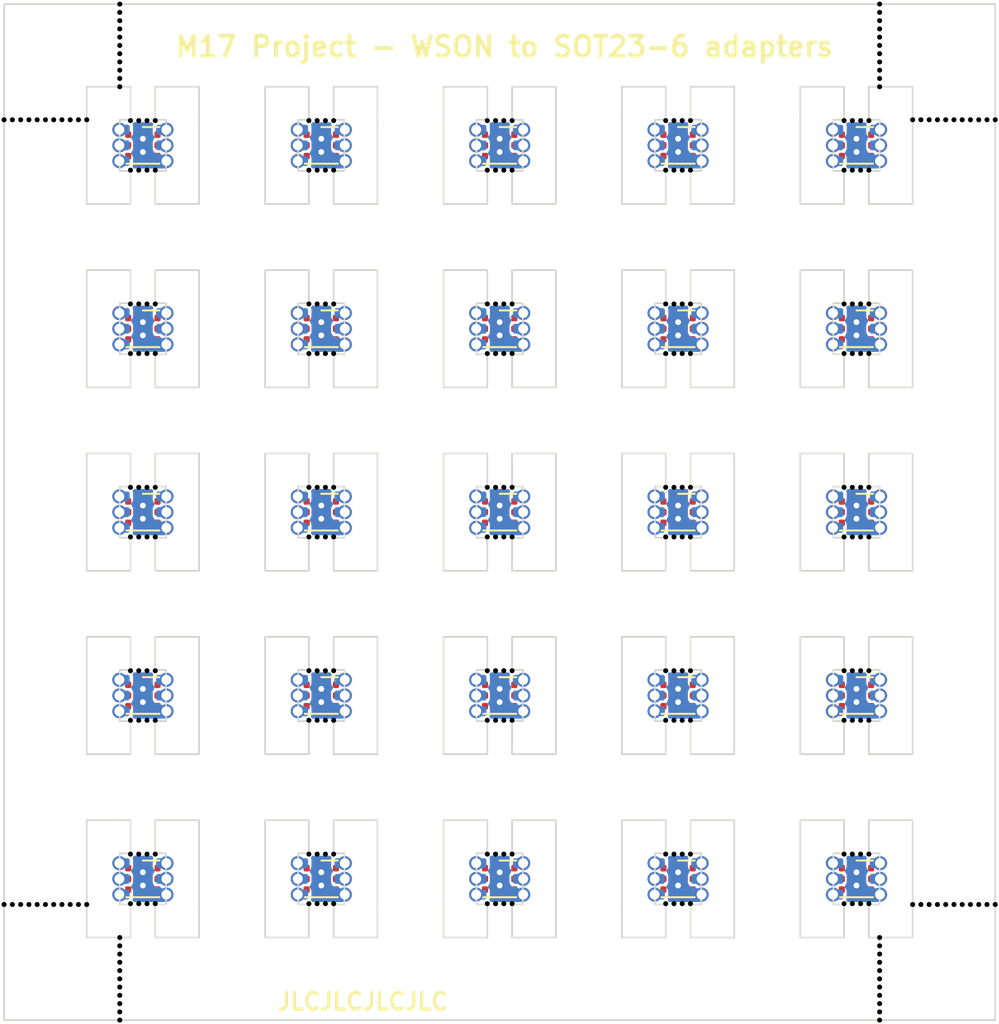
<source format=kicad_pcb>
(kicad_pcb (version 20221018) (generator pcbnew)
  (layers (0 "F.Cu" signal) (1 "In1.Cu" signal) (2 "In2.Cu" signal) (31 "B.Cu" signal) (34 "B.Paste" user) (35 "F.Paste" user) (36 "B.SilkS" user "B.Silkscreen") (37 "F.SilkS" user "F.Silkscreen") (38 "B.Mask" user) (39 "F.Mask" user) (44 "Edge.Cuts" user))
  (net 0 "")
  (net 1 "Board_0-Net-(U102-GND-Pad4)")
  (net 2 "Board_0-unconnected-(U102-CT-Pad3)")
  (net 3 "Board_0-unconnected-(U102-EN{slash}UVLO-Pad5)")
  (net 4 "Board_0-unconnected-(U102-QOD-Pad2)")
  (net 5 "Board_0-unconnected-(U102-VIN-Pad6)")
  (net 6 "Board_0-unconnected-(U102-VOUT-Pad1)")
  (net 7 "Board_1-Net-(U102-GND-Pad4)")
  (net 8 "Board_1-unconnected-(U102-CT-Pad3)")
  (net 9 "Board_1-unconnected-(U102-EN{slash}UVLO-Pad5)")
  (net 10 "Board_1-unconnected-(U102-QOD-Pad2)")
  (net 11 "Board_1-unconnected-(U102-VIN-Pad6)")
  (net 12 "Board_1-unconnected-(U102-VOUT-Pad1)")
  (net 13 "Board_2-Net-(U102-GND-Pad4)")
  (net 14 "Board_2-unconnected-(U102-CT-Pad3)")
  (net 15 "Board_2-unconnected-(U102-EN{slash}UVLO-Pad5)")
  (net 16 "Board_2-unconnected-(U102-QOD-Pad2)")
  (net 17 "Board_2-unconnected-(U102-VIN-Pad6)")
  (net 18 "Board_2-unconnected-(U102-VOUT-Pad1)")
  (net 19 "Board_3-Net-(U102-GND-Pad4)")
  (net 20 "Board_3-unconnected-(U102-CT-Pad3)")
  (net 21 "Board_3-unconnected-(U102-EN{slash}UVLO-Pad5)")
  (net 22 "Board_3-unconnected-(U102-QOD-Pad2)")
  (net 23 "Board_3-unconnected-(U102-VIN-Pad6)")
  (net 24 "Board_3-unconnected-(U102-VOUT-Pad1)")
  (net 25 "Board_4-Net-(U102-GND-Pad4)")
  (net 26 "Board_4-unconnected-(U102-CT-Pad3)")
  (net 27 "Board_4-unconnected-(U102-EN{slash}UVLO-Pad5)")
  (net 28 "Board_4-unconnected-(U102-QOD-Pad2)")
  (net 29 "Board_4-unconnected-(U102-VIN-Pad6)")
  (net 30 "Board_4-unconnected-(U102-VOUT-Pad1)")
  (net 31 "Board_5-Net-(U102-GND-Pad4)")
  (net 32 "Board_5-unconnected-(U102-CT-Pad3)")
  (net 33 "Board_5-unconnected-(U102-EN{slash}UVLO-Pad5)")
  (net 34 "Board_5-unconnected-(U102-QOD-Pad2)")
  (net 35 "Board_5-unconnected-(U102-VIN-Pad6)")
  (net 36 "Board_5-unconnected-(U102-VOUT-Pad1)")
  (net 37 "Board_6-Net-(U102-GND-Pad4)")
  (net 38 "Board_6-unconnected-(U102-CT-Pad3)")
  (net 39 "Board_6-unconnected-(U102-EN{slash}UVLO-Pad5)")
  (net 40 "Board_6-unconnected-(U102-QOD-Pad2)")
  (net 41 "Board_6-unconnected-(U102-VIN-Pad6)")
  (net 42 "Board_6-unconnected-(U102-VOUT-Pad1)")
  (net 43 "Board_7-Net-(U102-GND-Pad4)")
  (net 44 "Board_7-unconnected-(U102-CT-Pad3)")
  (net 45 "Board_7-unconnected-(U102-EN{slash}UVLO-Pad5)")
  (net 46 "Board_7-unconnected-(U102-QOD-Pad2)")
  (net 47 "Board_7-unconnected-(U102-VIN-Pad6)")
  (net 48 "Board_7-unconnected-(U102-VOUT-Pad1)")
  (net 49 "Board_8-Net-(U102-GND-Pad4)")
  (net 50 "Board_8-unconnected-(U102-CT-Pad3)")
  (net 51 "Board_8-unconnected-(U102-EN{slash}UVLO-Pad5)")
  (net 52 "Board_8-unconnected-(U102-QOD-Pad2)")
  (net 53 "Board_8-unconnected-(U102-VIN-Pad6)")
  (net 54 "Board_8-unconnected-(U102-VOUT-Pad1)")
  (net 55 "Board_9-Net-(U102-GND-Pad4)")
  (net 56 "Board_9-unconnected-(U102-CT-Pad3)")
  (net 57 "Board_9-unconnected-(U102-EN{slash}UVLO-Pad5)")
  (net 58 "Board_9-unconnected-(U102-QOD-Pad2)")
  (net 59 "Board_9-unconnected-(U102-VIN-Pad6)")
  (net 60 "Board_9-unconnected-(U102-VOUT-Pad1)")
  (net 61 "Board_10-Net-(U102-GND-Pad4)")
  (net 62 "Board_10-unconnected-(U102-CT-Pad3)")
  (net 63 "Board_10-unconnected-(U102-EN{slash}UVLO-Pad5)")
  (net 64 "Board_10-unconnected-(U102-QOD-Pad2)")
  (net 65 "Board_10-unconnected-(U102-VIN-Pad6)")
  (net 66 "Board_10-unconnected-(U102-VOUT-Pad1)")
  (net 67 "Board_11-Net-(U102-GND-Pad4)")
  (net 68 "Board_11-unconnected-(U102-CT-Pad3)")
  (net 69 "Board_11-unconnected-(U102-EN{slash}UVLO-Pad5)")
  (net 70 "Board_11-unconnected-(U102-QOD-Pad2)")
  (net 71 "Board_11-unconnected-(U102-VIN-Pad6)")
  (net 72 "Board_11-unconnected-(U102-VOUT-Pad1)")
  (net 73 "Board_12-Net-(U102-GND-Pad4)")
  (net 74 "Board_12-unconnected-(U102-CT-Pad3)")
  (net 75 "Board_12-unconnected-(U102-EN{slash}UVLO-Pad5)")
  (net 76 "Board_12-unconnected-(U102-QOD-Pad2)")
  (net 77 "Board_12-unconnected-(U102-VIN-Pad6)")
  (net 78 "Board_12-unconnected-(U102-VOUT-Pad1)")
  (net 79 "Board_13-Net-(U102-GND-Pad4)")
  (net 80 "Board_13-unconnected-(U102-CT-Pad3)")
  (net 81 "Board_13-unconnected-(U102-EN{slash}UVLO-Pad5)")
  (net 82 "Board_13-unconnected-(U102-QOD-Pad2)")
  (net 83 "Board_13-unconnected-(U102-VIN-Pad6)")
  (net 84 "Board_13-unconnected-(U102-VOUT-Pad1)")
  (net 85 "Board_14-Net-(U102-GND-Pad4)")
  (net 86 "Board_14-unconnected-(U102-CT-Pad3)")
  (net 87 "Board_14-unconnected-(U102-EN{slash}UVLO-Pad5)")
  (net 88 "Board_14-unconnected-(U102-QOD-Pad2)")
  (net 89 "Board_14-unconnected-(U102-VIN-Pad6)")
  (net 90 "Board_14-unconnected-(U102-VOUT-Pad1)")
  (net 91 "Board_15-Net-(U102-GND-Pad4)")
  (net 92 "Board_15-unconnected-(U102-CT-Pad3)")
  (net 93 "Board_15-unconnected-(U102-EN{slash}UVLO-Pad5)")
  (net 94 "Board_15-unconnected-(U102-QOD-Pad2)")
  (net 95 "Board_15-unconnected-(U102-VIN-Pad6)")
  (net 96 "Board_15-unconnected-(U102-VOUT-Pad1)")
  (net 97 "Board_16-Net-(U102-GND-Pad4)")
  (net 98 "Board_16-unconnected-(U102-CT-Pad3)")
  (net 99 "Board_16-unconnected-(U102-EN{slash}UVLO-Pad5)")
  (net 100 "Board_16-unconnected-(U102-QOD-Pad2)")
  (net 101 "Board_16-unconnected-(U102-VIN-Pad6)")
  (net 102 "Board_16-unconnected-(U102-VOUT-Pad1)")
  (net 103 "Board_17-Net-(U102-GND-Pad4)")
  (net 104 "Board_17-unconnected-(U102-CT-Pad3)")
  (net 105 "Board_17-unconnected-(U102-EN{slash}UVLO-Pad5)")
  (net 106 "Board_17-unconnected-(U102-QOD-Pad2)")
  (net 107 "Board_17-unconnected-(U102-VIN-Pad6)")
  (net 108 "Board_17-unconnected-(U102-VOUT-Pad1)")
  (net 109 "Board_18-Net-(U102-GND-Pad4)")
  (net 110 "Board_18-unconnected-(U102-CT-Pad3)")
  (net 111 "Board_18-unconnected-(U102-EN{slash}UVLO-Pad5)")
  (net 112 "Board_18-unconnected-(U102-QOD-Pad2)")
  (net 113 "Board_18-unconnected-(U102-VIN-Pad6)")
  (net 114 "Board_18-unconnected-(U102-VOUT-Pad1)")
  (net 115 "Board_19-Net-(U102-GND-Pad4)")
  (net 116 "Board_19-unconnected-(U102-CT-Pad3)")
  (net 117 "Board_19-unconnected-(U102-EN{slash}UVLO-Pad5)")
  (net 118 "Board_19-unconnected-(U102-QOD-Pad2)")
  (net 119 "Board_19-unconnected-(U102-VIN-Pad6)")
  (net 120 "Board_19-unconnected-(U102-VOUT-Pad1)")
  (net 121 "Board_20-Net-(U102-GND-Pad4)")
  (net 122 "Board_20-unconnected-(U102-CT-Pad3)")
  (net 123 "Board_20-unconnected-(U102-EN{slash}UVLO-Pad5)")
  (net 124 "Board_20-unconnected-(U102-QOD-Pad2)")
  (net 125 "Board_20-unconnected-(U102-VIN-Pad6)")
  (net 126 "Board_20-unconnected-(U102-VOUT-Pad1)")
  (net 127 "Board_21-Net-(U102-GND-Pad4)")
  (net 128 "Board_21-unconnected-(U102-CT-Pad3)")
  (net 129 "Board_21-unconnected-(U102-EN{slash}UVLO-Pad5)")
  (net 130 "Board_21-unconnected-(U102-QOD-Pad2)")
  (net 131 "Board_21-unconnected-(U102-VIN-Pad6)")
  (net 132 "Board_21-unconnected-(U102-VOUT-Pad1)")
  (net 133 "Board_22-Net-(U102-GND-Pad4)")
  (net 134 "Board_22-unconnected-(U102-CT-Pad3)")
  (net 135 "Board_22-unconnected-(U102-EN{slash}UVLO-Pad5)")
  (net 136 "Board_22-unconnected-(U102-QOD-Pad2)")
  (net 137 "Board_22-unconnected-(U102-VIN-Pad6)")
  (net 138 "Board_22-unconnected-(U102-VOUT-Pad1)")
  (net 139 "Board_23-Net-(U102-GND-Pad4)")
  (net 140 "Board_23-unconnected-(U102-CT-Pad3)")
  (net 141 "Board_23-unconnected-(U102-EN{slash}UVLO-Pad5)")
  (net 142 "Board_23-unconnected-(U102-QOD-Pad2)")
  (net 143 "Board_23-unconnected-(U102-VIN-Pad6)")
  (net 144 "Board_23-unconnected-(U102-VOUT-Pad1)")
  (net 145 "Board_24-Net-(U102-GND-Pad4)")
  (net 146 "Board_24-unconnected-(U102-CT-Pad3)")
  (net 147 "Board_24-unconnected-(U102-EN{slash}UVLO-Pad5)")
  (net 148 "Board_24-unconnected-(U102-QOD-Pad2)")
  (net 149 "Board_24-unconnected-(U102-VIN-Pad6)")
  (net 150 "Board_24-unconnected-(U102-VOUT-Pad1)")
  (footprint "NPTH" (layer "F.Cu") (at 170.85 60.35)
    (fp_text reference "REF**" hide)
    (fp_text value "NPTH" hide)
  )
  (footprint "NPTH" (layer "F.Cu") (at 123.5 27)
    (fp_text reference "REF**" hide)
    (fp_text value "NPTH" hide)
  )
  (footprint "NPTH" (layer "F.Cu") (at 123 74.5)
    (fp_text reference "REF**" hide)
    (fp_text value "NPTH" hide)
  )
  (footprint "NPTH" (layer "F.Cu") (at 169.35 49.25)
    (fp_text reference "REF**" hide)
    (fp_text value "NPTH" hide)
  )
  (footprint "NPTH" (layer "F.Cu") (at 159.55 27.05)
    (fp_text reference "REF**" hide)
    (fp_text value "NPTH" hide)
  )
  (footprint "NPTH" (layer "F.Cu") (at 169.85 52.25)
    (fp_text reference "REF**" hide)
    (fp_text value "NPTH" hide)
  )
  (footprint "Package_SON:WSON-6-1EP_2x2mm_P0.65mm_EP1x1.6mm" (layer "F.Cu") (at 159.3 61.85)
    (fp_text reference "U102" hide)
    (fp_text value "TPS22810DRV")
  )
  (footprint "NPTH" (layer "F.Cu") (at 169.85 38.15)
    (fp_text reference "REF**" hide)
    (fp_text value "NPTH" hide)
  )
  (footprint "NPTH" (layer "F.Cu") (at 126.65 60.35)
    (fp_text reference "REF**" hide)
    (fp_text value "NPTH" hide)
  )
  (footprint "NPTH" (layer "F.Cu") (at 149.25 49.25)
    (fp_text reference "REF**" hide)
    (fp_text value "NPTH" hide)
  )
  (footprint "NPTH" (layer "F.Cu") (at 136.95 27.05)
    (fp_text reference "REF**" hide)
    (fp_text value "NPTH" hide)
  )
  (footprint "NPTH" (layer "F.Cu") (at 176 74.5)
    (fp_text reference "REF**" hide)
    (fp_text value "NPTH" hide)
  )
  (footprint "NPTH" (layer "F.Cu") (at 119 74.5)
    (fp_text reference "REF**" hide)
    (fp_text value "NPTH" hide)
  )
  (footprint "NPTH" (layer "F.Cu") (at 125.5 81)
    (fp_text reference "REF**" hide)
    (fp_text value "NPTH" hide)
  )
  (footprint "NPTH" (layer "F.Cu") (at 137.45 60.35)
    (fp_text reference "REF**" hide)
    (fp_text value "NPTH" hide)
  )
  (footprint "NPTH" (layer "F.Cu") (at 127.15 41.15)
    (fp_text reference "REF**" hide)
    (fp_text value "NPTH" hide)
  )
  (footprint "NPTH" (layer "F.Cu") (at 171.5 24.5)
    (fp_text reference "REF**" hide)
    (fp_text value "NPTH" hide)
  )
  (footprint "NPTH" (layer "F.Cu") (at 175 74.5)
    (fp_text reference "REF**" hide)
    (fp_text value "NPTH" hide)
  )
  (footprint "NPTH" (layer "F.Cu") (at 125.5 81.5)
    (fp_text reference "REF**" hide)
    (fp_text value "NPTH" hide)
  )
  (footprint "NPTH" (layer "F.Cu") (at 171.5 79.5)
    (fp_text reference "REF**" hide)
    (fp_text value "NPTH" hide)
  )
  (footprint "Package_SON:WSON-6-1EP_2x2mm_P0.65mm_EP1x1.6mm" (layer "F.Cu") (at 126.9 50.75)
    (fp_text reference "U102" hide)
    (fp_text value "TPS22810DRV")
  )
  (footprint "NPTH" (layer "F.Cu") (at 148.75 63.35)
    (fp_text reference "REF**" hide)
    (fp_text value "NPTH" hide)
  )
  (footprint "NPTH" (layer "F.Cu") (at 159.05 52.25)
    (fp_text reference "REF**" hide)
    (fp_text value "NPTH" hide)
  )
  (footprint "NPTH" (layer "F.Cu") (at 137.45 74.45)
    (fp_text reference "REF**" hide)
    (fp_text value "NPTH" hide)
  )
  (footprint "NPTH" (layer "F.Cu") (at 160.05 27.05)
    (fp_text reference "REF**" hide)
    (fp_text value "NPTH" hide)
  )
  (footprint "NPTH" (layer "F.Cu") (at 126.65 71.45)
    (fp_text reference "REF**" hide)
    (fp_text value "NPTH" hide)
  )
  (footprint "NPTH" (layer "F.Cu") (at 147.75 38.15)
    (fp_text reference "REF**" hide)
    (fp_text value "NPTH" hide)
  )
  (footprint "NPTH" (layer "F.Cu") (at 173.5 27)
    (fp_text reference "REF**" hide)
    (fp_text value "NPTH" hide)
  )
  (footprint "NPTH" (layer "F.Cu") (at 125.5 77)
    (fp_text reference "REF**" hide)
    (fp_text value "NPTH" hide)
  )
  (footprint "NPTH" (layer "F.Cu") (at 158.55 74.45)
    (fp_text reference "REF**" hide)
    (fp_text value "NPTH" hide)
  )
  (footprint "Package_SON:WSON-6-1EP_2x2mm_P0.65mm_EP1x1.6mm" (layer "F.Cu") (at 137.7 61.85)
    (fp_text reference "U102" hide)
    (fp_text value "TPS22810DRV")
  )
  (footprint "Package_SON:WSON-6-1EP_2x2mm_P0.65mm_EP1x1.6mm" (layer "F.Cu") (at 159.3 50.75)
    (fp_text reference "U102" hide)
    (fp_text value "TPS22810DRV")
  )
  (footprint "NPTH" (layer "F.Cu") (at 169.35 27.05)
    (fp_text reference "REF**" hide)
    (fp_text value "NPTH" hide)
  )
  (footprint "NPTH" (layer "F.Cu") (at 158.55 30.05)
    (fp_text reference "REF**" hide)
    (fp_text value "NPTH" hide)
  )
  (footprint "NPTH" (layer "F.Cu") (at 120.5 27)
    (fp_text reference "REF**" hide)
    (fp_text value "NPTH" hide)
  )
  (footprint "NPTH" (layer "F.Cu") (at 119 27)
    (fp_text reference "REF**" hide)
    (fp_text value "NPTH" hide)
  )
  (footprint "NPTH" (layer "F.Cu") (at 127.15 74.45)
    (fp_text reference "REF**" hide)
    (fp_text value "NPTH" hide)
  )
  (footprint "NPTH" (layer "F.Cu") (at 169.85 71.45)
    (fp_text reference "REF**" hide)
    (fp_text value "NPTH" hide)
  )
  (footprint "NPTH" (layer "F.Cu") (at 125.5 25)
    (fp_text reference "REF**" hide)
    (fp_text value "NPTH" hide)
  )
  (footprint "NPTH" (layer "F.Cu") (at 147.75 30.05)
    (fp_text reference "REF**" hide)
    (fp_text value "NPTH" hide)
  )
  (footprint "NPTH" (layer "F.Cu") (at 126.65 30.05)
    (fp_text reference "REF**" hide)
    (fp_text value "NPTH" hide)
  )
  (footprint "NPTH" (layer "F.Cu") (at 137.95 52.25)
    (fp_text reference "REF**" hide)
    (fp_text value "NPTH" hide)
  )
  (footprint "Package_SON:WSON-6-1EP_2x2mm_P0.65mm_EP1x1.6mm" (layer "F.Cu") (at 148.5 61.85)
    (fp_text reference "U102" hide)
    (fp_text value "TPS22810DRV")
  )
  (footprint "NPTH" (layer "F.Cu") (at 169.85 60.35)
    (fp_text reference "REF**" hide)
    (fp_text value "NPTH" hide)
  )
  (footprint "NPTH" (layer "F.Cu") (at 148.75 30.05)
    (fp_text reference "REF**" hide)
    (fp_text value "NPTH" hide)
  )
  (footprint "NPTH" (layer "F.Cu") (at 171.5 77)
    (fp_text reference "REF**" hide)
    (fp_text value "NPTH" hide)
  )
  (footprint "NPTH" (layer "F.Cu") (at 149.25 38.15)
    (fp_text reference "REF**" hide)
    (fp_text value "NPTH" hide)
  )
  (footprint "NPTH" (layer "F.Cu") (at 170.85 74.45)
    (fp_text reference "REF**" hide)
    (fp_text value "NPTH" hide)
  )
  (footprint "NPTH" (layer "F.Cu") (at 136.95 49.25)
    (fp_text reference "REF**" hide)
    (fp_text value "NPTH" hide)
  )
  (footprint "NPTH" (layer "F.Cu") (at 177.5 27)
    (fp_text reference "REF**" hide)
    (fp_text value "NPTH" hide)
  )
  (footprint "Package_SON:WSON-6-1EP_2x2mm_P0.65mm_EP1x1.6mm" (layer "F.Cu") (at 126.9 28.55)
    (fp_text reference "U102" hide)
    (fp_text value "TPS22810DRV")
  )
  (footprint "NPTH" (layer "F.Cu") (at 138.45 52.25)
    (fp_text reference "REF**" hide)
    (fp_text value "NPTH" hide)
  )
  (footprint "NPTH" (layer "F.Cu") (at 137.95 63.35)
    (fp_text reference "REF**" hide)
    (fp_text value "NPTH" hide)
  )
  (footprint "NPTH" (layer "F.Cu") (at 148.75 71.45)
    (fp_text reference "REF**" hide)
    (fp_text value "NPTH" hide)
  )
  (footprint "NPTH" (layer "F.Cu") (at 125.5 80)
    (fp_text reference "REF**" hide)
    (fp_text value "NPTH" hide)
  )
  (footprint "NPTH" (layer "F.Cu") (at 126.15 63.35)
    (fp_text reference "REF**" hide)
    (fp_text value "NPTH" hide)
  )
  (footprint "NPTH" (layer "F.Cu") (at 137.45 52.25)
    (fp_text reference "REF**" hide)
    (fp_text value "NPTH" hide)
  )
  (footprint "NPTH" (layer "F.Cu") (at 169.35 71.45)
    (fp_text reference "REF**" hide)
    (fp_text value "NPTH" hide)
  )
  (footprint "Package_SON:WSON-6-1EP_2x2mm_P0.65mm_EP1x1.6mm" (layer "F.Cu") (at 137.7 72.95)
    (fp_text reference "U102" hide)
    (fp_text value "TPS22810DRV")
  )
  (footprint "NPTH" (layer "F.Cu") (at 160.05 38.15)
    (fp_text reference "REF**" hide)
    (fp_text value "NPTH" hide)
  )
  (footprint "NPTH" (layer "F.Cu") (at 171.5 21)
    (fp_text reference "REF**" hide)
    (fp_text value "NPTH" hide)
  )
  (footprint "NPTH" (layer "F.Cu") (at 118.5 27)
    (fp_text reference "REF**" hide)
    (fp_text value "NPTH" hide)
  )
  (footprint "Package_SON:WSON-6-1EP_2x2mm_P0.65mm_EP1x1.6mm" (layer "F.Cu") (at 137.7 28.55)
    (fp_text reference "U102" hide)
    (fp_text value "TPS22810DRV")
  )
  (footprint "Package_SON:WSON-6-1EP_2x2mm_P0.65mm_EP1x1.6mm" (layer "F.Cu") (at 126.9 61.85)
    (fp_text reference "U102" hide)
    (fp_text value "TPS22810DRV")
  )
  (footprint "NPTH" (layer "F.Cu") (at 148.75 74.45)
    (fp_text reference "REF**" hide)
    (fp_text value "NPTH" hide)
  )
  (footprint "NPTH" (layer "F.Cu") (at 159.55 49.25)
    (fp_text reference "REF**" hide)
    (fp_text value "NPTH" hide)
  )
  (footprint "NPTH" (layer "F.Cu") (at 160.05 71.45)
    (fp_text reference "REF**" hide)
    (fp_text value "NPTH" hide)
  )
  (footprint "Package_SON:WSON-6-1EP_2x2mm_P0.65mm_EP1x1.6mm" (layer "F.Cu") (at 170.1 39.65)
    (fp_text reference "U102" hide)
    (fp_text value "TPS22810DRV")
  )
  (footprint "NPTH" (layer "F.Cu") (at 126.65 74.45)
    (fp_text reference "REF**" hide)
    (fp_text value "NPTH" hide)
  )
  (footprint "NPTH" (layer "F.Cu") (at 171.5 24)
    (fp_text reference "REF**" hide)
    (fp_text value "NPTH" hide)
  )
  (footprint "NPTH" (layer "F.Cu") (at 169.85 41.15)
    (fp_text reference "REF**" hide)
    (fp_text value "NPTH" hide)
  )
  (footprint "Package_SON:WSON-6-1EP_2x2mm_P0.65mm_EP1x1.6mm" (layer "F.Cu") (at 159.3 28.55)
    (fp_text reference "U102" hide)
    (fp_text value "TPS22810DRV")
  )
  (footprint "NPTH" (layer "F.Cu") (at 121.5 74.5)
    (fp_text reference "REF**" hide)
    (fp_text value "NPTH" hide)
  )
  (footprint "NPTH" (layer "F.Cu") (at 159.05 60.35)
    (fp_text reference "REF**" hide)
    (fp_text value "NPTH" hide)
  )
  (footprint "NPTH" (layer "F.Cu") (at 125.5 76.5)
    (fp_text reference "REF**" hide)
    (fp_text value "NPTH" hide)
  )
  (footprint "NPTH" (layer "F.Cu") (at 127.65 41.15)
    (fp_text reference "REF**" hide)
    (fp_text value "NPTH" hide)
  )
  (footprint "NPTH" (layer "F.Cu") (at 148.25 30.05)
    (fp_text reference "REF**" hide)
    (fp_text value "NPTH" hide)
  )
  (footprint "NPTH" (layer "F.Cu") (at 138.45 49.25)
    (fp_text reference "REF**" hide)
    (fp_text value "NPTH" hide)
  )
  (footprint "NPTH" (layer "F.Cu") (at 126.15 41.15)
    (fp_text reference "REF**" hide)
    (fp_text value "NPTH" hide)
  )
  (footprint "NPTH" (layer "F.Cu") (at 159.55 41.15)
    (fp_text reference "REF**" hide)
    (fp_text value "NPTH" hide)
  )
  (footprint "Package_SON:WSON-6-1EP_2x2mm_P0.65mm_EP1x1.6mm" (layer "F.Cu") (at 148.5 72.95)
    (fp_text reference "U102" hide)
    (fp_text value "TPS22810DRV")
  )
  (footprint "NPTH" (layer "F.Cu") (at 126.15 49.25)
    (fp_text reference "REF**" hide)
    (fp_text value "NPTH" hide)
  )
  (footprint "NPTH" (layer "F.Cu") (at 159.55 38.15)
    (fp_text reference "REF**" hide)
    (fp_text value "NPTH" hide)
  )
  (footprint "NPTH" (layer "F.Cu") (at 148.75 38.15)
    (fp_text reference "REF**" hide)
    (fp_text value "NPTH" hide)
  )
  (footprint "NPTH" (layer "F.Cu") (at 136.95 52.25)
    (fp_text reference "REF**" hide)
    (fp_text value "NPTH" hide)
  )
  (footprint "NPTH" (layer "F.Cu") (at 176.5 74.5)
    (fp_text reference "REF**" hide)
    (fp_text value "NPTH" hide)
  )
  (footprint "NPTH" (layer "F.Cu") (at 174 27)
    (fp_text reference "REF**" hide)
    (fp_text value "NPTH" hide)
  )
  (footprint "NPTH" (layer "F.Cu") (at 137.95 71.45)
    (fp_text reference "REF**" hide)
    (fp_text value "NPTH" hide)
  )
  (footprint "NPTH" (layer "F.Cu") (at 159.55 30.05)
    (fp_text reference "REF**" hide)
    (fp_text value "NPTH" hide)
  )
  (footprint "NPTH" (layer "F.Cu") (at 178 74.5)
    (fp_text reference "REF**" hide)
    (fp_text value "NPTH" hide)
  )
  (footprint "NPTH" (layer "F.Cu") (at 125.5 22.5)
    (fp_text reference "REF**" hide)
    (fp_text value "NPTH" hide)
  )
  (footprint "NPTH" (layer "F.Cu") (at 170.85 63.35)
    (fp_text reference "REF**" hide)
    (fp_text value "NPTH" hide)
  )
  (footprint "NPTH" (layer "F.Cu") (at 126.65 49.25)
    (fp_text reference "REF**" hide)
    (fp_text value "NPTH" hide)
  )
  (footprint "NPTH" (layer "F.Cu") (at 125.5 22)
    (fp_text reference "REF**" hide)
    (fp_text value "NPTH" hide)
  )
  (footprint "NPTH" (layer "F.Cu") (at 138.45 60.35)
    (fp_text reference "REF**" hide)
    (fp_text value "NPTH" hide)
  )
  (footprint "NPTH" (layer "F.Cu") (at 148.75 27.05)
    (fp_text reference "REF**" hide)
    (fp_text value "NPTH" hide)
  )
  (footprint "NPTH" (layer "F.Cu") (at 171.5 81.5)
    (fp_text reference "REF**" hide)
    (fp_text value "NPTH" hide)
  )
  (footprint "Package_SON:WSON-6-1EP_2x2mm_P0.65mm_EP1x1.6mm" (layer "F.Cu") (at 170.1 28.55)
    (fp_text reference "U102" hide)
    (fp_text value "TPS22810DRV")
  )
  (footprint "NPTH" (layer "F.Cu") (at 170.85 52.25)
    (fp_text reference "REF**" hide)
    (fp_text value "NPTH" hide)
  )
  (footprint "Package_SON:WSON-6-1EP_2x2mm_P0.65mm_EP1x1.6mm" (layer "F.Cu") (at 148.5 39.65)
    (fp_text reference "U102" hide)
    (fp_text value "TPS22810DRV")
  )
  (footprint "NPTH" (layer "F.Cu") (at 120.5 74.5)
    (fp_text reference "REF**" hide)
    (fp_text value "NPTH" hide)
  )
  (footprint "NPTH" (layer "F.Cu") (at 138.45 71.45)
    (fp_text reference "REF**" hide)
    (fp_text value "NPTH" hide)
  )
  (footprint "NPTH" (layer "F.Cu") (at 171.5 25)
    (fp_text reference "REF**" hide)
    (fp_text value "NPTH" hide)
  )
  (footprint "NPTH" (layer "F.Cu") (at 159.05 71.45)
    (fp_text reference "REF**" hide)
    (fp_text value "NPTH" hide)
  )
  (footprint "NPTH" (layer "F.Cu") (at 148.25 71.45)
    (fp_text reference "REF**" hide)
    (fp_text value "NPTH" hide)
  )
  (footprint "NPTH" (layer "F.Cu") (at 170.35 38.15)
    (fp_text reference "REF**" hide)
    (fp_text value "NPTH" hide)
  )
  (footprint "NPTH" (layer "F.Cu") (at 137.45 63.35)
    (fp_text reference "REF**" hide)
    (fp_text value "NPTH" hide)
  )
  (footprint "NPTH" (layer "F.Cu") (at 126.15 52.25)
    (fp_text reference "REF**" hide)
    (fp_text value "NPTH" hide)
  )
  (footprint "NPTH" (layer "F.Cu") (at 127.15 27.05)
    (fp_text reference "REF**" hide)
    (fp_text value "NPTH" hide)
  )
  (footprint "NPTH" (layer "F.Cu") (at 127.65 71.45)
    (fp_text reference "REF**" hide)
    (fp_text value "NPTH" hide)
  )
  (footprint "NPTH" (layer "F.Cu") (at 127.65 60.35)
    (fp_text reference "REF**" hide)
    (fp_text value "NPTH" hide)
  )
  (footprint "NPTH" (layer "F.Cu") (at 136.95 60.35)
    (fp_text reference "REF**" hide)
    (fp_text value "NPTH" hide)
  )
  (footprint "NPTH" (layer "F.Cu") (at 158.55 63.35)
    (fp_text reference "REF**" hide)
    (fp_text value "NPTH" hide)
  )
  (footprint "NPTH" (layer "F.Cu") (at 127.15 63.35)
    (fp_text reference "REF**" hide)
    (fp_text value "NPTH" hide)
  )
  (footprint "NPTH" (layer "F.Cu") (at 171.5 77.5)
    (fp_text reference "REF**" hide)
    (fp_text value "NPTH" hide)
  )
  (footprint "NPTH" (layer "F.Cu") (at 127.65 38.15)
    (fp_text reference "REF**" hide)
    (fp_text value "NPTH" hide)
  )
  (footprint "NPTH" (layer "F.Cu") (at 175 27)
    (fp_text reference "REF**" hide)
    (fp_text value "NPTH" hide)
  )
  (footprint "NPTH" (layer "F.Cu") (at 125.5 24)
    (fp_text reference "REF**" hide)
    (fp_text value "NPTH" hide)
  )
  (footprint "NPTH" (layer "F.Cu") (at 159.55 60.35)
    (fp_text reference "REF**" hide)
    (fp_text value "NPTH" hide)
  )
  (footprint "NPTH" (layer "F.Cu") (at 158.55 71.45)
    (fp_text reference "REF**" hide)
    (fp_text value "NPTH" hide)
  )
  (footprint "NPTH" (layer "F.Cu") (at 169.85 27.05)
    (fp_text reference "REF**" hide)
    (fp_text value "NPTH" hide)
  )
  (footprint "NPTH" (layer "F.Cu") (at 171.5 23.5)
    (fp_text reference "REF**" hide)
    (fp_text value "NPTH" hide)
  )
  (footprint "NPTH" (layer "F.Cu") (at 149.25 27.05)
    (fp_text reference "REF**" hide)
    (fp_text value "NPTH" hide)
  )
  (footprint "NPTH" (layer "F.Cu") (at 147.75 63.35)
    (fp_text reference "REF**" hide)
    (fp_text value "NPTH" hide)
  )
  (footprint "NPTH" (layer "F.Cu") (at 160.05 63.35)
    (fp_text reference "REF**" hide)
    (fp_text value "NPTH" hide)
  )
  (footprint "NPTH" (layer "F.Cu") (at 170.35 71.45)
    (fp_text reference "REF**" hide)
    (fp_text value "NPTH" hide)
  )
  (footprint "NPTH" (layer "F.Cu") (at 169.85 74.45)
    (fp_text reference "REF**" hide)
    (fp_text value "NPTH" hide)
  )
  (footprint "NPTH" (layer "F.Cu") (at 148.75 60.35)
    (fp_text reference "REF**" hide)
    (fp_text value "NPTH" hide)
  )
  (footprint "NPTH" (layer "F.Cu") (at 126.15 30.05)
    (fp_text reference "REF**" hide)
    (fp_text value "NPTH" hide)
  )
  (footprint "Package_SON:WSON-6-1EP_2x2mm_P0.65mm_EP1x1.6mm" (layer "F.Cu") (at 159.3 39.65)
    (fp_text reference "U102" hide)
    (fp_text value "TPS22810DRV")
  )
  (footprint "NPTH" (layer "F.Cu") (at 125.5 20)
    (fp_text reference "REF**" hide)
    (fp_text value "NPTH" hide)
  )
  (footprint "NPTH" (layer "F.Cu") (at 158.55 27.05)
    (fp_text reference "REF**" hide)
    (fp_text value "NPTH" hide)
  )
  (footprint "NPTH" (layer "F.Cu") (at 137.45 38.15)
    (fp_text reference "REF**" hide)
    (fp_text value "NPTH" hide)
  )
  (footprint "NPTH" (layer "F.Cu") (at 169.85 63.35)
    (fp_text reference "REF**" hide)
    (fp_text value "NPTH" hide)
  )
  (footprint "NPTH" (layer "F.Cu") (at 125.5 21)
    (fp_text reference "REF**" hide)
    (fp_text value "NPTH" hide)
  )
  (footprint "NPTH" (layer "F.Cu") (at 175.5 27)
    (fp_text reference "REF**" hide)
    (fp_text value "NPTH" hide)
  )
  (footprint "NPTH" (layer "F.Cu") (at 137.45 30.05)
    (fp_text reference "REF**" hide)
    (fp_text value "NPTH" hide)
  )
  (footprint "NPTH" (layer "F.Cu") (at 137.95 30.05)
    (fp_text reference "REF**" hide)
    (fp_text value "NPTH" hide)
  )
  (footprint "NPTH" (layer "F.Cu") (at 122 74.5)
    (fp_text reference "REF**" hide)
    (fp_text value "NPTH" hide)
  )
  (footprint "NPTH" (layer "F.Cu") (at 147.75 27.05)
    (fp_text reference "REF**" hide)
    (fp_text value "NPTH" hide)
  )
  (footprint "NPTH" (layer "F.Cu") (at 174.5 27)
    (fp_text reference "REF**" hide)
    (fp_text value "NPTH" hide)
  )
  (footprint "NPTH" (layer "F.Cu") (at 137.95 74.45)
    (fp_text reference "REF**" hide)
    (fp_text value "NPTH" hide)
  )
  (footprint "NPTH" (layer "F.Cu") (at 136.95 71.45)
    (fp_text reference "REF**" hide)
    (fp_text value "NPTH" hide)
  )
  (footprint "NPTH" (layer "F.Cu") (at 125.5 23.5)
    (fp_text reference "REF**" hide)
    (fp_text value "NPTH" hide)
  )
  (footprint "NPTH" (layer "F.Cu") (at 159.55 71.45)
    (fp_text reference "REF**" hide)
    (fp_text value "NPTH" hide)
  )
  (footprint "NPTH" (layer "F.Cu") (at 127.15 52.25)
    (fp_text reference "REF**" hide)
    (fp_text value "NPTH" hide)
  )
  (footprint "NPTH" (layer "F.Cu") (at 177 74.5)
    (fp_text reference "REF**" hide)
    (fp_text value "NPTH" hide)
  )
  (footprint "NPTH" (layer "F.Cu") (at 126.65 52.25)
    (fp_text reference "REF**" hide)
    (fp_text value "NPTH" hide)
  )
  (footprint "NPTH" (layer "F.Cu") (at 149.25 74.45)
    (fp_text reference "REF**" hide)
    (fp_text value "NPTH" hide)
  )
  (footprint "NPTH" (layer "F.Cu") (at 147.75 41.15)
    (fp_text reference "REF**" hide)
    (fp_text value "NPTH" hide)
  )
  (footprint "NPTH" (layer "F.Cu") (at 126.65 41.15)
    (fp_text reference "REF**" hide)
    (fp_text value "NPTH" hide)
  )
  (footprint "NPTH" (layer "F.Cu") (at 147.75 60.35)
    (fp_text reference "REF**" hide)
    (fp_text value "NPTH" hide)
  )
  (footprint "NPTH" (layer "F.Cu") (at 127.15 38.15)
    (fp_text reference "REF**" hide)
    (fp_text value "NPTH" hide)
  )
  (footprint "NPTH" (layer "F.Cu") (at 127.15 60.35)
    (fp_text reference "REF**" hide)
    (fp_text value "NPTH" hide)
  )
  (footprint "NPTH" (layer "F.Cu") (at 171.5 76.5)
    (fp_text reference "REF**" hide)
    (fp_text value "NPTH" hide)
  )
  (footprint "NPTH" (layer "F.Cu") (at 127.15 49.25)
    (fp_text reference "REF**" hide)
    (fp_text value "NPTH" hide)
  )
  (footprint "NPTH" (layer "F.Cu") (at 169.35 60.35)
    (fp_text reference "REF**" hide)
    (fp_text value "NPTH" hide)
  )
  (footprint "NPTH" (layer "F.Cu") (at 169.35 63.35)
    (fp_text reference "REF**" hide)
    (fp_text value "NPTH" hide)
  )
  (footprint "NPTH" (layer "F.Cu") (at 169.35 38.15)
    (fp_text reference "REF**" hide)
    (fp_text value "NPTH" hide)
  )
  (footprint "NPTH" (layer "F.Cu") (at 136.95 41.15)
    (fp_text reference "REF**" hide)
    (fp_text value "NPTH" hide)
  )
  (footprint "NPTH" (layer "F.Cu") (at 137.95 41.15)
    (fp_text reference "REF**" hide)
    (fp_text value "NPTH" hide)
  )
  (footprint "NPTH" (layer "F.Cu") (at 170.85 41.15)
    (fp_text reference "REF**" hide)
    (fp_text value "NPTH" hide)
  )
  (footprint "NPTH" (layer "F.Cu") (at 123 27)
    (fp_text reference "REF**" hide)
    (fp_text value "NPTH" hide)
  )
  (footprint "NPTH" (layer "F.Cu") (at 169.85 49.25)
    (fp_text reference "REF**" hide)
    (fp_text value "NPTH" hide)
  )
  (footprint "NPTH" (layer "F.Cu") (at 147.75 49.25)
    (fp_text reference "REF**" hide)
    (fp_text value "NPTH" hide)
  )
  (footprint "NPTH" (layer "F.Cu") (at 125.5 78)
    (fp_text reference "REF**" hide)
    (fp_text value "NPTH" hide)
  )
  (footprint "NPTH" (layer "F.Cu") (at 126.15 71.45)
    (fp_text reference "REF**" hide)
    (fp_text value "NPTH" hide)
  )
  (footprint "NPTH" (layer "F.Cu") (at 125.5 77.5)
    (fp_text reference "REF**" hide)
    (fp_text value "NPTH" hide)
  )
  (footprint "NPTH" (layer "F.Cu") (at 174 74.5)
    (fp_text reference "REF**" hide)
    (fp_text value "NPTH" hide)
  )
  (footprint "NPTH" (layer "F.Cu") (at 169.85 30.05)
    (fp_text reference "REF**" hide)
    (fp_text value "NPTH" hide)
  )
  (footprint "NPTH" (layer "F.Cu") (at 158.55 41.15)
    (fp_text reference "REF**" hide)
    (fp_text value "NPTH" hide)
  )
  (footprint "NPTH" (layer "F.Cu") (at 122.5 27)
    (fp_text reference "REF**" hide)
    (fp_text value "NPTH" hide)
  )
  (footprint "NPTH" (layer "F.Cu") (at 159.55 74.45)
    (fp_text reference "REF**" hide)
    (fp_text value "NPTH" hide)
  )
  (footprint "NPTH" (layer "F.Cu") (at 125.5 20.5)
    (fp_text reference "REF**" hide)
    (fp_text value "NPTH" hide)
  )
  (footprint "NPTH" (layer "F.Cu") (at 173.5 74.5)
    (fp_text reference "REF**" hide)
    (fp_text value "NPTH" hide)
  )
  (footprint "NPTH" (layer "F.Cu") (at 177 27)
    (fp_text reference "REF**" hide)
    (fp_text value "NPTH" hide)
  )
  (footprint "NPTH" (layer "F.Cu") (at 158.55 38.15)
    (fp_text reference "REF**" hide)
    (fp_text value "NPTH" hide)
  )
  (footprint "NPTH" (layer "F.Cu") (at 126.65 27.05)
    (fp_text reference "REF**" hide)
    (fp_text value "NPTH" hide)
  )
  (footprint "NPTH" (layer "F.Cu") (at 126.15 38.15)
    (fp_text reference "REF**" hide)
    (fp_text value "NPTH" hide)
  )
  (footprint "NPTH" (layer "F.Cu") (at 148.75 52.25)
    (fp_text reference "REF**" hide)
    (fp_text value "NPTH" hide)
  )
  (footprint "NPTH" (layer "F.Cu") (at 148.75 41.15)
    (fp_text reference "REF**" hide)
    (fp_text value "NPTH" hide)
  )
  (footprint "Package_SON:WSON-6-1EP_2x2mm_P0.65mm_EP1x1.6mm" (layer "F.Cu") (at 126.9 39.65)
    (fp_text reference "U102" hide)
    (fp_text value "TPS22810DRV")
  )
  (footprint "NPTH" (layer "F.Cu") (at 121.5 27)
    (fp_text reference "REF**" hide)
    (fp_text value "NPTH" hide)
  )
  (footprint "NPTH" (layer "F.Cu") (at 159.05 38.15)
    (fp_text reference "REF**" hide)
    (fp_text value "NPTH" hide)
  )
  (footprint "NPTH" (layer "F.Cu") (at 169.35 52.25)
    (fp_text reference "REF**" hide)
    (fp_text value "NPTH" hide)
  )
  (footprint "NPTH" (layer "F.Cu") (at 178 27)
    (fp_text reference "REF**" hide)
    (fp_text value "NPTH" hide)
  )
  (footprint "NPTH" (layer "F.Cu") (at 149.25 63.35)
    (fp_text reference "REF**" hide)
    (fp_text value "NPTH" hide)
  )
  (footprint "NPTH" (layer "F.Cu") (at 160.05 52.25)
    (fp_text reference "REF**" hide)
    (fp_text value "NPTH" hide)
  )
  (footprint "NPTH" (layer "F.Cu") (at 160.05 74.45)
    (fp_text reference "REF**" hide)
    (fp_text value "NPTH" hide)
  )
  (footprint "NPTH" (layer "F.Cu") (at 127.65 49.25)
    (fp_text reference "REF**" hide)
    (fp_text value "NPTH" hide)
  )
  (footprint "NPTH" (layer "F.Cu") (at 169.35 41.15)
    (fp_text reference "REF**" hide)
    (fp_text value "NPTH" hide)
  )
  (footprint "NPTH" (layer "F.Cu") (at 125.5 79.5)
    (fp_text reference "REF**" hide)
    (fp_text value "NPTH" hide)
  )
  (footprint "NPTH" (layer "F.Cu") (at 137.45 71.45)
    (fp_text reference "REF**" hide)
    (fp_text value "NPTH" hide)
  )
  (footprint "NPTH" (layer "F.Cu") (at 148.25 41.15)
    (fp_text reference "REF**" hide)
    (fp_text value "NPTH" hide)
  )
  (footprint "NPTH" (layer "F.Cu") (at 137.95 38.15)
    (fp_text reference "REF**" hide)
    (fp_text value "NPTH" hide)
  )
  (footprint "NPTH" (layer "F.Cu") (at 126.15 27.05)
    (fp_text reference "REF**" hide)
    (fp_text value "NPTH" hide)
  )
  (footprint "NPTH" (layer "F.Cu") (at 125.5 80.5)
    (fp_text reference "REF**" hide)
    (fp_text value "NPTH" hide)
  )
  (footprint "NPTH" (layer "F.Cu") (at 149.25 41.15)
    (fp_text reference "REF**" hide)
    (fp_text value "NPTH" hide)
  )
  (footprint "NPTH" (layer "F.Cu") (at 170.35 63.35)
    (fp_text reference "REF**" hide)
    (fp_text value "NPTH" hide)
  )
  (footprint "NPTH" (layer "F.Cu") (at 160.05 49.25)
    (fp_text reference "REF**" hide)
    (fp_text value "NPTH" hide)
  )
  (footprint "NPTH" (layer "F.Cu") (at 171.5 21.5)
    (fp_text reference "REF**" hide)
    (fp_text value "NPTH" hide)
  )
  (footprint "NPTH" (layer "F.Cu") (at 148.25 52.25)
    (fp_text reference "REF**" hide)
    (fp_text value "NPTH" hide)
  )
  (footprint "NPTH" (layer "F.Cu") (at 171.5 80)
    (fp_text reference "REF**" hide)
    (fp_text value "NPTH" hide)
  )
  (footprint "NPTH" (layer "F.Cu") (at 158.55 49.25)
    (fp_text reference "REF**" hide)
    (fp_text value "NPTH" hide)
  )
  (footprint "NPTH" (layer "F.Cu") (at 171.5 20)
    (fp_text reference "REF**" hide)
    (fp_text value "NPTH" hide)
  )
  (footprint "NPTH" (layer "F.Cu") (at 147.75 74.45)
    (fp_text reference "REF**" hide)
    (fp_text value "NPTH" hide)
  )
  (footprint "Package_SON:WSON-6-1EP_2x2mm_P0.65mm_EP1x1.6mm" (layer "F.Cu") (at 159.3 72.95)
    (fp_text reference "U102" hide)
    (fp_text value "TPS22810DRV")
  )
  (footprint "NPTH" (layer "F.Cu") (at 137.45 41.15)
    (fp_text reference "REF**" hide)
    (fp_text value "NPTH" hide)
  )
  (footprint "NPTH" (layer "F.Cu") (at 171.5 81)
    (fp_text reference "REF**" hide)
    (fp_text value "NPTH" hide)
  )
  (footprint "NPTH" (layer "F.Cu") (at 122.5 74.5)
    (fp_text reference "REF**" hide)
    (fp_text value "NPTH" hide)
  )
  (footprint "NPTH" (layer "F.Cu") (at 169.35 30.05)
    (fp_text reference "REF**" hide)
    (fp_text value "NPTH" hide)
  )
  (footprint "NPTH" (layer "F.Cu") (at 149.25 60.35)
    (fp_text reference "REF**" hide)
    (fp_text value "NPTH" hide)
  )
  (footprint "NPTH" (layer "F.Cu") (at 170.35 52.25)
    (fp_text reference "REF**" hide)
    (fp_text value "NPTH" hide)
  )
  (footprint "NPTH" (layer "F.Cu") (at 158.55 52.25)
    (fp_text reference "REF**" hide)
    (fp_text value "NPTH" hide)
  )
  (footprint "NPTH" (layer "F.Cu") (at 148.25 63.35)
    (fp_text reference "REF**" hide)
    (fp_text value "NPTH" hide)
  )
  (footprint "NPTH" (layer "F.Cu") (at 125.5 23)
    (fp_text reference "REF**" hide)
    (fp_text value "NPTH" hide)
  )
  (footprint "NPTH" (layer "F.Cu") (at 159.05 63.35)
    (fp_text reference "REF**" hide)
    (fp_text value "NPTH" hide)
  )
  (footprint "NPTH" (layer "F.Cu") (at 148.25 60.35)
    (fp_text reference "REF**" hide)
    (fp_text value "NPTH" hide)
  )
  (footprint "NPTH" (layer "F.Cu") (at 137.95 49.25)
    (fp_text reference "REF**" hide)
    (fp_text value "NPTH" hide)
  )
  (footprint "NPTH" (layer "F.Cu") (at 148.25 74.45)
    (fp_text reference "REF**" hide)
    (fp_text value "NPTH" hide)
  )
  (footprint "NPTH" (layer "F.Cu") (at 159.55 63.35)
    (fp_text reference "REF**" hide)
    (fp_text value "NPTH" hide)
  )
  (footprint "NPTH" (layer "F.Cu") (at 122 27)
    (fp_text reference "REF**" hide)
    (fp_text value "NPTH" hide)
  )
  (footprint "NPTH" (layer "F.Cu") (at 170.35 74.45)
    (fp_text reference "REF**" hide)
    (fp_text value "NPTH" hide)
  )
  (footprint "NPTH" (layer "F.Cu") (at 126.65 63.35)
    (fp_text reference "REF**" hide)
    (fp_text value "NPTH" hide)
  )
  (footprint "NPTH" (layer "F.Cu") (at 125.5 79)
    (fp_text reference "REF**" hide)
    (fp_text value "NPTH" hide)
  )
  (footprint "NPTH" (layer "F.Cu") (at 171.5 80.5)
    (fp_text reference "REF**" hide)
    (fp_text value "NPTH" hide)
  )
  (footprint "NPTH" (layer "F.Cu") (at 170.85 71.45)
    (fp_text reference "REF**" hide)
    (fp_text value "NPTH" hide)
  )
  (footprint "NPTH" (layer "F.Cu") (at 147.75 52.25)
    (fp_text reference "REF**" hide)
    (fp_text value "NPTH" hide)
  )
  (footprint "NPTH" (layer "F.Cu") (at 137.45 49.25)
    (fp_text reference "REF**" hide)
    (fp_text value "NPTH" hide)
  )
  (footprint "NPTH" (layer "F.Cu") (at 136.95 74.45)
    (fp_text reference "REF**" hide)
    (fp_text value "NPTH" hide)
  )
  (footprint "Package_SON:WSON-6-1EP_2x2mm_P0.65mm_EP1x1.6mm" (layer "F.Cu") (at 148.5 50.75)
    (fp_text reference "U102" hide)
    (fp_text value "TPS22810DRV")
  )
  (footprint "NPTH" (layer "F.Cu") (at 121 74.5)
    (fp_text reference "REF**" hide)
    (fp_text value "NPTH" hide)
  )
  (footprint "NPTH" (layer "F.Cu") (at 170.35 49.25)
    (fp_text reference "REF**" hide)
    (fp_text value "NPTH" hide)
  )
  (footprint "NPTH" (layer "F.Cu") (at 171.5 22.5)
    (fp_text reference "REF**" hide)
    (fp_text value "NPTH" hide)
  )
  (footprint "NPTH" (layer "F.Cu") (at 125.5 21.5)
    (fp_text reference "REF**" hide)
    (fp_text value "NPTH" hide)
  )
  (footprint "NPTH" (layer "F.Cu") (at 127.65 30.05)
    (fp_text reference "REF**" hide)
    (fp_text value "NPTH" hide)
  )
  (footprint "NPTH" (layer "F.Cu") (at 149.25 30.05)
    (fp_text reference "REF**" hide)
    (fp_text value "NPTH" hide)
  )
  (footprint "NPTH" (layer "F.Cu") (at 171.5 78)
    (fp_text reference "REF**" hide)
    (fp_text value "NPTH" hide)
  )
  (footprint "NPTH" (layer "F.Cu") (at 127.65 74.45)
    (fp_text reference "REF**" hide)
    (fp_text value "NPTH" hide)
  )
  (footprint "NPTH" (layer "F.Cu") (at 149.25 52.25)
    (fp_text reference "REF**" hide)
    (fp_text value "NPTH" hide)
  )
  (footprint "NPTH" (layer "F.Cu") (at 138.45 74.45)
    (fp_text reference "REF**" hide)
    (fp_text value "NPTH" hide)
  )
  (footprint "NPTH" (layer "F.Cu") (at 170.35 41.15)
    (fp_text reference "REF**" hide)
    (fp_text value "NPTH" hide)
  )
  (footprint "Package_SON:WSON-6-1EP_2x2mm_P0.65mm_EP1x1.6mm" (layer "F.Cu") (at 170.1 72.95)
    (fp_text reference "U102" hide)
    (fp_text value "TPS22810DRV")
  )
  (footprint "NPTH" (layer "F.Cu") (at 138.45 38.15)
    (fp_text reference "REF**" hide)
    (fp_text value "NPTH" hide)
  )
  (footprint "NPTH" (layer "F.Cu") (at 170.35 30.05)
    (fp_text reference "REF**" hide)
    (fp_text value "NPTH" hide)
  )
  (footprint "NPTH" (layer "F.Cu") (at 148.25 27.05)
    (fp_text reference "REF**" hide)
    (fp_text value "NPTH" hide)
  )
  (footprint "NPTH" (layer "F.Cu") (at 170.85 49.25)
    (fp_text reference "REF**" hide)
    (fp_text value "NPTH" hide)
  )
  (footprint "Package_SON:WSON-6-1EP_2x2mm_P0.65mm_EP1x1.6mm" (layer "F.Cu") (at 126.9 72.95)
    (fp_text reference "U102" hide)
    (fp_text value "TPS22810DRV")
  )
  (footprint "NPTH" (layer "F.Cu") (at 170.85 38.15)
    (fp_text reference "REF**" hide)
    (fp_text value "NPTH" hide)
  )
  (footprint "NPTH" (layer "F.Cu") (at 138.45 30.05)
    (fp_text reference "REF**" hide)
    (fp_text value "NPTH" hide)
  )
  (footprint "NPTH" (layer "F.Cu") (at 127.15 30.05)
    (fp_text reference "REF**" hide)
    (fp_text value "NPTH" hide)
  )
  (footprint "NPTH" (layer "F.Cu") (at 136.95 38.15)
    (fp_text reference "REF**" hide)
    (fp_text value "NPTH" hide)
  )
  (footprint "NPTH" (layer "F.Cu") (at 160.05 30.05)
    (fp_text reference "REF**" hide)
    (fp_text value "NPTH" hide)
  )
  (footprint "NPTH" (layer "F.Cu") (at 174.5 74.5)
    (fp_text reference "REF**" hide)
    (fp_text value "NPTH" hide)
  )
  (footprint "NPTH" (layer "F.Cu") (at 170.85 30.05)
    (fp_text reference "REF**" hide)
    (fp_text value "NPTH" hide)
  )
  (footprint "NPTH" (layer "F.Cu") (at 169.35 74.45)
    (fp_text reference "REF**" hide)
    (fp_text value "NPTH" hide)
  )
  (footprint "NPTH" (layer "F.Cu") (at 159.05 27.05)
    (fp_text reference "REF**" hide)
    (fp_text value "NPTH" hide)
  )
  (footprint "NPTH" (layer "F.Cu") (at 159.05 49.25)
    (fp_text reference "REF**" hide)
    (fp_text value "NPTH" hide)
  )
  (footprint "NPTH" (layer "F.Cu") (at 120 74.5)
    (fp_text reference "REF**" hide)
    (fp_text value "NPTH" hide)
  )
  (footprint "Package_SON:WSON-6-1EP_2x2mm_P0.65mm_EP1x1.6mm" (layer "F.Cu") (at 170.1 61.85)
    (fp_text reference "U102" hide)
    (fp_text value "TPS22810DRV")
  )
  (footprint "NPTH" (layer "F.Cu") (at 159.05 30.05)
    (fp_text reference "REF**" hide)
    (fp_text value "NPTH" hide)
  )
  (footprint "NPTH" (layer "F.Cu") (at 148.75 49.25)
    (fp_text reference "REF**" hide)
    (fp_text value "NPTH" hide)
  )
  (footprint "NPTH" (layer "F.Cu") (at 178.5 27)
    (fp_text reference "REF**" hide)
    (fp_text value "NPTH" hide)
  )
  (footprint "NPTH" (layer "F.Cu") (at 127.65 63.35)
    (fp_text reference "REF**" hide)
    (fp_text value "NPTH" hide)
  )
  (footprint "NPTH" (layer "F.Cu") (at 175.5 74.5)
    (fp_text reference "REF**" hide)
    (fp_text value "NPTH" hide)
  )
  (footprint "NPTH" (layer "F.Cu") (at 136.95 30.05)
    (fp_text reference "REF**" hide)
    (fp_text value "NPTH" hide)
  )
  (footprint "NPTH" (layer "F.Cu") (at 176 27)
    (fp_text reference "REF**" hide)
    (fp_text value "NPTH" hide)
  )
  (footprint "NPTH" (layer "F.Cu") (at 125.5 78.5)
    (fp_text reference "REF**" hide)
    (fp_text value "NPTH" hide)
  )
  (footprint "NPTH" (layer "F.Cu") (at 147.75 71.45)
    (fp_text reference "REF**" hide)
    (fp_text value "NPTH" hide)
  )
  (footprint "NPTH" (layer "F.Cu") (at 178.5 74.5)
    (fp_text reference "REF**" hide)
    (fp_text value "NPTH" hide)
  )
  (footprint "NPTH" (layer "F.Cu") (at 159.05 41.15)
    (fp_text reference "REF**" hide)
    (fp_text value "NPTH" hide)
  )
  (footprint "NPTH" (layer "F.Cu") (at 123.5 74.5)
    (fp_text reference "REF**" hide)
    (fp_text value "NPTH" hide)
  )
  (footprint "NPTH" (layer "F.Cu") (at 158.55 60.35)
    (fp_text reference "REF**" hide)
    (fp_text value "NPTH" hide)
  )
  (footprint "NPTH" (layer "F.Cu") (at 126.65 38.15)
    (fp_text reference "REF**" hide)
    (fp_text value "NPTH" hide)
  )
  (footprint "NPTH" (layer "F.Cu") (at 170.85 27.05)
    (fp_text reference "REF**" hide)
    (fp_text value "NPTH" hide)
  )
  (footprint "Package_SON:WSON-6-1EP_2x2mm_P0.65mm_EP1x1.6mm" (layer "F.Cu") (at 137.7 39.65)
    (fp_text reference "U102" hide)
    (fp_text value "TPS22810DRV")
  )
  (footprint "NPTH" (layer "F.Cu") (at 119.5 74.5)
    (fp_text reference "REF**" hide)
    (fp_text value "NPTH" hide)
  )
  (footprint "NPTH" (layer "F.Cu") (at 121 27)
    (fp_text reference "REF**" hide)
    (fp_text value "NPTH" hide)
  )
  (footprint "NPTH" (layer "F.Cu") (at 137.95 27.05)
    (fp_text reference "REF**" hide)
    (fp_text value "NPTH" hide)
  )
  (footprint "NPTH" (layer "F.Cu") (at 118.5 74.5)
    (fp_text reference "REF**" hide)
    (fp_text value "NPTH" hide)
  )
  (footprint "NPTH" (layer "F.Cu") (at 160.05 60.35)
    (fp_text reference "REF**" hide)
    (fp_text value "NPTH" hide)
  )
  (footprint "NPTH" (layer "F.Cu") (at 160.05 41.15)
    (fp_text reference "REF**" hide)
    (fp_text value "NPTH" hide)
  )
  (footprint "NPTH" (layer "F.Cu") (at 171.5 22)
    (fp_text reference "REF**" hide)
    (fp_text value "NPTH" hide)
  )
  (footprint "NPTH" (layer "F.Cu") (at 126.15 60.35)
    (fp_text reference "REF**" hide)
    (fp_text value "NPTH" hide)
  )
  (footprint "Package_SON:WSON-6-1EP_2x2mm_P0.65mm_EP1x1.6mm" (layer "F.Cu") (at 170.1 50.75)
    (fp_text reference "U102" hide)
    (fp_text value "TPS22810DRV")
  )
  (footprint "NPTH" (layer "F.Cu") (at 148.25 49.25)
    (fp_text reference "REF**" hide)
    (fp_text value "NPTH" hide)
  )
  (footprint "NPTH" (layer "F.Cu") (at 138.45 41.15)
    (fp_text reference "REF**" hide)
    (fp_text value "NPTH" hide)
  )
  (footprint "Package_SON:WSON-6-1EP_2x2mm_P0.65mm_EP1x1.6mm" (layer "F.Cu") (at 148.5 28.55)
    (fp_text reference "U102" hide)
    (fp_text value "TPS22810DRV")
  )
  (footprint "NPTH" (layer "F.Cu") (at 136.95 63.35)
    (fp_text reference "REF**" hide)
    (fp_text value "NPTH" hide)
  )
  (footprint "NPTH" (layer "F.Cu") (at 171.5 20.5)
    (fp_text reference "REF**" hide)
    (fp_text value "NPTH" hide)
  )
  (footprint "NPTH" (layer "F.Cu") (at 137.45 27.05)
    (fp_text reference "REF**" hide)
    (fp_text value "NPTH" hide)
  )
  (footprint "NPTH" (layer "F.Cu") (at 177.5 74.5)
    (fp_text reference "REF**" hide)
    (fp_text value "NPTH" hide)
  )
  (footprint "NPTH" (layer "F.Cu") (at 119.5 27)
    (fp_text reference "REF**" hide)
    (fp_text value "NPTH" hide)
  )
  (footprint "NPTH" (layer "F.Cu") (at 120 27)
    (fp_text reference "REF**" hide)
    (fp_text value "NPTH" hide)
  )
  (footprint "NPTH" (layer "F.Cu") (at 149.25 71.45)
    (fp_text reference "REF**" hide)
    (fp_text value "NPTH" hide)
  )
  (footprint "NPTH" (layer "F.Cu") (at 171.5 79)
    (fp_text reference "REF**" hide)
    (fp_text value "NPTH" hide)
  )
  (footprint "NPTH" (layer "F.Cu") (at 176.5 27)
    (fp_text reference "REF**" hide)
    (fp_text value "NPTH" hide)
  )
  (footprint "NPTH" (layer "F.Cu") (at 138.45 27.05)
    (fp_text reference "REF**" hide)
    (fp_text value "NPTH" hide)
  )
  (footprint "NPTH" (layer "F.Cu") (at 171.5 78.5)
    (fp_text reference "REF**" hide)
    (fp_text value "NPTH" hide)
  )
  (footprint "NPTH" (layer "F.Cu") (at 171.5 23)
    (fp_text reference "REF**" hide)
    (fp_text value "NPTH" hide)
  )
  (footprint "NPTH" (layer "F.Cu") (at 125.5 24.5)
    (fp_text reference "REF**" hide)
    (fp_text value "NPTH" hide)
  )
  (footprint "NPTH" (layer "F.Cu") (at 170.35 60.35)
    (fp_text reference "REF**" hide)
    (fp_text value "NPTH" hide)
  )
  (footprint "NPTH" (layer "F.Cu") (at 126.15 74.45)
    (fp_text reference "REF**" hide)
    (fp_text value "NPTH" hide)
  )
  (footprint "Package_SON:WSON-6-1EP_2x2mm_P0.65mm_EP1x1.6mm" (layer "F.Cu") (at 137.7 50.75)
    (fp_text reference "U102" hide)
    (fp_text value "TPS22810DRV")
  )
  (footprint "NPTH" (layer "F.Cu") (at 159.55 52.25)
    (fp_text reference "REF**" hide)
    (fp_text value "NPTH" hide)
  )
  (footprint "NPTH" (layer "F.Cu") (at 148.25 38.15)
    (fp_text reference "REF**" hide)
    (fp_text value "NPTH" hide)
  )
  (footprint "NPTH" (layer "F.Cu") (at 159.05 74.45)
    (fp_text reference "REF**" hide)
    (fp_text value "NPTH" hide)
  )
  (footprint "NPTH" (layer "F.Cu") (at 127.65 52.25)
    (fp_text reference "REF**" hide)
    (fp_text value "NPTH" hide)
  )
  (footprint "NPTH" (layer "F.Cu") (at 170.35 27.05)
    (fp_text reference "REF**" hide)
    (fp_text value "NPTH" hide)
  )
  (footprint "NPTH" (layer "F.Cu") (at 137.95 60.35)
    (fp_text reference "REF**" hide)
    (fp_text value "NPTH" hide)
  )
  (footprint "NPTH" (layer "F.Cu") (at 138.45 63.35)
    (fp_text reference "REF**" hide)
    (fp_text value "NPTH" hide)
  )
  (footprint "NPTH" (layer "F.Cu") (at 127.15 71.45)
    (fp_text reference "REF**" hide)
    (fp_text value "NPTH" hide)
  )
  (footprint "NPTH" (layer "F.Cu") (at 127.65 27.05)
    (fp_text reference "REF**" hide)
    (fp_text value "NPTH" hide)
  )
  (gr_line (start 169.35 30.1) (end 169.35 32.1) (stroke (width 0.1)) (layer "Edge.Cuts"))
  (gr_line (start 147.75 49.2) (end 147.1 49.2) (stroke (width 0.1)) (layer "Edge.Cuts"))
  (gr_line (start 158.55 47.2) (end 158.55 47.2) (stroke (width 0.1)) (layer "Edge.Cuts"))
  (gr_line (start 127.65 30.1) (end 128.3 30.1) (stroke (width 0.1)) (layer "Edge.Cuts"))
  (gr_line (start 170.85 52.3) (end 171.5 52.3) (stroke (width 0.1)) (layer "Edge.Cuts"))
  (gr_line (start 141.1 54.3) (end 138.45 54.3) (stroke (width 0.1)) (layer "Edge.Cuts"))
  (gr_line (start 147.75 27) (end 147.1 27) (stroke (width 0.1)) (layer "Edge.Cuts"))
  (gr_line (start 147.75 65.4) (end 145.1 65.4) (stroke (width 0.1)) (layer "Edge.Cuts"))
  (gr_line (start 169.35 43.2) (end 166.7 43.2) (stroke (width 0.1)) (layer "Edge.Cuts"))
  (gr_line (start 151.9 27) (end 151.9 32.1) (stroke (width 0.1)) (layer "Edge.Cuts"))
  (gr_line (start 158.55 43.2) (end 155.9 43.2) (stroke (width 0.1)) (layer "Edge.Cuts"))
  (gr_line (start 130.3 65.4) (end 127.65 65.4) (stroke (width 0.1)) (layer "Edge.Cuts"))
  (gr_line (start 158.55 41.2) (end 158.55 43.2) (stroke (width 0.1)) (layer "Edge.Cuts"))
  (gr_line (start 170.85 30.1) (end 171.5 30.1) (stroke (width 0.1)) (layer "Edge.Cuts"))
  (gr_line (start 123.5 47.2) (end 125.5 47.2) (stroke (width 0.1)) (layer "Edge.Cuts"))
  (gr_line (start 134.3 58.3) (end 136.95 58.3) (stroke (width 0.1)) (layer "Edge.Cuts"))
  (gr_line (start 171.5 54.3) (end 171.5 54.3) (stroke (width 0.1)) (layer "Edge.Cuts"))
  (gr_line (start 155.9 25) (end 158.55 25) (stroke (width 0.1)) (layer "Edge.Cuts"))
  (gr_line (start 169.35 36.1) (end 169.35 38.1) (stroke (width 0.1)) (layer "Edge.Cuts"))
  (gr_line (start 139.1 27) (end 138.45 27) (stroke (width 0.1)) (layer "Edge.Cuts"))
  (gr_line (start 155.9 54.3) (end 155.9 47.2) (stroke (width 0.1)) (layer "Edge.Cuts"))
  (gr_line (start 136.3 52.3) (end 136.95 52.3) (stroke (width 0.1)) (layer "Edge.Cuts"))
  (gr_line (start 147.75 54.3) (end 145.1 54.3) (stroke (width 0.1)) (layer "Edge.Cuts"))
  (gr_line (start 136.3 63.4) (end 136.95 63.4) (stroke (width 0.1)) (layer "Edge.Cuts"))
  (gr_line (start 158.55 49.2) (end 157.9 49.2) (stroke (width 0.1)) (layer "Edge.Cuts"))
  (gr_line (start 138.45 54.3) (end 138.45 52.3) (stroke (width 0.1)) (layer "Edge.Cuts"))
  (gr_line (start 134.3 36.1) (end 136.95 36.1) (stroke (width 0.1)) (layer "Edge.Cuts"))
  (gr_line (start 145.1 74.5) (end 145.1 74.5) (stroke (width 0.1)) (layer "Edge.Cuts"))
  (gr_line (start 170.85 58.3) (end 171.5 58.3) (stroke (width 0.1)) (layer "Edge.Cuts"))
  (gr_line (start 123.5 69.4) (end 125.5 69.4) (stroke (width 0.1)) (layer "Edge.Cuts"))
  (gr_line (start 155.9 32.1) (end 155.9 27) (stroke (width 0.1)) (layer "Edge.Cuts"))
  (gr_line (start 147.1 71.4) (end 147.1 74.5) (stroke (width 0.1)) (layer "Edge.Cuts"))
  (gr_line (start 171.5 32.1) (end 171.5 32.1) (stroke (width 0.1)) (layer "Edge.Cuts"))
  (gr_line (start 141.1 27) (end 141.1 32.1) (stroke (width 0.1)) (layer "Edge.Cuts"))
  (gr_line (start 160.7 30.1) (end 160.7 27) (stroke (width 0.1)) (layer "Edge.Cuts"))
  (gr_line (start 160.05 63.4) (end 160.05 63.4) (stroke (width 0.1)) (layer "Edge.Cuts"))
  (gr_line (start 147.75 58.3) (end 147.75 60.3) (stroke (width 0.1)) (layer "Edge.Cuts"))
  (gr_line (start 134.3 69.4) (end 136.95 69.4) (stroke (width 0.1)) (layer "Edge.Cuts"))
  (gr_line (start 171.5 69.4) (end 173.5 69.4) (stroke (width 0.1)) (layer "Edge.Cuts"))
  (gr_line (start 136.95 69.4) (end 136.95 71.4) (stroke (width 0.1)) (layer "Edge.Cuts"))
  (gr_line (start 168.7 63.4) (end 169.35 63.4) (stroke (width 0.1)) (layer "Edge.Cuts"))
  (gr_line (start 136.95 27) (end 136.95 27) (stroke (width 0.1)) (layer "Edge.Cuts"))
  (gr_line (start 170.85 60.3) (end 170.85 58.3) (stroke (width 0.1)) (layer "Edge.Cuts"))
  (gr_line (start 141.1 36.1) (end 141.1 43.2) (stroke (width 0.1)) (layer "Edge.Cuts"))
  (gr_line (start 139.1 41.2) (end 139.1 41.2) (stroke (width 0.1)) (layer "Edge.Cuts"))
  (gr_line (start 126.15 32.1) (end 125.5 32.1) (stroke (width 0.1)) (layer "Edge.Cuts"))
  (gr_line (start 168.7 71.4) (end 168.7 74.5) (stroke (width 0.1)) (layer "Edge.Cuts"))
  (gr_line (start 160.05 27) (end 160.05 25) (stroke (width 0.1)) (layer "Edge.Cuts"))
  (gr_line (start 130.3 76.5) (end 127.65 76.5) (stroke (width 0.1)) (layer "Edge.Cuts"))
  (gr_line (start 157.9 74.5) (end 158.55 74.5) (stroke (width 0.1)) (layer "Edge.Cuts"))
  (gr_line (start 160.05 69.4) (end 162.7 69.4) (stroke (width 0.1)) (layer "Edge.Cuts"))
  (gr_line (start 138.45 41.2) (end 139.1 41.2) (stroke (width 0.1)) (layer "Edge.Cuts"))
  (gr_line (start 169.35 32.1) (end 166.7 32.1) (stroke (width 0.1)) (layer "Edge.Cuts"))
  (gr_line (start 128.3 74.5) (end 128.3 71.4) (stroke (width 0.1)) (layer "Edge.Cuts"))
  (gr_line (start 158.55 71.4) (end 157.9 71.4) (stroke (width 0.1)) (layer "Edge.Cuts"))
  (gr_line (start 149.25 25) (end 151.9 25) (stroke (width 0.1)) (layer "Edge.Cuts"))
  (gr_line (start 147.75 69.4) (end 147.75 71.4) (stroke (width 0.1)) (layer "Edge.Cuts"))
  (gr_line (start 147.1 49.2) (end 147.1 49.2) (stroke (width 0.1)) (layer "Edge.Cuts"))
  (gr_line (start 130.3 36.1) (end 130.3 43.2) (stroke (width 0.1)) (layer "Edge.Cuts"))
  (gr_line (start 138.45 74.5) (end 139.1 74.5) (stroke (width 0.1)) (layer "Edge.Cuts"))
  (gr_line (start 160.7 52.3) (end 160.7 49.2) (stroke (width 0.1)) (layer "Edge.Cuts"))
  (gr_line (start 125.5 74.5) (end 126.15 74.5) (stroke (width 0.1)) (layer "Edge.Cuts"))
  (gr_line (start 151.9 74.5) (end 151.9 76.5) (stroke (width 0.1)) (layer "Edge.Cuts"))
  (gr_line (start 130.3 27) (end 130.3 32.1) (stroke (width 0.1)) (layer "Edge.Cuts"))
  (gr_line (start 147.1 41.2) (end 147.75 41.2) (stroke (width 0.1)) (layer "Edge.Cuts"))
  (gr_line (start 149.25 74.5) (end 149.25 74.5) (stroke (width 0.1)) (layer "Edge.Cuts"))
  (gr_line (start 141.1 74.5) (end 141.1 76.5) (stroke (width 0.1)) (layer "Edge.Cuts"))
  (gr_line (start 160.05 76.5) (end 160.05 74.5) (stroke (width 0.1)) (layer "Edge.Cuts"))
  (gr_line (start 166.7 74.5) (end 166.7 74.5) (stroke (width 0.1)) (layer "Edge.Cuts"))
  (gr_line (start 145.1 76.5) (end 145.1 74.5) (stroke (width 0.1)) (layer "Edge.Cuts"))
  (gr_line (start 141.1 76.5) (end 138.45 76.5) (stroke (width 0.1)) (layer "Edge.Cuts"))
  (gr_line (start 141.1 25) (end 141.1 27) (stroke (width 0.1)) (layer "Edge.Cuts"))
  (gr_line (start 162.7 76.5) (end 160.05 76.5) (stroke (width 0.1)) (layer "Edge.Cuts"))
  (gr_line (start 134.3 74.5) (end 134.3 69.4) (stroke (width 0.1)) (layer "Edge.Cuts"))
  (gr_line (start 123.5 65.4) (end 123.5 58.3) (stroke (width 0.1)) (layer "Edge.Cuts"))
  (gr_line (start 169.35 47.2) (end 169.35 47.2) (stroke (width 0.1)) (layer "Edge.Cuts"))
  (gr_line (start 138.45 63.4) (end 139.1 63.4) (stroke (width 0.1)) (layer "Edge.Cuts"))
  (gr_line (start 158.55 76.5) (end 155.9 76.5) (stroke (width 0.1)) (layer "Edge.Cuts"))
  (gr_line (start 136.3 49.2) (end 136.3 49.2) (stroke (width 0.1)) (layer "Edge.Cuts"))
  (gr_line (start 134.3 74.5) (end 134.3 74.5) (stroke (width 0.1)) (layer "Edge.Cuts"))
  (gr_line (start 160.05 47.2) (end 162.7 47.2) (stroke (width 0.1)) (layer "Edge.Cuts"))
  (gr_line (start 166.7 65.4) (end 166.7 58.3) (stroke (width 0.1)) (layer "Edge.Cuts"))
  (gr_line (start 149.25 60.3) (end 149.25 58.3) (stroke (width 0.1)) (layer "Edge.Cuts"))
  (gr_line (start 126.15 60.3) (end 125.5 60.3) (stroke (width 0.1)) (layer "Edge.Cuts"))
  (gr_line (start 147.1 63.4) (end 147.75 63.4) (stroke (width 0.1)) (layer "Edge.Cuts"))
  (gr_line (start 166.7 76.5) (end 166.7 74.5) (stroke (width 0.1)) (layer "Edge.Cuts"))
  (gr_line (start 170.85 49.2) (end 170.85 47.2) (stroke (width 0.1)) (layer "Edge.Cuts"))
  (gr_line (start 171.5 36.1) (end 173.5 36.1) (stroke (width 0.1)) (layer "Edge.Cuts"))
  (gr_line (start 170.85 63.4) (end 171.5 63.4) (stroke (width 0.1)) (layer "Edge.Cuts"))
  (gr_line (start 151.9 32.1) (end 149.25 32.1) (stroke (width 0.1)) (layer "Edge.Cuts"))
  (gr_line (start 134.3 54.3) (end 134.3 47.2) (stroke (width 0.1)) (layer "Edge.Cuts"))
  (gr_line (start 141.1 47.2) (end 141.1 54.3) (stroke (width 0.1)) (layer "Edge.Cuts"))
  (gr_line (start 136.3 41.2) (end 136.95 41.2) (stroke (width 0.1)) (layer "Edge.Cuts"))
  (gr_line (start 145.1 25) (end 147.75 25) (stroke (width 0.1)) (layer "Edge.Cuts"))
  (gr_line (start 173.5 47.2) (end 173.5 54.3) (stroke (width 0.1)) (layer "Edge.Cuts"))
  (gr_line (start 147.75 32.1) (end 145.1 32.1) (stroke (width 0.1)) (layer "Edge.Cuts"))
  (gr_line (start 138.45 36.1) (end 141.1 36.1) (stroke (width 0.1)) (layer "Edge.Cuts"))
  (gr_line (start 162.7 65.4) (end 160.05 65.4) (stroke (width 0.1)) (layer "Edge.Cuts"))
  (gr_line (start 171.5 49.2) (end 170.85 49.2) (stroke (width 0.1)) (layer "Edge.Cuts"))
  (gr_line (start 169.35 74.5) (end 169.35 76.5) (stroke (width 0.1)) (layer "Edge.Cuts"))
  (gr_line (start 147.75 25) (end 147.75 27) (stroke (width 0.1)) (layer "Edge.Cuts"))
  (gr_line (start 149.9 60.3) (end 149.9 60.3) (stroke (width 0.1)) (layer "Edge.Cuts"))
  (gr_line (start 162.7 47.2) (end 162.7 54.3) (stroke (width 0.1)) (layer "Edge.Cuts"))
  (gr_line (start 149.25 30.1) (end 149.9 30.1) (stroke (width 0.1)) (layer "Edge.Cuts"))
  (gr_line (start 149.9 71.4) (end 149.25 71.4) (stroke (width 0.1)) (layer "Edge.Cuts"))
  (gr_line (start 127.65 63.4) (end 128.3 63.4) (stroke (width 0.1)) (layer "Edge.Cuts"))
  (gr_line (start 145.1 74.5) (end 145.1 69.4) (stroke (width 0.1)) (layer "Edge.Cuts"))
  (gr_line (start 169.35 65.4) (end 166.7 65.4) (stroke (width 0.1)) (layer "Edge.Cuts"))
  (gr_line (start 145.1 27) (end 145.1 25) (stroke (width 0.1)) (layer "Edge.Cuts"))
  (gr_line (start 160.05 65.4) (end 160.05 63.4) (stroke (width 0.1)) (layer "Edge.Cuts"))
  (gr_line (start 149.9 52.3) (end 149.9 49.2) (stroke (width 0.1)) (layer "Edge.Cuts"))
  (gr_line (start 126.15 71.4) (end 125.5 71.4) (stroke (width 0.1)) (layer "Edge.Cuts"))
  (gr_line (start 128.3 63.4) (end 128.3 63.4) (stroke (width 0.1)) (layer "Edge.Cuts"))
  (gr_line (start 169.35 25) (end 169.35 27) (stroke (width 0.1)) (layer "Edge.Cuts"))
  (gr_line (start 158.55 69.4) (end 158.55 71.4) (stroke (width 0.1)) (layer "Edge.Cuts"))
  (gr_line (start 170.85 54.3) (end 170.85 52.3) (stroke (width 0.1)) (layer "Edge.Cuts"))
  (gr_line (start 173.5 36.1) (end 173.5 43.2) (stroke (width 0.1)) (layer "Edge.Cuts"))
  (gr_line (start 149.9 74.5) (end 149.9 71.4) (stroke (width 0.1)) (layer "Edge.Cuts"))
  (gr_line (start 126.15 49.2) (end 125.5 49.2) (stroke (width 0.1)) (layer "Edge.Cuts"))
  (gr_line (start 166.7 32.1) (end 166.7 27) (stroke (width 0.1)) (layer "Edge.Cuts"))
  (gr_line (start 155.9 69.4) (end 158.55 69.4) (stroke (width 0.1)) (layer "Edge.Cuts"))
  (gr_line (start 139.1 52.3) (end 139.1 52.3) (stroke (width 0.1)) (layer "Edge.Cuts"))
  (gr_line (start 138.45 25) (end 141.1 25) (stroke (width 0.1)) (layer "Edge.Cuts"))
  (gr_line (start 125.5 54.3) (end 123.5 54.3) (stroke (width 0.1)) (layer "Edge.Cuts"))
  (gr_line (start 127.65 27) (end 127.65 25) (stroke (width 0.1)) (layer "Edge.Cuts"))
  (gr_line (start 127.65 54.3) (end 127.65 52.3) (stroke (width 0.1)) (layer "Edge.Cuts"))
  (gr_line (start 138.45 69.4) (end 141.1 69.4) (stroke (width 0.1)) (layer "Edge.Cuts"))
  (gr_line (start 127.65 49.2) (end 127.65 47.2) (stroke (width 0.1)) (layer "Edge.Cuts"))
  (gr_line (start 157.9 30.1) (end 158.55 30.1) (stroke (width 0.1)) (layer "Edge.Cuts"))
  (gr_line (start 166.7 58.3) (end 169.35 58.3) (stroke (width 0.1)) (layer "Edge.Cuts"))
  (gr_line (start 149.25 38.1) (end 149.25 36.1) (stroke (width 0.1)) (layer "Edge.Cuts"))
  (gr_line (start 130.3 27) (end 130.3 27) (stroke (width 0.1)) (layer "Edge.Cuts"))
  (gr_line (start 147.75 36.1) (end 147.75 38.1) (stroke (width 0.1)) (layer "Edge.Cuts"))
  (gr_line (start 126.15 52.3) (end 126.15 54.3) (stroke (width 0.1)) (layer "Edge.Cuts"))
  (gr_line (start 138.45 60.3) (end 138.45 58.3) (stroke (width 0.1)) (layer "Edge.Cuts"))
  (gr_line (start 125.5 63.4) (end 126.15 63.4) (stroke (width 0.1)) (layer "Edge.Cuts"))
  (gr_line (start 160.05 32.1) (end 160.05 30.1) (stroke (width 0.1)) (layer "Edge.Cuts"))
  (gr_line (start 173.5 76.5) (end 170.85 76.5) (stroke (width 0.1)) (layer "Edge.Cuts"))
  (gr_line (start 128.3 27) (end 127.65 27) (stroke (width 0.1)) (layer "Edge.Cuts"))
  (gr_line (start 147.1 27) (end 147.1 30.1) (stroke (width 0.1)) (layer "Edge.Cuts"))
  (gr_line (start 166.7 74.5) (end 166.7 69.4) (stroke (width 0.1)) (layer "Edge.Cuts"))
  (gr_line (start 125.5 27) (end 125.5 30.1) (stroke (width 0.1)) (layer "Edge.Cuts"))
  (gr_line (start 127.65 52.3) (end 128.3 52.3) (stroke (width 0.1)) (layer "Edge.Cuts"))
  (gr_line (start 168.7 27) (end 168.7 30.1) (stroke (width 0.1)) (layer "Edge.Cuts"))
  (gr_line (start 171.5 71.4) (end 170.85 71.4) (stroke (width 0.1)) (layer "Edge.Cuts"))
  (gr_line (start 168.7 38.1) (end 168.7 41.2) (stroke (width 0.1)) (layer "Edge.Cuts"))
  (gr_line (start 151.9 47.2) (end 151.9 47.2) (stroke (width 0.1)) (layer "Edge.Cuts"))
  (gr_line (start 170.85 43.2) (end 170.85 41.2) (stroke (width 0.1)) (layer "Edge.Cuts"))
  (gr_line (start 139.1 63.4) (end 139.1 63.4) (stroke (width 0.1)) (layer "Edge.Cuts"))
  (gr_line (start 139.1 74.5) (end 139.1 71.4) (stroke (width 0.1)) (layer "Edge.Cuts"))
  (gr_line (start 149.9 60.3) (end 149.25 60.3) (stroke (width 0.1)) (layer "Edge.Cuts"))
  (gr_line (start 136.95 71.4) (end 136.3 71.4) (stroke (width 0.1)) (layer "Edge.Cuts"))
  (gr_line (start 139.1 63.4) (end 139.1 60.3) (stroke (width 0.1)) (layer "Edge.Cuts"))
  (gr_line (start 160.05 25) (end 162.7 25) (stroke (width 0.1)) (layer "Edge.Cuts"))
  (gr_line (start 171.5 54.3) (end 170.85 54.3) (stroke (width 0.1)) (layer "Edge.Cuts"))
  (gr_line (start 171.5 43.2) (end 170.85 43.2) (stroke (width 0.1)) (layer "Edge.Cuts"))
  (gr_line (start 149.9 49.2) (end 149.25 49.2) (stroke (width 0.1)) (layer "Edge.Cuts"))
  (gr_line (start 130.3 32.1) (end 127.65 32.1) (stroke (width 0.1)) (layer "Edge.Cuts"))
  (gr_line (start 160.05 60.3) (end 160.05 58.3) (stroke (width 0.1)) (layer "Edge.Cuts"))
  (gr_line (start 149.9 41.2) (end 149.9 38.1) (stroke (width 0.1)) (layer "Edge.Cuts"))
  (gr_line (start 147.75 52.3) (end 147.75 54.3) (stroke (width 0.1)) (layer "Edge.Cuts"))
  (gr_line (start 128.3 52.3) (end 128.3 49.2) (stroke (width 0.1)) (layer "Edge.Cuts"))
  (gr_line (start 138.45 30.1) (end 139.1 30.1) (stroke (width 0.1)) (layer "Edge.Cuts"))
  (gr_line (start 149.25 65.4) (end 149.25 63.4) (stroke (width 0.1)) (layer "Edge.Cuts"))
  (gr_line (start 160.7 38.1) (end 160.7 38.1) (stroke (width 0.1)) (layer "Edge.Cuts"))
  (gr_line (start 127.65 41.2) (end 128.3 41.2) (stroke (width 0.1)) (layer "Edge.Cuts"))
  (gr_line (start 162.7 32.1) (end 160.05 32.1) (stroke (width 0.1)) (layer "Edge.Cuts"))
  (gr_line (start 136.95 41.2) (end 136.95 43.2) (stroke (width 0.1)) (layer "Edge.Cuts"))
  (gr_line (start 138.45 43.2) (end 138.45 41.2) (stroke (width 0.1)) (layer "Edge.Cuts"))
  (gr_line (start 168.7 74.5) (end 169.35 74.5) (stroke (width 0.1)) (layer "Edge.Cuts"))
  (gr_line (start 125.5 43.2) (end 123.5 43.2) (stroke (width 0.1)) (layer "Edge.Cuts"))
  (gr_line (start 157.9 71.4) (end 157.9 74.5) (stroke (width 0.1)) (layer "Edge.Cuts"))
  (gr_line (start 160.05 63.4) (end 160.7 63.4) (stroke (width 0.1)) (layer "Edge.Cuts"))
  (gr_line (start 158.55 74.5) (end 158.55 76.5) (stroke (width 0.1)) (layer "Edge.Cuts"))
  (gr_line (start 151.9 69.4) (end 151.9 74.5) (stroke (width 0.1)) (layer "Edge.Cuts"))
  (gr_line (start 130.3 43.2) (end 127.65 43.2) (stroke (width 0.1)) (layer "Edge.Cuts"))
  (gr_line (start 126.15 30.1) (end 126.15 30.1) (stroke (width 0.1)) (layer "Edge.Cuts"))
  (gr_line (start 126.15 27) (end 125.5 27) (stroke (width 0.1)) (layer "Edge.Cuts"))
  (gr_line (start 138.45 38.1) (end 138.45 36.1) (stroke (width 0.1)) (layer "Edge.Cuts"))
  (gr_line (start 158.55 38.1) (end 157.9 38.1) (stroke (width 0.1)) (layer "Edge.Cuts"))
  (gr_line (start 173.5 43.2) (end 171.5 43.2) (stroke (width 0.1)) (layer "Edge.Cuts"))
  (gr_line (start 123.5 25) (end 126.15 25) (stroke (width 0.1)) (layer "Edge.Cuts"))
  (gr_line (start 155.9 43.2) (end 155.9 36.1) (stroke (width 0.1)) (layer "Edge.Cuts"))
  (gr_line (start 155.9 27) (end 155.9 25) (stroke (width 0.1)) (layer "Edge.Cuts"))
  (gr_line (start 170.85 47.2) (end 171.5 47.2) (stroke (width 0.1)) (layer "Edge.Cuts"))
  (gr_line (start 147.75 60.3) (end 147.1 60.3) (stroke (width 0.1)) (layer "Edge.Cuts"))
  (gr_line (start 158.55 27) (end 157.9 27) (stroke (width 0.1)) (layer "Edge.Cuts"))
  (gr_line (start 157.9 27) (end 157.9 30.1) (stroke (width 0.1)) (layer "Edge.Cuts"))
  (gr_line (start 139.1 52.3) (end 139.1 49.2) (stroke (width 0.1)) (layer "Edge.Cuts"))
  (gr_line (start 160.05 52.3) (end 160.7 52.3) (stroke (width 0.1)) (layer "Edge.Cuts"))
  (gr_line (start 123.5 58.3) (end 125.5 58.3) (stroke (width 0.1)) (layer "Edge.Cuts"))
  (gr_line (start 169.35 47.2) (end 169.35 49.2) (stroke (width 0.1)) (layer "Edge.Cuts"))
  (gr_line (start 125.5 52.3) (end 126.15 52.3) (stroke (width 0.1)) (layer "Edge.Cuts"))
  (gr_line (start 168.7 52.3) (end 169.35 52.3) (stroke (width 0.1)) (layer "Edge.Cuts"))
  (gr_line (start 149.25 32.1) (end 149.25 30.1) (stroke (width 0.1)) (layer "Edge.Cuts"))
  (gr_line (start 169.35 41.2) (end 169.35 43.2) (stroke (width 0.1)) (layer "Edge.Cuts"))
  (gr_line (start 149.25 41.2) (end 149.9 41.2) (stroke (width 0.1)) (layer "Edge.Cuts"))
  (gr_line (start 158.55 52.3) (end 158.55 54.3) (stroke (width 0.1)) (layer "Edge.Cuts"))
  (gr_line (start 127.65 71.4) (end 127.65 69.4) (stroke (width 0.1)) (layer "Edge.Cuts"))
  (gr_line (start 147.1 60.3) (end 147.1 63.4) (stroke (width 0.1)) (layer "Edge.Cuts"))
  (gr_line (start 138.45 32.1) (end 138.45 30.1) (stroke (width 0.1)) (layer "Edge.Cuts"))
  (gr_line (start 147.1 38.1) (end 147.1 38.1) (stroke (width 0.1)) (layer "Edge.Cuts"))
  (gr_line (start 169.35 36.1) (end 169.35 36.1) (stroke (width 0.1)) (layer "Edge.Cuts"))
  (gr_line (start 145.1 58.3) (end 147.75 58.3) (stroke (width 0.1)) (layer "Edge.Cuts"))
  (gr_line (start 118.5 81.5) (end 118.5 81.5) (stroke (width 0.1)) (layer "Edge.Cuts"))
  (gr_line (start 141.1 32.1) (end 138.45 32.1) (stroke (width 0.1)) (layer "Edge.Cuts"))
  (gr_line (start 134.3 25) (end 136.95 25) (stroke (width 0.1)) (layer "Edge.Cuts"))
  (gr_line (start 127.65 74.5) (end 128.3 74.5) (stroke (width 0.1)) (layer "Edge.Cuts"))
  (gr_line (start 125.5 69.4) (end 125.5 69.4) (stroke (width 0.1)) (layer "Edge.Cuts"))
  (gr_line (start 169.35 76.5) (end 166.7 76.5) (stroke (width 0.1)) (layer "Edge.Cuts"))
  (gr_line (start 125.5 47.2) (end 125.5 47.2) (stroke (width 0.1)) (layer "Edge.Cuts"))
  (gr_line (start 149.25 74.5) (end 149.9 74.5) (stroke (width 0.1)) (layer "Edge.Cuts"))
  (gr_line (start 139.1 49.2) (end 138.45 49.2) (stroke (width 0.1)) (layer "Edge.Cuts"))
  (gr_line (start 160.05 49.2) (end 160.05 47.2) (stroke (width 0.1)) (layer "Edge.Cuts"))
  (gr_line (start 149.25 54.3) (end 149.25 52.3) (stroke (width 0.1)) (layer "Edge.Cuts"))
  (gr_line (start 125.5 30.1) (end 126.15 30.1) (stroke (width 0.1)) (layer "Edge.Cuts"))
  (gr_line (start 157.9 60.3) (end 157.9 63.4) (stroke (width 0.1)) (layer "Edge.Cuts"))
  (gr_line (start 158.55 58.3) (end 158.55 60.3) (stroke (width 0.1)) (layer "Edge.Cuts"))
  (gr_line (start 160.7 38.1) (end 160.05 38.1) (stroke (width 0.1)) (layer "Edge.Cuts"))
  (gr_line (start 147.75 38.1) (end 147.1 38.1) (stroke (width 0.1)) (layer "Edge.Cuts"))
  (gr_line (start 134.3 65.4) (end 134.3 58.3) (stroke (width 0.1)) (layer "Edge.Cuts"))
  (gr_line (start 128.3 60.3) (end 127.65 60.3) (stroke (width 0.1)) (layer "Edge.Cuts"))
  (gr_line (start 171.5 47.2) (end 173.5 47.2) (stroke (width 0.1)) (layer "Edge.Cuts"))
  (gr_line (start 162.7 74.5) (end 162.7 76.5) (stroke (width 0.1)) (layer "Edge.Cuts"))
  (gr_line (start 158.55 43.2) (end 158.55 43.2) (stroke (width 0.1)) (layer "Edge.Cuts"))
  (gr_line (start 136.95 43.2) (end 134.3 43.2) (stroke (width 0.1)) (layer "Edge.Cuts"))
  (gr_line (start 126.15 58.3) (end 126.15 60.3) (stroke (width 0.1)) (layer "Edge.Cuts"))
  (gr_line (start 136.3 38.1) (end 136.3 41.2) (stroke (width 0.1)) (layer "Edge.Cuts"))
  (gr_line (start 141.1 69.4) (end 141.1 74.5) (stroke (width 0.1)) (layer "Edge.Cuts"))
  (gr_line (start 147.1 74.5) (end 147.75 74.5) (stroke (width 0.1)) (layer "Edge.Cuts"))
  (gr_line (start 171.5 32.1) (end 170.85 32.1) (stroke (width 0.1)) (layer "Edge.Cuts"))
  (gr_line (start 169.35 58.3) (end 169.35 58.3) (stroke (width 0.1)) (layer "Edge.Cuts"))
  (gr_line (start 170.85 74.5) (end 171.5 74.5) (stroke (width 0.1)) (layer "Edge.Cuts"))
  (gr_line (start 173.5 69.4) (end 173.5 76.5) (stroke (width 0.1)) (layer "Edge.Cuts"))
  (gr_line (start 151.9 36.1) (end 151.9 43.2) (stroke (width 0.1)) (layer "Edge.Cuts"))
  (gr_line (start 158.55 27) (end 158.55 27) (stroke (width 0.1)) (layer "Edge.Cuts"))
  (gr_line (start 158.55 65.4) (end 155.9 65.4) (stroke (width 0.1)) (layer "Edge.Cuts"))
  (gr_line (start 125.5 71.4) (end 125.5 74.5) (stroke (width 0.1)) (layer "Edge.Cuts"))
  (gr_line (start 151.9 27) (end 151.9 27) (stroke (width 0.1)) (layer "Edge.Cuts"))
  (gr_line (start 169.35 71.4) (end 168.7 71.4) (stroke (width 0.1)) (layer "Edge.Cuts"))
  (gr_line (start 149.9 27) (end 149.25 27) (stroke (width 0.1)) (layer "Edge.Cuts"))
  (gr_line (start 145.1 43.2) (end 145.1 36.1) (stroke (width 0.1)) (layer "Edge.Cuts"))
  (gr_line (start 149.25 71.4) (end 149.25 69.4) (stroke (width 0.1)) (layer "Edge.Cuts"))
  (gr_line (start 160.7 27) (end 160.05 27) (stroke (width 0.1)) (layer "Edge.Cuts"))
  (gr_line (start 130.3 58.3) (end 130.3 65.4) (stroke (width 0.1)) (layer "Edge.Cuts"))
  (gr_line (start 155.9 47.2) (end 158.55 47.2) (stroke (width 0.1)) (layer "Edge.Cuts"))
  (gr_line (start 151.9 58.3) (end 151.9 65.4) (stroke (width 0.1)) (layer "Edge.Cuts"))
  (gr_line (start 173.5 58.3) (end 173.5 65.4) (stroke (width 0.1)) (layer "Edge.Cuts"))
  (gr_line (start 160.05 54.3) (end 160.05 52.3) (stroke (width 0.1)) (layer "Edge.Cuts"))
  (gr_line (start 155.9 76.5) (end 155.9 74.5) (stroke (width 0.1)) (layer "Edge.Cuts"))
  (gr_line (start 136.3 27) (end 136.3 30.1) (stroke (width 0.1)) (layer "Edge.Cuts"))
  (gr_line (start 130.3 54.3) (end 127.65 54.3) (stroke (width 0.1)) (layer "Edge.Cuts"))
  (gr_line (start 166.7 36.1) (end 169.35 36.1) (stroke (width 0.1)) (layer "Edge.Cuts"))
  (gr_line (start 145.1 69.4) (end 147.75 69.4) (stroke (width 0.1)) (layer "Edge.Cuts"))
  (gr_line (start 149.9 30.1) (end 149.9 27) (stroke (width 0.1)) (layer "Edge.Cuts"))
  (gr_line (start 160.05 38.1) (end 160.05 36.1) (stroke (width 0.1)) (layer "Edge.Cuts"))
  (gr_line (start 171.5 38.1) (end 170.85 38.1) (stroke (width 0.1)) (layer "Edge.Cuts"))
  (gr_line (start 136.95 54.3) (end 134.3 54.3) (stroke (width 0.1)) (layer "Edge.Cuts"))
  (gr_line (start 139.1 41.2) (end 139.1 38.1) (stroke (width 0.1)) (layer "Edge.Cuts"))
  (gr_line (start 147.1 52.3) (end 147.75 52.3) (stroke (width 0.1)) (layer "Edge.Cuts"))
  (gr_line (start 118.5 20) (end 118.5 81.5) (stroke (width 0.1)) (layer "Edge.Cuts"))
  (gr_line (start 162.7 43.2) (end 160.05 43.2) (stroke (width 0.1)) (layer "Edge.Cuts"))
  (gr_line (start 160.7 41.2) (end 160.7 38.1) (stroke (width 0.1)) (layer "Edge.Cuts"))
  (gr_line (start 136.95 63.4) (end 136.95 65.4) (stroke (width 0.1)) (layer "Edge.Cuts"))
  (gr_line (start 123.5 32.1) (end 123.5 25) (stroke (width 0.1)) (layer "Edge.Cuts"))
  (gr_line (start 136.95 47.2) (end 136.95 49.2) (stroke (width 0.1)) (layer "Edge.Cuts"))
  (gr_line (start 171.5 58.3) (end 173.5 58.3) (stroke (width 0.1)) (layer "Edge.Cuts"))
  (gr_line (start 141.1 58.3) (end 141.1 65.4) (stroke (width 0.1)) (layer "Edge.Cuts"))
  (gr_line (start 170.85 76.5) (end 170.85 74.5) (stroke (width 0.1)) (layer "Edge.Cuts"))
  (gr_line (start 136.95 38.1) (end 136.3 38.1) (stroke (width 0.1)) (layer "Edge.Cuts"))
  (gr_line (start 178.5 81.5) (end 178.5 20) (stroke (width 0.1)) (layer "Edge.Cuts"))
  (gr_line (start 138.45 27) (end 138.45 25) (stroke (width 0.1)) (layer "Edge.Cuts"))
  (gr_line (start 171.5 43.2) (end 171.5 43.2) (stroke (width 0.1)) (layer "Edge.Cuts"))
  (gr_line (start 136.3 60.3) (end 136.3 60.3) (stroke (width 0.1)) (layer "Edge.Cuts"))
  (gr_line (start 147.75 71.4) (end 147.1 71.4) (stroke (width 0.1)) (layer "Edge.Cuts"))
  (gr_line (start 155.9 74.5) (end 155.9 69.4) (stroke (width 0.1)) (layer "Edge.Cuts"))
  (gr_line (start 149.25 27) (end 149.25 25) (stroke (width 0.1)) (layer "Edge.Cuts"))
  (gr_line (start 160.05 74.5) (end 160.7 74.5) (stroke (width 0.1)) (layer "Edge.Cuts"))
  (gr_line (start 125.5 60.3) (end 125.5 63.4) (stroke (width 0.1)) (layer "Edge.Cuts"))
  (gr_line (start 136.95 49.2) (end 136.3 49.2) (stroke (width 0.1)) (layer "Edge.Cuts"))
  (gr_line (start 141.1 27) (end 141.1 27) (stroke (width 0.1)) (layer "Edge.Cuts"))
  (gr_line (start 149.9 38.1) (end 149.25 38.1) (stroke (width 0.1)) (layer "Edge.Cuts"))
  (gr_line (start 126.15 63.4) (end 126.15 65.4) (stroke (width 0.1)) (layer "Edge.Cuts"))
  (gr_line (start 149.25 76.5) (end 149.25 74.5) (stroke (width 0.1)) (layer "Edge.Cuts"))
  (gr_line (start 127.65 25) (end 130.3 25) (stroke (width 0.1)) (layer "Edge.Cuts"))
  (gr_line (start 162.7 25) (end 162.7 27) (stroke (width 0.1)) (layer "Edge.Cuts"))
  (gr_line (start 139.1 60.3) (end 138.45 60.3) (stroke (width 0.1)) (layer "Edge.Cuts"))
  (gr_line (start 157.9 49.2) (end 157.9 52.3) (stroke (width 0.1)) (layer "Edge.Cuts"))
  (gr_line (start 136.95 52.3) (end 136.95 54.3) (stroke (width 0.1)) (layer "Edge.Cuts"))
  (gr_line (start 157.9 63.4) (end 158.55 63.4) (stroke (width 0.1)) (layer "Edge.Cuts"))
  (gr_line (start 141.1 43.2) (end 138.45 43.2) (stroke (width 0.1)) (layer "Edge.Cuts"))
  (gr_line (start 169.35 27) (end 168.7 27) (stroke (width 0.1)) (layer "Edge.Cuts"))
  (gr_line (start 160.05 43.2) (end 160.05 41.2) (stroke (width 0.1)) (layer "Edge.Cuts"))
  (gr_line (start 170.85 36.1) (end 171.5 36.1) (stroke (width 0.1)) (layer "Edge.Cuts"))
  (gr_line (start 138.45 65.4) (end 138.45 63.4) (stroke (width 0.1)) (layer "Edge.Cuts"))
  (gr_line (start 151.9 43.2) (end 149.25 43.2) (stroke (width 0.1)) (layer "Edge.Cuts"))
  (gr_line (start 147.75 41.2) (end 147.75 43.2) (stroke (width 0.1)) (layer "Edge.Cuts"))
  (gr_line (start 158.55 32.1) (end 155.9 32.1) (stroke (width 0.1)) (layer "Edge.Cuts"))
  (gr_line (start 130.3 25) (end 130.3 27) (stroke (width 0.1)) (layer "Edge.Cuts"))
  (gr_line (start 160.05 36.1) (end 162.7 36.1) (stroke (width 0.1)) (layer "Edge.Cuts"))
  (gr_line (start 136.95 65.4) (end 134.3 65.4) (stroke (width 0.1)) (layer "Edge.Cuts"))
  (gr_line (start 138.45 74.5) (end 138.45 74.5) (stroke (width 0.1)) (layer "Edge.Cuts"))
  (gr_line (start 158.55 58.3) (end 158.55 58.3) (stroke (width 0.1)) (layer "Edge.Cuts"))
  (gr_line (start 169.35 54.3) (end 166.7 54.3) (stroke (width 0.1)) (layer "Edge.Cuts"))
  (gr_line (start 136.95 36.1) (end 136.95 38.1) (stroke (width 0.1)) (layer "Edge.Cuts"))
  (gr_line (start 170.85 38.1) (end 170.85 36.1) (stroke (width 0.1)) (layer "Edge.Cuts"))
  (gr_line (start 130.3 69.4) (end 130.3 74.5) (stroke (width 0.1)) (layer "Edge.Cuts"))
  (gr_line (start 168.7 60.3) (end 168.7 63.4) (stroke (width 0.1)) (layer "Edge.Cuts"))
  (gr_line (start 158.55 47.2) (end 158.55 49.2) (stroke (width 0.1)) (layer "Edge.Cuts"))
  (gr_line (start 171.5 52.3) (end 171.5 49.2) (stroke (width 0.1)) (layer "Edge.Cuts"))
  (gr_line (start 158.55 36.1) (end 158.55 38.1) (stroke (width 0.1)) (layer "Edge.Cuts"))
  (gr_line (start 169.35 49.2) (end 168.7 49.2) (stroke (width 0.1)) (layer "Edge.Cuts"))
  (gr_line (start 155.9 58.3) (end 158.55 58.3) (stroke (width 0.1)) (layer "Edge.Cuts"))
  (gr_line (start 125.5 32.1) (end 123.5 32.1) (stroke (width 0.1)) (layer "Edge.Cuts"))
  (gr_line (start 138.45 58.3) (end 141.1 58.3) (stroke (width 0.1)) (layer "Edge.Cuts"))
  (gr_line (start 136.95 74.5) (end 136.95 76.5) (stroke (width 0.1)) (layer "Edge.Cuts"))
  (gr_line (start 160.7 71.4) (end 160.05 71.4) (stroke (width 0.1)) (layer "Edge.Cuts"))
  (gr_line (start 158.55 54.3) (end 155.9 54.3) (stroke (width 0.1)) (layer "Edge.Cuts"))
  (gr_line (start 169.35 60.3) (end 168.7 60.3) (stroke (width 0.1)) (layer "Edge.Cuts"))
  (gr_line (start 170.85 74.5) (end 170.85 74.5) (stroke (width 0.1)) (layer "Edge.Cuts"))
  (gr_line (start 171.5 63.4) (end 171.5 60.3) (stroke (width 0.1)) (layer "Edge.Cuts"))
  (gr_line (start 149.25 49.2) (end 149.25 47.2) (stroke (width 0.1)) (layer "Edge.Cuts"))
  (gr_line (start 136.95 58.3) (end 136.95 60.3) (stroke (width 0.1)) (layer "Edge.Cuts"))
  (gr_line (start 173.5 54.3) (end 171.5 54.3) (stroke (width 0.1)) (layer "Edge.Cuts"))
  (gr_line (start 166.7 43.2) (end 166.7 36.1) (stroke (width 0.1)) (layer "Edge.Cuts"))
  (gr_line (start 170.85 69.4) (end 171.5 69.4) (stroke (width 0.1)) (layer "Edge.Cuts"))
  (gr_line (start 125.5 36.1) (end 126.15 36.1) (stroke (width 0.1)) (layer "Edge.Cuts"))
  (gr_line (start 147.75 30.1) (end 147.75 32.1) (stroke (width 0.1)) (layer "Edge.Cuts"))
  (gr_line (start 127.65 43.2) (end 127.65 41.2) (stroke (width 0.1)) (layer "Edge.Cuts"))
  (gr_line (start 128.3 38.1) (end 127.65 38.1) (stroke (width 0.1)) (layer "Edge.Cuts"))
  (gr_line (start 126.15 43.2) (end 125.5 43.2) (stroke (width 0.1)) (layer "Edge.Cuts"))
  (gr_line (start 136.3 74.5) (end 136.95 74.5) (stroke (width 0.1)) (layer "Edge.Cuts"))
  (gr_line (start 127.65 38.1) (end 127.65 36.1) (stroke (width 0.1)) (layer "Edge.Cuts"))
  (gr_line (start 157.9 38.1) (end 157.9 41.2) (stroke (width 0.1)) (layer "Edge.Cuts"))
  (gr_line (start 158.55 63.4) (end 158.55 65.4) (stroke (width 0.1)) (layer "Edge.Cuts"))
  (gr_line (start 162.7 27) (end 162.7 32.1) (stroke (width 0.1)) (layer "Edge.Cuts"))
  (gr_line (start 160.05 71.4) (end 160.05 69.4) (stroke (width 0.1)) (layer "Edge.Cuts"))
  (gr_line (start 128.3 41.2) (end 128.3 38.1) (stroke (width 0.1)) (layer "Edge.Cuts"))
  (gr_line (start 147.75 27) (end 147.75 27) (stroke (width 0.1)) (layer "Edge.Cuts"))
  (gr_line (start 147.1 49.2) (end 147.1 52.3) (stroke (width 0.1)) (layer "Edge.Cuts"))
  (gr_line (start 178.5 20) (end 118.5 20) (stroke (width 0.1)) (layer "Edge.Cuts"))
  (gr_line (start 128.3 63.4) (end 128.3 60.3) (stroke (width 0.1)) (layer "Edge.Cuts"))
  (gr_line (start 126.15 30.1) (end 126.15 32.1) (stroke (width 0.1)) (layer "Edge.Cuts"))
  (gr_line (start 126.15 76.5) (end 123.5 76.5) (stroke (width 0.1)) (layer "Edge.Cuts"))
  (gr_line (start 139.1 30.1) (end 139.1 27) (stroke (width 0.1)) (layer "Edge.Cuts"))
  (gr_line (start 169.35 58.3) (end 169.35 60.3) (stroke (width 0.1)) (layer "Edge.Cuts"))
  (gr_line (start 171.5 30.1) (end 171.5 27) (stroke (width 0.1)) (layer "Edge.Cuts"))
  (gr_line (start 171.5 41.2) (end 171.5 38.1) (stroke (width 0.1)) (layer "Edge.Cuts"))
  (gr_line (start 162.7 54.3) (end 160.05 54.3) (stroke (width 0.1)) (layer "Edge.Cuts"))
  (gr_line (start 170.85 41.2) (end 171.5 41.2) (stroke (width 0.1)) (layer "Edge.Cuts"))
  (gr_line (start 123.5 54.3) (end 123.5 47.2) (stroke (width 0.1)) (layer "Edge.Cuts"))
  (gr_line (start 157.9 41.2) (end 158.55 41.2) (stroke (width 0.1)) (layer "Edge.Cuts"))
  (gr_line (start 169.35 69.4) (end 169.35 71.4) (stroke (width 0.1)) (layer "Edge.Cuts"))
  (gr_line (start 149.25 69.4) (end 151.9 69.4) (stroke (width 0.1)) (layer "Edge.Cuts"))
  (gr_line (start 168.7 49.2) (end 168.7 52.3) (stroke (width 0.1)) (layer "Edge.Cuts"))
  (gr_line (start 145.1 47.2) (end 147.75 47.2) (stroke (width 0.1)) (layer "Edge.Cuts"))
  (gr_line (start 123.5 36.1) (end 125.5 36.1) (stroke (width 0.1)) (layer "Edge.Cuts"))
  (gr_line (start 171.5 27) (end 170.85 27) (stroke (width 0.1)) (layer "Edge.Cuts"))
  (gr_line (start 147.1 60.3) (end 147.1 60.3) (stroke (width 0.1)) (layer "Edge.Cuts"))
  (gr_line (start 126.15 69.4) (end 126.15 71.4) (stroke (width 0.1)) (layer "Edge.Cuts"))
  (gr_line (start 126.15 74.5) (end 126.15 76.5) (stroke (width 0.1)) (layer "Edge.Cuts"))
  (gr_line (start 170.85 27) (end 170.85 25) (stroke (width 0.1)) (layer "Edge.Cuts"))
  (gr_line (start 157.9 52.3) (end 158.55 52.3) (stroke (width 0.1)) (layer "Edge.Cuts"))
  (gr_line (start 136.95 27) (end 136.3 27) (stroke (width 0.1)) (layer "Edge.Cuts"))
  (gr_line (start 155.9 36.1) (end 158.55 36.1) (stroke (width 0.1)) (layer "Edge.Cuts"))
  (gr_line (start 166.7 27) (end 166.7 25) (stroke (width 0.1)) (layer "Edge.Cuts"))
  (gr_line (start 125.5 69.4) (end 126.15 69.4) (stroke (width 0.1)) (layer "Edge.Cuts"))
  (gr_line (start 128.3 30.1) (end 128.3 27) (stroke (width 0.1)) (layer "Edge.Cuts"))
  (gr_line (start 162.7 36.1) (end 162.7 43.2) (stroke (width 0.1)) (layer "Edge.Cuts"))
  (gr_line (start 127.65 74.5) (end 127.65 74.5) (stroke (width 0.1)) (layer "Edge.Cuts"))
  (gr_line (start 162.7 27) (end 162.7 27) (stroke (width 0.1)) (layer "Edge.Cuts"))
  (gr_line (start 149.25 43.2) (end 149.25 41.2) (stroke (width 0.1)) (layer "Edge.Cuts"))
  (gr_line (start 162.7 69.4) (end 162.7 74.5) (stroke (width 0.1)) (layer "Edge.Cuts"))
  (gr_line (start 149.9 63.4) (end 149.9 60.3) (stroke (width 0.1)) (layer "Edge.Cuts"))
  (gr_line (start 173.5 32.1) (end 171.5 32.1) (stroke (width 0.1)) (layer "Edge.Cuts"))
  (gr_line (start 128.3 71.4) (end 127.65 71.4) (stroke (width 0.1)) (layer "Edge.Cuts"))
  (gr_line (start 125.5 38.1) (end 125.5 41.2) (stroke (width 0.1)) (layer "Edge.Cuts"))
  (gr_line (start 168.7 41.2) (end 169.35 41.2) (stroke (width 0.1)) (layer "Edge.Cuts"))
  (gr_line (start 166.7 47.2) (end 169.35 47.2) (stroke (width 0.1)) (layer "Edge.Cuts"))
  (gr_line (start 134.3 32.1) (end 134.3 27) (stroke (width 0.1)) (layer "Edge.Cuts"))
  (gr_line (start 166.7 69.4) (end 169.35 69.4) (stroke (width 0.1)) (layer "Edge.Cuts"))
  (gr_line (start 149.25 58.3) (end 151.9 58.3) (stroke (width 0.1)) (layer "Edge.Cuts"))
  (gr_line (start 127.65 65.4) (end 127.65 63.4) (stroke (width 0.1)) (layer "Edge.Cuts"))
  (gr_line (start 158.55 30.1) (end 158.55 32.1) (stroke (width 0.1)) (layer "Edge.Cuts"))
  (gr_line (start 149.25 36.1) (end 151.9 36.1) (stroke (width 0.1)) (layer "Edge.Cuts"))
  (gr_line (start 138.45 71.4) (end 138.45 69.4) (stroke (width 0.1)) (layer "Edge.Cuts"))
  (gr_line (start 158.55 25) (end 158.55 27) (stroke (width 0.1)) (layer "Edge.Cuts"))
  (gr_line (start 138.45 49.2) (end 138.45 47.2) (stroke (width 0.1)) (layer "Edge.Cuts"))
  (gr_line (start 128.3 52.3) (end 128.3 52.3) (stroke (width 0.1)) (layer "Edge.Cuts"))
  (gr_line (start 171.5 65.4) (end 171.5 65.4) (stroke (width 0.1)) (layer "Edge.Cuts"))
  (gr_line (start 136.3 71.4) (end 136.3 74.5) (stroke (width 0.1)) (layer "Edge.Cuts"))
  (gr_line (start 160.7 74.5) (end 160.7 71.4) (stroke (width 0.1)) (layer "Edge.Cuts"))
  (gr_line (start 126.15 25) (end 126.15 27) (stroke (width 0.1)) (layer "Edge.Cuts"))
  (gr_line (start 171.5 74.5) (end 171.5 71.4) (stroke (width 0.1)) (layer "Edge.Cuts"))
  (gr_line (start 126.15 41.2) (end 126.15 43.2) (stroke (width 0.1)) (layer "Edge.Cuts"))
  (gr_line (start 138.45 47.2) (end 141.1 47.2) (stroke (width 0.1)) (layer "Edge.Cuts"))
  (gr_line (start 125.5 58.3) (end 125.5 58.3) (stroke (width 0.1)) (layer "Edge.Cuts"))
  (gr_line (start 171.5 65.4) (end 170.85 65.4) (stroke (width 0.1)) (layer "Edge.Cuts"))
  (gr_line (start 166.7 54.3) (end 166.7 47.2) (stroke (width 0.1)) (layer "Edge.Cuts"))
  (gr_line (start 126.15 47.2) (end 126.15 49.2) (stroke (width 0.1)) (layer "Edge.Cuts"))
  (gr_line (start 134.3 27) (end 134.3 25) (stroke (width 0.1)) (layer "Edge.Cuts"))
  (gr_line (start 147.75 76.5) (end 145.1 76.5) (stroke (width 0.1)) (layer "Edge.Cuts"))
  (gr_line (start 160.05 41.2) (end 160.7 41.2) (stroke (width 0.1)) (layer "Edge.Cuts"))
  (gr_line (start 155.9 74.5) (end 155.9 74.5) (stroke (width 0.1)) (layer "Edge.Cuts"))
  (gr_line (start 136.3 49.2) (end 136.3 52.3) (stroke (width 0.1)) (layer "Edge.Cuts"))
  (gr_line (start 151.9 54.3) (end 149.25 54.3) (stroke (width 0.1)) (layer "Edge.Cuts"))
  (gr_line (start 160.7 60.3) (end 160.05 60.3) (stroke (width 0.1)) (layer "Edge.Cuts"))
  (gr_line (start 158.55 60.3) (end 157.9 60.3) (stroke (width 0.1)) (layer "Edge.Cuts"))
  (gr_line (start 125.5 65.4) (end 123.5 65.4) (stroke (width 0.1)) (layer "Edge.Cuts"))
  (gr_line (start 136.95 32.1) (end 134.3 32.1) (stroke (width 0.1)) (layer "Edge.Cuts"))
  (gr_line (start 123.5 43.2) (end 123.5 36.1) (stroke (width 0.1)) (layer "Edge.Cuts"))
  (gr_line (start 151.9 65.4) (end 149.25 65.4) (stroke (width 0.1)) (layer "Edge.Cuts"))
  (gr_line (start 127.65 47.2) (end 130.3 47.2) (stroke (width 0.1)) (layer "Edge.Cuts"))
  (gr_line (start 162.7 58.3) (end 162.7 65.4) (stroke (width 0.1)) (layer "Edge.Cuts"))
  (gr_line (start 147.75 47.2) (end 147.75 49.2) (stroke (width 0.1)) (layer "Edge.Cuts"))
  (gr_line (start 160.05 74.5) (end 160.05 74.5) (stroke (width 0.1)) (layer "Edge.Cuts"))
  (gr_line (start 170.85 25) (end 173.5 25) (stroke (width 0.1)) (layer "Edge.Cuts"))
  (gr_line (start 160.05 30.1) (end 160.7 30.1) (stroke (width 0.1)) (layer "Edge.Cuts"))
  (gr_line (start 169.35 63.4) (end 169.35 65.4) (stroke (width 0.1)) (layer "Edge.Cuts"))
  (gr_line (start 136.95 76.5) (end 134.3 76.5) (stroke (width 0.1)) (layer "Edge.Cuts"))
  (gr_line (start 128.3 41.2) (end 128.3 41.2) (stroke (width 0.1)) (layer "Edge.Cuts"))
  (gr_line (start 136.3 38.1) (end 136.3 38.1) (stroke (width 0.1)) (layer "Edge.Cuts"))
  (gr_line (start 147.75 43.2) (end 145.1 43.2) (stroke (width 0.1)) (layer "Edge.Cuts"))
  (gr_line (start 141.1 65.4) (end 138.45 65.4) (stroke (width 0.1)) (layer "Edge.Cuts"))
  (gr_line (start 160.7 63.4) (end 160.7 60.3) (stroke (width 0.1)) (layer "Edge.Cuts"))
  (gr_line (start 160.7 49.2) (end 160.05 49.2) (stroke (width 0.1)) (layer "Edge.Cuts"))
  (gr_line (start 134.3 47.2) (end 136.95 47.2) (stroke (width 0.1)) (layer "Edge.Cuts"))
  (gr_line (start 126.15 54.3) (end 125.5 54.3) (stroke (width 0.1)) (layer "Edge.Cuts"))
  (gr_line (start 126.15 36.1) (end 126.15 38.1) (stroke (width 0.1)) (layer "Edge.Cuts"))
  (gr_line (start 155.9 65.4) (end 155.9 58.3) (stroke (width 0.1)) (layer "Edge.Cuts"))
  (gr_line (start 127.65 36.1) (end 130.3 36.1) (stroke (width 0.1)) (layer "Edge.Cuts"))
  (gr_line (start 125.5 47.2) (end 126.15 47.2) (stroke (width 0.1)) (layer "Edge.Cuts"))
  (gr_line (start 147.75 63.4) (end 147.75 65.4) (stroke (width 0.1)) (layer "Edge.Cuts"))
  (gr_line (start 136.3 30.1) (end 136.95 30.1) (stroke (width 0.1)) (layer "Edge.Cuts"))
  (gr_line (start 136.3 60.3) (end 136.3 63.4) (stroke (width 0.1)) (layer "Edge.Cuts"))
  (gr_line (start 145.1 54.3) (end 145.1 47.2) (stroke (width 0.1)) (layer "Edge.Cuts"))
  (gr_line (start 145.1 65.4) (end 145.1 58.3) (stroke (width 0.1)) (layer "Edge.Cuts"))
  (gr_line (start 147.1 30.1) (end 147.75 30.1) (stroke (width 0.1)) (layer "Edge.Cuts"))
  (gr_line (start 173.5 25) (end 173.5 32.1) (stroke (width 0.1)) (layer "Edge.Cuts"))
  (gr_line (start 127.65 58.3) (end 130.3 58.3) (stroke (width 0.1)) (layer "Edge.Cuts"))
  (gr_line (start 151.9 47.2) (end 151.9 54.3) (stroke (width 0.1)) (layer "Edge.Cuts"))
  (gr_line (start 149.25 47.2) (end 151.9 47.2) (stroke (width 0.1)) (layer "Edge.Cuts"))
  (gr_line (start 149.25 52.3) (end 149.9 52.3) (stroke (width 0.1)) (layer "Edge.Cuts"))
  (gr_line (start 147.1 38.1) (end 147.1 41.2) (stroke (width 0.1)) (layer "Edge.Cuts"))
  (gr_line (start 134.3 43.2) (end 134.3 36.1) (stroke (width 0.1)) (layer "Edge.Cuts"))
  (gr_line (start 125.5 58.3) (end 126.15 58.3) (stroke (width 0.1)) (layer "Edge.Cuts"))
  (gr_line (start 145.1 36.1) (end 147.75 36.1) (stroke (width 0.1)) (layer "Edge.Cuts"))
  (gr_line (start 130.3 74.5) (end 130.3 76.5) (stroke (width 0.1)) (layer "Edge.Cuts"))
  (gr_line (start 139.1 38.1) (end 138.45 38.1) (stroke (width 0.1)) (layer "Edge.Cuts"))
  (gr_line (start 170.85 32.1) (end 170.85 30.1) (stroke (width 0.1)) (layer "Edge.Cuts"))
  (gr_line (start 127.65 69.4) (end 130.3 69.4) (stroke (width 0.1)) (layer "Edge.Cuts"))
  (gr_line (start 145.1 32.1) (end 145.1 27) (stroke (width 0.1)) (layer "Edge.Cuts"))
  (gr_line (start 169.35 27) (end 169.35 27) (stroke (width 0.1)) (layer "Edge.Cuts"))
  (gr_line (start 138.45 52.3) (end 139.1 52.3) (stroke (width 0.1)) (layer "Edge.Cuts"))
  (gr_line (start 125.5 41.2) (end 126.15 41.2) (stroke (width 0.1)) (layer "Edge.Cuts"))
  (gr_line (start 127.65 60.3) (end 127.65 58.3) (stroke (width 0.1)) (layer "Edge.Cuts"))
  (gr_line (start 138.45 76.5) (end 138.45 74.5) (stroke (width 0.1)) (layer "Edge.Cuts"))
  (gr_line (start 139.1 71.4) (end 138.45 71.4) (stroke (width 0.1)) (layer "Edge.Cuts"))
  (gr_line (start 127.65 76.5) (end 127.65 74.5) (stroke (width 0.1)) (layer "Edge.Cuts"))
  (gr_line (start 173.5 65.4) (end 171.5 65.4) (stroke (width 0.1)) (layer "Edge.Cuts"))
  (gr_line (start 136.95 30.1) (end 136.95 32.1) (stroke (width 0.1)) (layer "Edge.Cuts"))
  (gr_line (start 136.95 25) (end 136.95 27) (stroke (width 0.1)) (layer "Edge.Cuts"))
  (gr_line (start 168.7 30.1) (end 169.35 30.1) (stroke (width 0.1)) (layer "Edge.Cuts"))
  (gr_line (start 169.35 52.3) (end 169.35 54.3) (stroke (width 0.1)) (layer "Edge.Cuts"))
  (gr_line (start 123.5 76.5) (end 123.5 69.4) (stroke (width 0.1)) (layer "Edge.Cuts"))
  (gr_line (start 126.15 38.1) (end 125.5 38.1) (stroke (width 0.1)) (layer "Edge.Cuts"))
  (gr_line (start 136.95 60.3) (end 136.3 60.3) (stroke (width 0.1)) (layer "Edge.Cuts"))
  (gr_line (start 171.5 60.3) (end 170.85 60.3) (stroke (width 0.1)) (layer "Edge.Cuts"))
  (gr_line (start 160.05 52.3) (end 160.05 52.3) (stroke (width 0.1)) (layer "Edge.Cuts"))
  (gr_line (start 127.65 32.1) (end 127.65 30.1) (stroke (width 0.1)) (layer "Edge.Cuts"))
  (gr_line (start 134.3 76.5) (end 134.3 74.5) (stroke (width 0.1)) (layer "Edge.Cuts"))
  (gr_line (start 160.05 58.3) (end 162.7 58.3) (stroke (width 0.1)) (layer "Edge.Cuts"))
  (gr_line (start 130.3 47.2) (end 130.3 54.3) (stroke (width 0.1)) (layer "Edge.Cuts"))
  (gr_line (start 169.35 38.1) (end 168.7 38.1) (stroke (width 0.1)) (layer "Edge.Cuts"))
  (gr_line (start 126.15 65.4) (end 125.5 65.4) (stroke (width 0.1)) (layer "Edge.Cuts"))
  (gr_line (start 170.85 71.4) (end 170.85 69.4) (stroke (width 0.1)) (layer "Edge.Cuts"))
  (gr_line (start 118.5 81.5) (end 178.5 81.5) (stroke (width 0.1)) (layer "Edge.Cuts"))
  (gr_line (start 170.85 65.4) (end 170.85 63.4) (stroke (width 0.1)) (layer "Edge.Cuts"))
  (gr_line (start 151.9 25) (end 151.9 27) (stroke (width 0.1)) (layer "Edge.Cuts"))
  (gr_line (start 125.5 49.2) (end 125.5 52.3) (stroke (width 0.1)) (layer "Edge.Cuts"))
  (gr_line (start 147.75 74.5) (end 147.75 76.5) (stroke (width 0.1)) (layer "Edge.Cuts"))
  (gr_line (start 166.7 25) (end 169.35 25) (stroke (width 0.1)) (layer "Edge.Cuts"))
  (gr_line (start 128.3 49.2) (end 127.65 49.2) (stroke (width 0.1)) (layer "Edge.Cuts"))
  (gr_line (start 149.9 41.2) (end 149.9 41.2) (stroke (width 0.1)) (layer "Edge.Cuts"))
  (gr_line (start 149.25 63.4) (end 149.9 63.4) (stroke (width 0.1)) (layer "Edge.Cuts"))
  (gr_line (start 151.9 76.5) (end 149.25 76.5) (stroke (width 0.1)) (layer "Edge.Cuts"))
  (gr_line (start 125.5 36.1) (end 125.5 36.1) (stroke (width 0.1)) (layer "Edge.Cuts"))
  (gr_text "M17 Project - WSON to SOT23-6 adapters" (at 128.7362 23.2766) (layer "F.SilkS") (effects (font (size 1.2 1.2) (thickness 0.24) bold) (justify left bottom)))
  (gr_text "JLCJLCJLCJLC" (at 134.9338 80.96) (layer "F.SilkS") (effects (font (size 1 1) (thickness 0.2) bold) (justify left bottom)))
  (segment (start 126.9 28.95) (end 126.8 29.2) (width 0.25) (layer "F.Cu") (net 1))
  (segment (start 128.3 29.5) (end 128.0875 29.5) (width 0.25) (layer "F.Cu") (net 1))
  (segment (start 127.7875 29.2) (end 127.15 29.2) (width 0.25) (layer "F.Cu") (net 1))
  (segment (start 128.0875 29.5) (end 127.7875 29.2) (width 0.25) (layer "F.Cu") (net 1))
  (segment (start 127.15 29.2) (end 126.9 28.95) (width 0.25) (layer "F.Cu") (net 1))
  (via (at 126.9 28.95) (size 0.65) (drill 0.35) (layers "F.Cu" "B.Cu") (net 1))
  (via (at 128.3228 29.5) (size 0.86) (drill 0.6) (layers "F.Cu" "B.Cu") (net 1))
  (via (at 126.9 28.15) (size 0.65) (drill 0.35) (layers "F.Cu" "B.Cu") (net 1))
  (segment (start 125.5 29.5) (end 125.7125 29.5) (width 0.25) (layer "F.Cu") (net 2))
  (segment (start 125.7125 29.5) (end 126.0125 29.2) (width 0.25) (layer "F.Cu") (net 2))
  (via (at 125.478 29.5) (size 0.86) (drill 0.6) (layers "F.Cu" "B.Cu") (net 2))
  (segment (start 128.3 28.55) (end 127.7875 28.55) (width 0.25) (layer "F.Cu") (net 3))
  (via (at 128.3228 28.55) (size 0.86) (drill 0.6) (layers "F.Cu" "B.Cu") (net 3))
  (segment (start 125.5 28.55) (end 126.0125 28.55) (width 0.25) (layer "F.Cu") (net 4))
  (via (at 125.478 28.55) (size 0.86) (drill 0.6) (layers "F.Cu" "B.Cu") (net 4))
  (segment (start 128.0875 27.6) (end 127.7875 27.9) (width 0.25) (layer "F.Cu") (net 5))
  (segment (start 128.3 27.6) (end 128.0875 27.6) (width 0.25) (layer "F.Cu") (net 5))
  (via (at 128.3228 27.6) (size 0.86) (drill 0.6) (layers "F.Cu" "B.Cu") (net 5))
  (segment (start 126.0125 27.9) (end 125.7125 27.6) (width 0.25) (layer "F.Cu") (net 6))
  (segment (start 125.7125 27.6) (end 125.5 27.6) (width 0.25) (layer "F.Cu") (net 6))
  (via (at 125.478 27.6) (size 0.86) (drill 0.6) (layers "F.Cu" "B.Cu") (net 6))
  (segment (start 138.8875 29.5) (end 138.5875 29.2) (width 0.25) (layer "F.Cu") (net 7))
  (segment (start 137.7 28.95) (end 137.6 29.2) (width 0.25) (layer "F.Cu") (net 7))
  (segment (start 138.5875 29.2) (end 137.95 29.2) (width 0.25) (layer "F.Cu") (net 7))
  (segment (start 137.95 29.2) (end 137.7 28.95) (width 0.25) (layer "F.Cu") (net 7))
  (segment (start 139.1 29.5) (end 138.8875 29.5) (width 0.25) (layer "F.Cu") (net 7))
  (via (at 137.7 28.15) (size 0.65) (drill 0.35) (layers "F.Cu" "B.Cu") (net 7))
  (via (at 137.7 28.95) (size 0.65) (drill 0.35) (layers "F.Cu" "B.Cu") (net 7))
  (via (at 139.1228 29.5) (size 0.86) (drill 0.6) (layers "F.Cu" "B.Cu") (net 7))
  (segment (start 136.5125 29.5) (end 136.8125 29.2) (width 0.25) (layer "F.Cu") (net 8))
  (segment (start 136.3 29.5) (end 136.5125 29.5) (width 0.25) (layer "F.Cu") (net 8))
  (via (at 136.278 29.5) (size 0.86) (drill 0.6) (layers "F.Cu" "B.Cu") (net 8))
  (segment (start 139.1 28.55) (end 138.5875 28.55) (width 0.25) (layer "F.Cu") (net 9))
  (via (at 139.1228 28.55) (size 0.86) (drill 0.6) (layers "F.Cu" "B.Cu") (net 9))
  (segment (start 136.3 28.55) (end 136.8125 28.55) (width 0.25) (layer "F.Cu") (net 10))
  (via (at 136.278 28.55) (size 0.86) (drill 0.6) (layers "F.Cu" "B.Cu") (net 10))
  (segment (start 138.8875 27.6) (end 138.5875 27.9) (width 0.25) (layer "F.Cu") (net 11))
  (segment (start 139.1 27.6) (end 138.8875 27.6) (width 0.25) (layer "F.Cu") (net 11))
  (via (at 139.1228 27.6) (size 0.86) (drill 0.6) (layers "F.Cu" "B.Cu") (net 11))
  (segment (start 136.5125 27.6) (end 136.3 27.6) (width 0.25) (layer "F.Cu") (net 12))
  (segment (start 136.8125 27.9) (end 136.5125 27.6) (width 0.25) (layer "F.Cu") (net 12))
  (via (at 136.278 27.6) (size 0.86) (drill 0.6) (layers "F.Cu" "B.Cu") (net 12))
  (segment (start 148.5 28.95) (end 148.4 29.2) (width 0.25) (layer "F.Cu") (net 13))
  (segment (start 149.3875 29.2) (end 148.75 29.2) (width 0.25) (layer "F.Cu") (net 13))
  (segment (start 149.6875 29.5) (end 149.3875 29.2) (width 0.25) (layer "F.Cu") (net 13))
  (segment (start 149.9 29.5) (end 149.6875 29.5) (width 0.25) (layer "F.Cu") (net 13))
  (segment (start 148.75 29.2) (end 148.5 28.95) (width 0.25) (layer "F.Cu") (net 13))
  (via (at 149.9228 29.5) (size 0.86) (drill 0.6) (layers "F.Cu" "B.Cu") (net 13))
  (via (at 148.5 28.15) (size 0.65) (drill 0.35) (layers "F.Cu" "B.Cu") (net 13))
  (via (at 148.5 28.95) (size 0.65) (drill 0.35) (layers "F.Cu" "B.Cu") (net 13))
  (segment (start 147.3125 29.5) (end 147.6125 29.2) (width 0.25) (layer "F.Cu") (net 14))
  (segment (start 147.1 29.5) (end 147.3125 29.5) (width 0.25) (layer "F.Cu") (net 14))
  (via (at 147.078 29.5) (size 0.86) (drill 0.6) (layers "F.Cu" "B.Cu") (net 14))
  (segment (start 149.9 28.55) (end 149.3875 28.55) (width 0.25) (layer "F.Cu") (net 15))
  (via (at 149.9228 28.55) (size 0.86) (drill 0.6) (layers "F.Cu" "B.Cu") (net 15))
  (segment (start 147.1 28.55) (end 147.6125 28.55) (width 0.25) (layer "F.Cu") (net 16))
  (via (at 147.078 28.55) (size 0.86) (drill 0.6) (layers "F.Cu" "B.Cu") (net 16))
  (segment (start 149.6875 27.6) (end 149.3875 27.9) (width 0.25) (layer "F.Cu") (net 17))
  (segment (start 149.9 27.6) (end 149.6875 27.6) (width 0.25) (layer "F.Cu") (net 17))
  (via (at 149.9228 27.6) (size 0.86) (drill 0.6) (layers "F.Cu" "B.Cu") (net 17))
  (segment (start 147.6125 27.9) (end 147.3125 27.6) (width 0.25) (layer "F.Cu") (net 18))
  (segment (start 147.3125 27.6) (end 147.1 27.6) (width 0.25) (layer "F.Cu") (net 18))
  (via (at 147.078 27.6) (size 0.86) (drill 0.6) (layers "F.Cu" "B.Cu") (net 18))
  (segment (start 159.55 29.2) (end 159.3 28.95) (width 0.25) (layer "F.Cu") (net 19))
  (segment (start 160.7 29.5) (end 160.4875 29.5) (width 0.25) (layer "F.Cu") (net 19))
  (segment (start 160.1875 29.2) (end 159.55 29.2) (width 0.25) (layer "F.Cu") (net 19))
  (segment (start 159.3 28.95) (end 159.2 29.2) (width 0.25) (layer "F.Cu") (net 19))
  (segment (start 160.4875 29.5) (end 160.1875 29.2) (width 0.25) (layer "F.Cu") (net 19))
  (via (at 160.7228 29.5) (size 0.86) (drill 0.6) (layers "F.Cu" "B.Cu") (net 19))
  (via (at 159.3 28.15) (size 0.65) (drill 0.35) (layers "F.Cu" "B.Cu") (net 19))
  (via (at 159.3 28.95) (size 0.65) (drill 0.35) (layers "F.Cu" "B.Cu") (net 19))
  (segment (start 158.1125 29.5) (end 158.4125 29.2) (width 0.25) (layer "F.Cu") (net 20))
  (segment (start 157.9 29.5) (end 158.1125 29.5) (width 0.25) (layer "F.Cu") (net 20))
  (via (at 157.878 29.5) (size 0.86) (drill 0.6) (layers "F.Cu" "B.Cu") (net 20))
  (segment (start 160.7 28.55) (end 160.1875 28.55) (width 0.25) (layer "F.Cu") (net 21))
  (via (at 160.7228 28.55) (size 0.86) (drill 0.6) (layers "F.Cu" "B.Cu") (net 21))
  (segment (start 157.9 28.55) (end 158.4125 28.55) (width 0.25) (layer "F.Cu") (net 22))
  (via (at 157.878 28.55) (size 0.86) (drill 0.6) (layers "F.Cu" "B.Cu") (net 22))
  (segment (start 160.7 27.6) (end 160.4875 27.6) (width 0.25) (layer "F.Cu") (net 23))
  (segment (start 160.4875 27.6) (end 160.1875 27.9) (width 0.25) (layer "F.Cu") (net 23))
  (via (at 160.7228 27.6) (size 0.86) (drill 0.6) (layers "F.Cu" "B.Cu") (net 23))
  (segment (start 158.4125 27.9) (end 158.1125 27.6) (width 0.25) (layer "F.Cu") (net 24))
  (segment (start 158.1125 27.6) (end 157.9 27.6) (width 0.25) (layer "F.Cu") (net 24))
  (via (at 157.878 27.6) (size 0.86) (drill 0.6) (layers "F.Cu" "B.Cu") (net 24))
  (segment (start 170.9875 29.2) (end 170.35 29.2) (width 0.25) (layer "F.Cu") (net 25))
  (segment (start 171.2875 29.5) (end 170.9875 29.2) (width 0.25) (layer "F.Cu") (net 25))
  (segment (start 170.1 28.95) (end 170 29.2) (width 0.25) (layer "F.Cu") (net 25))
  (segment (start 170.35 29.2) (end 170.1 28.95) (width 0.25) (layer "F.Cu") (net 25))
  (segment (start 171.5 29.5) (end 171.2875 29.5) (width 0.25) (layer "F.Cu") (net 25))
  (via (at 171.5228 29.5) (size 0.86) (drill 0.6) (layers "F.Cu" "B.Cu") (net 25))
  (via (at 170.1 28.15) (size 0.65) (drill 0.35) (layers "F.Cu" "B.Cu") (net 25))
  (via (at 170.1 28.95) (size 0.65) (drill 0.35) (layers "F.Cu" "B.Cu") (net 25))
  (segment (start 168.9125 29.5) (end 169.2125 29.2) (width 0.25) (layer "F.Cu") (net 26))
  (segment (start 168.7 29.5) (end 168.9125 29.5) (width 0.25) (layer "F.Cu") (net 26))
  (via (at 168.678 29.5) (size 0.86) (drill 0.6) (layers "F.Cu" "B.Cu") (net 26))
  (segment (start 171.5 28.55) (end 170.9875 28.55) (width 0.25) (layer "F.Cu") (net 27))
  (via (at 171.5228 28.55) (size 0.86) (drill 0.6) (layers "F.Cu" "B.Cu") (net 27))
  (segment (start 168.7 28.55) (end 169.2125 28.55) (width 0.25) (layer "F.Cu") (net 28))
  (via (at 168.678 28.55) (size 0.86) (drill 0.6) (layers "F.Cu" "B.Cu") (net 28))
  (segment (start 171.2875 27.6) (end 170.9875 27.9) (width 0.25) (layer "F.Cu") (net 29))
  (segment (start 171.5 27.6) (end 171.2875 27.6) (width 0.25) (layer "F.Cu") (net 29))
  (via (at 171.5228 27.6) (size 0.86) (drill 0.6) (layers "F.Cu" "B.Cu") (net 29))
  (segment (start 169.2125 27.9) (end 168.9125 27.6) (width 0.25) (layer "F.Cu") (net 30))
  (segment (start 168.9125 27.6) (end 168.7 27.6) (width 0.25) (layer "F.Cu") (net 30))
  (via (at 168.678 27.6) (size 0.86) (drill 0.6) (layers "F.Cu" "B.Cu") (net 30))
  (segment (start 128.3 40.6) (end 128.0875 40.6) (width 0.25) (layer "F.Cu") (net 31))
  (segment (start 128.0875 40.6) (end 127.7875 40.3) (width 0.25) (layer "F.Cu") (net 31))
  (segment (start 127.15 40.3) (end 126.9 40.05) (width 0.25) (layer "F.Cu") (net 31))
  (segment (start 127.7875 40.3) (end 127.15 40.3) (width 0.25) (layer "F.Cu") (net 31))
  (segment (start 126.9 40.05) (end 126.8 40.3) (width 0.25) (layer "F.Cu") (net 31))
  (via (at 128.3228 40.6) (size 0.86) (drill 0.6) (layers "F.Cu" "B.Cu") (net 31))
  (via (at 126.9 39.25) (size 0.65) (drill 0.35) (layers "F.Cu" "B.Cu") (net 31))
  (via (at 126.9 40.05) (size 0.65) (drill 0.35) (layers "F.Cu" "B.Cu") (net 31))
  (segment (start 125.7125 40.6) (end 126.0125 40.3) (width 0.25) (layer "F.Cu") (net 32))
  (segment (start 125.5 40.6) (end 125.7125 40.6) (width 0.25) (layer "F.Cu") (net 32))
  (via (at 125.478 40.6) (size 0.86) (drill 0.6) (layers "F.Cu" "B.Cu") (net 32))
  (segment (start 128.3 39.65) (end 127.7875 39.65) (width 0.25) (layer "F.Cu") (net 33))
  (via (at 128.3228 39.65) (size 0.86) (drill 0.6) (layers "F.Cu" "B.Cu") (net 33))
  (segment (start 125.5 39.65) (end 126.0125 39.65) (width 0.25) (layer "F.Cu") (net 34))
  (via (at 125.478 39.65) (size 0.86) (drill 0.6) (layers "F.Cu" "B.Cu") (net 34))
  (segment (start 128.3 38.7) (end 128.0875 38.7) (width 0.25) (layer "F.Cu") (net 35))
  (segment (start 128.0875 38.7) (end 127.7875 39) (width 0.25) (layer "F.Cu") (net 35))
  (via (at 128.3228 38.7) (size 0.86) (drill 0.6) (layers "F.Cu" "B.Cu") (net 35))
  (segment (start 126.0125 39) (end 125.7125 38.7) (width 0.25) (layer "F.Cu") (net 36))
  (segment (start 125.7125 38.7) (end 125.5 38.7) (width 0.25) (layer "F.Cu") (net 36))
  (via (at 125.478 38.7) (size 0.86) (drill 0.6) (layers "F.Cu" "B.Cu") (net 36))
  (segment (start 139.1 40.6) (end 138.8875 40.6) (width 0.25) (layer "F.Cu") (net 37))
  (segment (start 137.7 40.05) (end 137.6 40.3) (width 0.25) (layer "F.Cu") (net 37))
  (segment (start 138.5875 40.3) (end 137.95 40.3) (width 0.25) (layer "F.Cu") (net 37))
  (segment (start 137.95 40.3) (end 137.7 40.05) (width 0.25) (layer "F.Cu") (net 37))
  (segment (start 138.8875 40.6) (end 138.5875 40.3) (width 0.25) (layer "F.Cu") (net 37))
  (via (at 137.7 40.05) (size 0.65) (drill 0.35) (layers "F.Cu" "B.Cu") (net 37))
  (via (at 139.1228 40.6) (size 0.86) (drill 0.6) (layers "F.Cu" "B.Cu") (net 37))
  (via (at 137.7 39.25) (size 0.65) (drill 0.35) (layers "F.Cu" "B.Cu") (net 37))
  (segment (start 136.3 40.6) (end 136.5125 40.6) (width 0.25) (layer "F.Cu") (net 38))
  (segment (start 136.5125 40.6) (end 136.8125 40.3) (width 0.25) (layer "F.Cu") (net 38))
  (via (at 136.278 40.6) (size 0.86) (drill 0.6) (layers "F.Cu" "B.Cu") (net 38))
  (segment (start 139.1 39.65) (end 138.5875 39.65) (width 0.25) (layer "F.Cu") (net 39))
  (via (at 139.1228 39.65) (size 0.86) (drill 0.6) (layers "F.Cu" "B.Cu") (net 39))
  (segment (start 136.3 39.65) (end 136.8125 39.65) (width 0.25) (layer "F.Cu") (net 40))
  (via (at 136.278 39.65) (size 0.86) (drill 0.6) (layers "F.Cu" "B.Cu") (net 40))
  (segment (start 139.1 38.7) (end 138.8875 38.7) (width 0.25) (layer "F.Cu") (net 41))
  (segment (start 138.8875 38.7) (end 138.5875 39) (width 0.25) (layer "F.Cu") (net 41))
  (via (at 139.1228 38.7) (size 0.86) (drill 0.6) (layers "F.Cu" "B.Cu") (net 41))
  (segment (start 136.8125 39) (end 136.5125 38.7) (width 0.25) (layer "F.Cu") (net 42))
  (segment (start 136.5125 38.7) (end 136.3 38.7) (width 0.25) (layer "F.Cu") (net 42))
  (via (at 136.278 38.7) (size 0.86) (drill 0.6) (layers "F.Cu" "B.Cu") (net 42))
  (segment (start 149.6875 40.6) (end 149.3875 40.3) (width 0.25) (layer "F.Cu") (net 43))
  (segment (start 148.75 40.3) (end 148.5 40.05) (width 0.25) (layer "F.Cu") (net 43))
  (segment (start 148.5 40.05) (end 148.4 40.3) (width 0.25) (layer "F.Cu") (net 43))
  (segment (start 149.3875 40.3) (end 148.75 40.3) (width 0.25) (layer "F.Cu") (net 43))
  (segment (start 149.9 40.6) (end 149.6875 40.6) (width 0.25) (layer "F.Cu") (net 43))
  (via (at 149.9228 40.6) (size 0.86) (drill 0.6) (layers "F.Cu" "B.Cu") (net 43))
  (via (at 148.5 40.05) (size 0.65) (drill 0.35) (layers "F.Cu" "B.Cu") (net 43))
  (via (at 148.5 39.25) (size 0.65) (drill 0.35) (layers "F.Cu" "B.Cu") (net 43))
  (segment (start 147.3125 40.6) (end 147.6125 40.3) (width 0.25) (layer "F.Cu") (net 44))
  (segment (start 147.1 40.6) (end 147.3125 40.6) (width 0.25) (layer "F.Cu") (net 44))
  (via (at 147.078 40.6) (size 0.86) (drill 0.6) (layers "F.Cu" "B.Cu") (net 44))
  (segment (start 149.9 39.65) (end 149.3875 39.65) (width 0.25) (layer "F.Cu") (net 45))
  (via (at 149.9228 39.65) (size 0.86) (drill 0.6) (layers "F.Cu" "B.Cu") (net 45))
  (segment (start 147.1 39.65) (end 147.6125 39.65) (width 0.25) (layer "F.Cu") (net 46))
  (via (at 147.078 39.65) (size 0.86) (drill 0.6) (layers "F.Cu" "B.Cu") (net 46))
  (segment (start 149.6875 38.7) (end 149.3875 39) (width 0.25) (layer "F.Cu") (net 47))
  (segment (start 149.9 38.7) (end 149.6875 38.7) (width 0.25) (layer "F.Cu") (net 47))
  (via (at 149.9228 38.7) (size 0.86) (drill 0.6) (layers "F.Cu" "B.Cu") (net 47))
  (segment (start 147.3125 38.7) (end 147.1 38.7) (width 0.25) (layer "F.Cu") (net 48))
  (segment (start 147.6125 39) (end 147.3125 38.7) (width 0.25) (layer "F.Cu") (net 48))
  (via (at 147.078 38.7) (size 0.86) (drill 0.6) (layers "F.Cu" "B.Cu") (net 48))
  (segment (start 160.7 40.6) (end 160.4875 40.6) (width 0.25) (layer "F.Cu") (net 49))
  (segment (start 159.55 40.3) (end 159.3 40.05) (width 0.25) (layer "F.Cu") (net 49))
  (segment (start 160.1875 40.3) (end 159.55 40.3) (width 0.25) (layer "F.Cu") (net 49))
  (segment (start 160.4875 40.6) (end 160.1875 40.3) (width 0.25) (layer "F.Cu") (net 49))
  (segment (start 159.3 40.05) (end 159.2 40.3) (width 0.25) (layer "F.Cu") (net 49))
  (via (at 159.3 40.05) (size 0.65) (drill 0.35) (layers "F.Cu" "B.Cu") (net 49))
  (via (at 160.7228 40.6) (size 0.86) (drill 0.6) (layers "F.Cu" "B.Cu") (net 49))
  (via (at 159.3 39.25) (size 0.65) (drill 0.35) (layers "F.Cu" "B.Cu") (net 49))
  (segment (start 157.9 40.6) (end 158.1125 40.6) (width 0.25) (layer "F.Cu") (net 50))
  (segment (start 158.1125 40.6) (end 158.4125 40.3) (width 0.25) (layer "F.Cu") (net 50))
  (via (at 157.878 40.6) (size 0.86) (drill 0.6) (layers "F.Cu" "B.Cu") (net 50))
  (segment (start 160.7 39.65) (end 160.1875 39.65) (width 0.25) (layer "F.Cu") (net 51))
  (via (at 160.7228 39.65) (size 0.86) (drill 0.6) (layers "F.Cu" "B.Cu") (net 51))
  (segment (start 157.9 39.65) (end 158.4125 39.65) (width 0.25) (layer "F.Cu") (net 52))
  (via (at 157.878 39.65) (size 0.86) (drill 0.6) (layers "F.Cu" "B.Cu") (net 52))
  (segment (start 160.7 38.7) (end 160.4875 38.7) (width 0.25) (layer "F.Cu") (net 53))
  (segment (start 160.4875 38.7) (end 160.1875 39) (width 0.25) (layer "F.Cu") (net 53))
  (via (at 160.7228 38.7) (size 0.86) (drill 0.6) (layers "F.Cu" "B.Cu") (net 53))
  (segment (start 158.4125 39) (end 158.1125 38.7) (width 0.25) (layer "F.Cu") (net 54))
  (segment (start 158.1125 38.7) (end 157.9 38.7) (width 0.25) (layer "F.Cu") (net 54))
  (via (at 157.878 38.7) (size 0.86) (drill 0.6) (layers "F.Cu" "B.Cu") (net 54))
  (segment (start 171.5 40.6) (end 171.2875 40.6) (width 0.25) (layer "F.Cu") (net 55))
  (segment (start 170.1 40.05) (end 170 40.3) (width 0.25) (layer "F.Cu") (net 55))
  (segment (start 170.35 40.3) (end 170.1 40.05) (width 0.25) (layer "F.Cu") (net 55))
  (segment (start 171.2875 40.6) (end 170.9875 40.3) (width 0.25) (layer "F.Cu") (net 55))
  (segment (start 170.9875 40.3) (end 170.35 40.3) (width 0.25) (layer "F.Cu") (net 55))
  (via (at 170.1 39.25) (size 0.65) (drill 0.35) (layers "F.Cu" "B.Cu") (net 55))
  (via (at 171.5228 40.6) (size 0.86) (drill 0.6) (layers "F.Cu" "B.Cu") (net 55))
  (via (at 170.1 40.05) (size 0.65) (drill 0.35) (layers "F.Cu" "B.Cu") (net 55))
  (segment (start 168.7 40.6) (end 168.9125 40.6) (width 0.25) (layer "F.Cu") (net 56))
  (segment (start 168.9125 40.6) (end 169.2125 40.3) (width 0.25) (layer "F.Cu") (net 56))
  (via (at 168.678 40.6) (size 0.86) (drill 0.6) (layers "F.Cu" "B.Cu") (net 56))
  (segment (start 171.5 39.65) (end 170.9875 39.65) (width 0.25) (layer "F.Cu") (net 57))
  (via (at 171.5228 39.65) (size 0.86) (drill 0.6) (layers "F.Cu" "B.Cu") (net 57))
  (segment (start 168.7 39.65) (end 169.2125 39.65) (width 0.25) (layer "F.Cu") (net 58))
  (via (at 168.678 39.65) (size 0.86) (drill 0.6) (layers "F.Cu" "B.Cu") (net 58))
  (segment (start 171.2875 38.7) (end 170.9875 39) (width 0.25) (layer "F.Cu") (net 59))
  (segment (start 171.5 38.7) (end 171.2875 38.7) (width 0.25) (layer "F.Cu") (net 59))
  (via (at 171.5228 38.7) (size 0.86) (drill 0.6) (layers "F.Cu" "B.Cu") (net 59))
  (segment (start 169.2125 39) (end 168.9125 38.7) (width 0.25) (layer "F.Cu") (net 60))
  (segment (start 168.9125 38.7) (end 168.7 38.7) (width 0.25) (layer "F.Cu") (net 60))
  (via (at 168.678 38.7) (size 0.86) (drill 0.6) (layers "F.Cu" "B.Cu") (net 60))
  (segment (start 127.7875 51.4) (end 127.15 51.4) (width 0.25) (layer "F.Cu") (net 61))
  (segment (start 128.3 51.7) (end 128.0875 51.7) (width 0.25) (layer "F.Cu") (net 61))
  (segment (start 126.9 51.15) (end 126.8 51.4) (width 0.25) (layer "F.Cu") (net 61))
  (segment (start 128.0875 51.7) (end 127.7875 51.4) (width 0.25) (layer "F.Cu") (net 61))
  (segment (start 127.15 51.4) (end 126.9 51.15) (width 0.25) (layer "F.Cu") (net 61))
  (via (at 126.9 50.35) (size 0.65) (drill 0.35) (layers "F.Cu" "B.Cu") (net 61))
  (via (at 126.9 51.15) (size 0.65) (drill 0.35) (layers "F.Cu" "B.Cu") (net 61))
  (via (at 128.3228 51.7) (size 0.86) (drill 0.6) (layers "F.Cu" "B.Cu") (net 61))
  (segment (start 125.7125 51.7) (end 126.0125 51.4) (width 0.25) (layer "F.Cu") (net 62))
  (segment (start 125.5 51.7) (end 125.7125 51.7) (width 0.25) (layer "F.Cu") (net 62))
  (via (at 125.478 51.7) (size 0.86) (drill 0.6) (layers "F.Cu" "B.Cu") (net 62))
  (segment (start 128.3 50.75) (end 127.7875 50.75) (width 0.25) (layer "F.Cu") (net 63))
  (via (at 128.3228 50.75) (size 0.86) (drill 0.6) (layers "F.Cu" "B.Cu") (net 63))
  (segment (start 125.5 50.75) (end 126.0125 50.75) (width 0.25) (layer "F.Cu") (net 64))
  (via (at 125.478 50.75) (size 0.86) (drill 0.6) (layers "F.Cu" "B.Cu") (net 64))
  (segment (start 128.0875 49.8) (end 127.7875 50.1) (width 0.25) (layer "F.Cu") (net 65))
  (segment (start 128.3 49.8) (end 128.0875 49.8) (width 0.25) (layer "F.Cu") (net 65))
  (via (at 128.3228 49.8) (size 0.86) (drill 0.6) (layers "F.Cu" "B.Cu") (net 65))
  (segment (start 126.0125 50.1) (end 125.7125 49.8) (width 0.25) (layer "F.Cu") (net 66))
  (segment (start 125.7125 49.8) (end 125.5 49.8) (width 0.25) (layer "F.Cu") (net 66))
  (via (at 125.478 49.8) (size 0.86) (drill 0.6) (layers "F.Cu" "B.Cu") (net 66))
  (segment (start 138.5875 51.4) (end 137.95 51.4) (width 0.25) (layer "F.Cu") (net 67))
  (segment (start 139.1 51.7) (end 138.8875 51.7) (width 0.25) (layer "F.Cu") (net 67))
  (segment (start 138.8875 51.7) (end 138.5875 51.4) (width 0.25) (layer "F.Cu") (net 67))
  (segment (start 137.7 51.15) (end 137.6 51.4) (width 0.25) (layer "F.Cu") (net 67))
  (segment (start 137.95 51.4) (end 137.7 51.15) (width 0.25) (layer "F.Cu") (net 67))
  (via (at 139.1228 51.7) (size 0.86) (drill 0.6) (layers "F.Cu" "B.Cu") (net 67))
  (via (at 137.7 51.15) (size 0.65) (drill 0.35) (layers "F.Cu" "B.Cu") (net 67))
  (via (at 137.7 50.35) (size 0.65) (drill 0.35) (layers "F.Cu" "B.Cu") (net 67))
  (segment (start 136.3 51.7) (end 136.5125 51.7) (width 0.25) (layer "F.Cu") (net 68))
  (segment (start 136.5125 51.7) (end 136.8125 51.4) (width 0.25) (layer "F.Cu") (net 68))
  (via (at 136.278 51.7) (size 0.86) (drill 0.6) (layers "F.Cu" "B.Cu") (net 68))
  (segment (start 139.1 50.75) (end 138.5875 50.75) (width 0.25) (layer "F.Cu") (net 69))
  (via (at 139.1228 50.75) (size 0.86) (drill 0.6) (layers "F.Cu" "B.Cu") (net 69))
  (segment (start 136.3 50.75) (end 136.8125 50.75) (width 0.25) (layer "F.Cu") (net 70))
  (via (at 136.278 50.75) (size 0.86) (drill 0.6) (layers "F.Cu" "B.Cu") (net 70))
  (segment (start 138.8875 49.8) (end 138.5875 50.1) (width 0.25) (layer "F.Cu") (net 71))
  (segment (start 139.1 49.8) (end 138.8875 49.8) (width 0.25) (layer "F.Cu") (net 71))
  (via (at 139.1228 49.8) (size 0.86) (drill 0.6) (layers "F.Cu" "B.Cu") (net 71))
  (segment (start 136.8125 50.1) (end 136.5125 49.8) (width 0.25) (layer "F.Cu") (net 72))
  (segment (start 136.5125 49.8) (end 136.3 49.8) (width 0.25) (layer "F.Cu") (net 72))
  (via (at 136.278 49.8) (size 0.86) (drill 0.6) (layers "F.Cu" "B.Cu") (net 72))
  (segment (start 149.9 51.7) (end 149.6875 51.7) (width 0.25) (layer "F.Cu") (net 73))
  (segment (start 148.75 51.4) (end 148.5 51.15) (width 0.25) (layer "F.Cu") (net 73))
  (segment (start 148.5 51.15) (end 148.4 51.4) (width 0.25) (layer "F.Cu") (net 73))
  (segment (start 149.6875 51.7) (end 149.3875 51.4) (width 0.25) (layer "F.Cu") (net 73))
  (segment (start 149.3875 51.4) (end 148.75 51.4) (width 0.25) (layer "F.Cu") (net 73))
  (via (at 148.5 50.35) (size 0.65) (drill 0.35) (layers "F.Cu" "B.Cu") (net 73))
  (via (at 148.5 51.15) (size 0.65) (drill 0.35) (layers "F.Cu" "B.Cu") (net 73))
  (via (at 149.9228 51.7) (size 0.86) (drill 0.6) (layers "F.Cu" "B.Cu") (net 73))
  (segment (start 147.1 51.7) (end 147.3125 51.7) (width 0.25) (layer "F.Cu") (net 74))
  (segment (start 147.3125 51.7) (end 147.6125 51.4) (width 0.25) (layer "F.Cu") (net 74))
  (via (at 147.078 51.7) (size 0.86) (drill 0.6) (layers "F.Cu" "B.Cu") (net 74))
  (segment (start 149.9 50.75) (end 149.3875 50.75) (width 0.25) (layer "F.Cu") (net 75))
  (via (at 149.9228 50.75) (size 0.86) (drill 0.6) (layers "F.Cu" "B.Cu") (net 75))
  (segment (start 147.1 50.75) (end 147.6125 50.75) (width 0.25) (layer "F.Cu") (net 76))
  (via (at 147.078 50.75) (size 0.86) (drill 0.6) (layers "F.Cu" "B.Cu") (net 76))
  (segment (start 149.6875 49.8) (end 149.3875 50.1) (width 0.25) (layer "F.Cu") (net 77))
  (segment (start 149.9 49.8) (end 149.6875 49.8) (width 0.25) (layer "F.Cu") (net 77))
  (via (at 149.9228 49.8) (size 0.86) (drill 0.6) (layers "F.Cu" "B.Cu") (net 77))
  (segment (start 147.3125 49.8) (end 147.1 49.8) (width 0.25) (layer "F.Cu") (net 78))
  (segment (start 147.6125 50.1) (end 147.3125 49.8) (width 0.25) (layer "F.Cu") (net 78))
  (via (at 147.078 49.8) (size 0.86) (drill 0.6) (layers "F.Cu" "B.Cu") (net 78))
  (segment (start 159.55 51.4) (end 159.3 51.15) (width 0.25) (layer "F.Cu") (net 79))
  (segment (start 160.1875 51.4) (end 159.55 51.4) (width 0.25) (layer "F.Cu") (net 79))
  (segment (start 160.7 51.7) (end 160.4875 51.7) (width 0.25) (layer "F.Cu") (net 79))
  (segment (start 159.3 51.15) (end 159.2 51.4) (width 0.25) (layer "F.Cu") (net 79))
  (segment (start 160.4875 51.7) (end 160.1875 51.4) (width 0.25) (layer "F.Cu") (net 79))
  (via (at 159.3 50.35) (size 0.65) (drill 0.35) (layers "F.Cu" "B.Cu") (net 79))
  (via (at 160.7228 51.7) (size 0.86) (drill 0.6) (layers "F.Cu" "B.Cu") (net 79))
  (via (at 159.3 51.15) (size 0.65) (drill 0.35) (layers "F.Cu" "B.Cu") (net 79))
  (segment (start 158.1125 51.7) (end 158.4125 51.4) (width 0.25) (layer "F.Cu") (net 80))
  (segment (start 157.9 51.7) (end 158.1125 51.7) (width 0.25) (layer "F.Cu") (net 80))
  (via (at 157.878 51.7) (size 0.86) (drill 0.6) (layers "F.Cu" "B.Cu") (net 80))
  (segment (start 160.7 50.75) (end 160.1875 50.75) (width 0.25) (layer "F.Cu") (net 81))
  (via (at 160.7228 50.75) (size 0.86) (drill 0.6) (layers "F.Cu" "B.Cu") (net 81))
  (segment (start 157.9 50.75) (end 158.4125 50.75) (width 0.25) (layer "F.Cu") (net 82))
  (via (at 157.878 50.75) (size 0.86) (drill 0.6) (layers "F.Cu" "B.Cu") (net 82))
  (segment (start 160.4875 49.8) (end 160.1875 50.1) (width 0.25) (layer "F.Cu") (net 83))
  (segment (start 160.7 49.8) (end 160.4875 49.8) (width 0.25) (layer "F.Cu") (net 83))
  (via (at 160.7228 49.8) (size 0.86) (drill 0.6) (layers "F.Cu" "B.Cu") (net 83))
  (segment (start 158.4125 50.1) (end 158.1125 49.8) (width 0.25) (layer "F.Cu") (net 84))
  (segment (start 158.1125 49.8) (end 157.9 49.8) (width 0.25) (layer "F.Cu") (net 84))
  (via (at 157.878 49.8) (size 0.86) (drill 0.6) (layers "F.Cu" "B.Cu") (net 84))
  (segment (start 170.1 51.15) (end 170 51.4) (width 0.25) (layer "F.Cu") (net 85))
  (segment (start 170.35 51.4) (end 170.1 51.15) (width 0.25) (layer "F.Cu") (net 85))
  (segment (start 170.9875 51.4) (end 170.35 51.4) (width 0.25) (layer "F.Cu") (net 85))
  (segment (start 171.2875 51.7) (end 170.9875 51.4) (width 0.25) (layer "F.Cu") (net 85))
  (segment (start 171.5 51.7) (end 171.2875 51.7) (width 0.25) (layer "F.Cu") (net 85))
  (via (at 170.1 50.35) (size 0.65) (drill 0.35) (layers "F.Cu" "B.Cu") (net 85))
  (via (at 170.1 51.15) (size 0.65) (drill 0.35) (layers "F.Cu" "B.Cu") (net 85))
  (via (at 171.5228 51.7) (size 0.86) (drill 0.6) (layers "F.Cu" "B.Cu") (net 85))
  (segment (start 168.9125 51.7) (end 169.2125 51.4) (width 0.25) (layer "F.Cu") (net 86))
  (segment (start 168.7 51.7) (end 168.9125 51.7) (width 0.25) (layer "F.Cu") (net 86))
  (via (at 168.678 51.7) (size 0.86) (drill 0.6) (layers "F.Cu" "B.Cu") (net 86))
  (segment (start 171.5 50.75) (end 170.9875 50.75) (width 0.25) (layer "F.Cu") (net 87))
  (via (at 171.5228 50.75) (size 0.86) (drill 0.6) (layers "F.Cu" "B.Cu") (net 87))
  (segment (start 168.7 50.75) (end 169.2125 50.75) (width 0.25) (layer "F.Cu") (net 88))
  (via (at 168.678 50.75) (size 0.86) (drill 0.6) (layers "F.Cu" "B.Cu") (net 88))
  (segment (start 171.5 49.8) (end 171.2875 49.8) (width 0.25) (layer "F.Cu") (net 89))
  (segment (start 171.2875 49.8) (end 170.9875 50.1) (width 0.25) (layer "F.Cu") (net 89))
  (via (at 171.5228 49.8) (size 0.86) (drill 0.6) (layers "F.Cu" "B.Cu") (net 89))
  (segment (start 168.9125 49.8) (end 168.7 49.8) (width 0.25) (layer "F.Cu") (net 90))
  (segment (start 169.2125 50.1) (end 168.9125 49.8) (width 0.25) (layer "F.Cu") (net 90))
  (via (at 168.678 49.8) (size 0.86) (drill 0.6) (layers "F.Cu" "B.Cu") (net 90))
  (segment (start 128.3 62.8) (end 128.0875 62.8) (width 0.25) (layer "F.Cu") (net 91))
  (segment (start 126.9 62.25) (end 126.8 62.5) (width 0.25) (layer "F.Cu") (net 91))
  (segment (start 127.15 62.5) (end 126.9 62.25) (width 0.25) (layer "F.Cu") (net 91))
  (segment (start 127.7875 62.5) (end 127.15 62.5) (width 0.25) (layer "F.Cu") (net 91))
  (segment (start 128.0875 62.8) (end 127.7875 62.5) (width 0.25) (layer "F.Cu") (net 91))
  (via (at 128.3228 62.8) (size 0.86) (drill 0.6) (layers "F.Cu" "B.Cu") (net 91))
  (via (at 126.9 61.45) (size 0.65) (drill 0.35) (layers "F.Cu" "B.Cu") (net 91))
  (via (at 126.9 62.25) (size 0.65) (drill 0.35) (layers "F.Cu" "B.Cu") (net 91))
  (segment (start 125.5 62.8) (end 125.7125 62.8) (width 0.25) (layer "F.Cu") (net 92))
  (segment (start 125.7125 62.8) (end 126.0125 62.5) (width 0.25) (layer "F.Cu") (net 92))
  (via (at 125.478 62.8) (size 0.86) (drill 0.6) (layers "F.Cu" "B.Cu") (net 92))
  (segment (start 128.3 61.85) (end 127.7875 61.85) (width 0.25) (layer "F.Cu") (net 93))
  (via (at 128.3228 61.85) (size 0.86) (drill 0.6) (layers "F.Cu" "B.Cu") (net 93))
  (segment (start 125.5 61.85) (end 126.0125 61.85) (width 0.25) (layer "F.Cu") (net 94))
  (via (at 125.478 61.85) (size 0.86) (drill 0.6) (layers "F.Cu" "B.Cu") (net 94))
  (segment (start 128.3 60.9) (end 128.0875 60.9) (width 0.25) (layer "F.Cu") (net 95))
  (segment (start 128.0875 60.9) (end 127.7875 61.2) (width 0.25) (layer "F.Cu") (net 95))
  (via (at 128.3228 60.9) (size 0.86) (drill 0.6) (layers "F.Cu" "B.Cu") (net 95))
  (segment (start 125.7125 60.9) (end 125.5 60.9) (width 0.25) (layer "F.Cu") (net 96))
  (segment (start 126.0125 61.2) (end 125.7125 60.9) (width 0.25) (layer "F.Cu") (net 96))
  (via (at 125.478 60.9) (size 0.86) (drill 0.6) (layers "F.Cu" "B.Cu") (net 96))
  (segment (start 137.95 62.5) (end 137.7 62.25) (width 0.25) (layer "F.Cu") (net 97))
  (segment (start 138.8875 62.8) (end 138.5875 62.5) (width 0.25) (layer "F.Cu") (net 97))
  (segment (start 138.5875 62.5) (end 137.95 62.5) (width 0.25) (layer "F.Cu") (net 97))
  (segment (start 137.7 62.25) (end 137.6 62.5) (width 0.25) (layer "F.Cu") (net 97))
  (segment (start 139.1 62.8) (end 138.8875 62.8) (width 0.25) (layer "F.Cu") (net 97))
  (via (at 139.1228 62.8) (size 0.86) (drill 0.6) (layers "F.Cu" "B.Cu") (net 97))
  (via (at 137.7 61.45) (size 0.65) (drill 0.35) (layers "F.Cu" "B.Cu") (net 97))
  (via (at 137.7 62.25) (size 0.65) (drill 0.35) (layers "F.Cu" "B.Cu") (net 97))
  (segment (start 136.3 62.8) (end 136.5125 62.8) (width 0.25) (layer "F.Cu") (net 98))
  (segment (start 136.5125 62.8) (end 136.8125 62.5) (width 0.25) (layer "F.Cu") (net 98))
  (via (at 136.278 62.8) (size 0.86) (drill 0.6) (layers "F.Cu" "B.Cu") (net 98))
  (segment (start 139.1 61.85) (end 138.5875 61.85) (width 0.25) (layer "F.Cu") (net 99))
  (via (at 139.1228 61.85) (size 0.86) (drill 0.6) (layers "F.Cu" "B.Cu") (net 99))
  (segment (start 136.3 61.85) (end 136.8125 61.85) (width 0.25) (layer "F.Cu") (net 100))
  (via (at 136.278 61.85) (size 0.86) (drill 0.6) (layers "F.Cu" "B.Cu") (net 100))
  (segment (start 138.8875 60.9) (end 138.5875 61.2) (width 0.25) (layer "F.Cu") (net 101))
  (segment (start 139.1 60.9) (end 138.8875 60.9) (width 0.25) (layer "F.Cu") (net 101))
  (via (at 139.1228 60.9) (size 0.86) (drill 0.6) (layers "F.Cu" "B.Cu") (net 101))
  (segment (start 136.5125 60.9) (end 136.3 60.9) (width 0.25) (layer "F.Cu") (net 102))
  (segment (start 136.8125 61.2) (end 136.5125 60.9) (width 0.25) (layer "F.Cu") (net 102))
  (via (at 136.278 60.9) (size 0.86) (drill 0.6) (layers "F.Cu" "B.Cu") (net 102))
  (segment (start 149.3875 62.5) (end 148.75 62.5) (width 0.25) (layer "F.Cu") (net 103))
  (segment (start 149.9 62.8) (end 149.6875 62.8) (width 0.25) (layer "F.Cu") (net 103))
  (segment (start 149.6875 62.8) (end 149.3875 62.5) (width 0.25) (layer "F.Cu") (net 103))
  (segment (start 148.75 62.5) (end 148.5 62.25) (width 0.25) (layer "F.Cu") (net 103))
  (segment (start 148.5 62.25) (end 148.4 62.5) (width 0.25) (layer "F.Cu") (net 103))
  (via (at 149.9228 62.8) (size 0.86) (drill 0.6) (layers "F.Cu" "B.Cu") (net 103))
  (via (at 148.5 61.45) (size 0.65) (drill 0.35) (layers "F.Cu" "B.Cu") (net 103))
  (via (at 148.5 62.25) (size 0.65) (drill 0.35) (layers "F.Cu" "B.Cu") (net 103))
  (segment (start 147.3125 62.8) (end 147.6125 62.5) (width 0.25) (layer "F.Cu") (net 104))
  (segment (start 147.1 62.8) (end 147.3125 62.8) (width 0.25) (layer "F.Cu") (net 104))
  (via (at 147.078 62.8) (size 0.86) (drill 0.6) (layers "F.Cu" "B.Cu") (net 104))
  (segment (start 149.9 61.85) (end 149.3875 61.85) (width 0.25) (layer "F.Cu") (net 105))
  (via (at 149.9228 61.85) (size 0.86) (drill 0.6) (layers "F.Cu" "B.Cu") (net 105))
  (segment (start 147.1 61.85) (end 147.6125 61.85) (width 0.25) (layer "F.Cu") (net 106))
  (via (at 147.078 61.85) (size 0.86) (drill 0.6) (layers "F.Cu" "B.Cu") (net 106))
  (segment (start 149.6875 60.9) (end 149.3875 61.2) (width 0.25) (layer "F.Cu") (net 107))
  (segment (start 149.9 60.9) (end 149.6875 60.9) (width 0.25) (layer "F.Cu") (net 107))
  (via (at 149.9228 60.9) (size 0.86) (drill 0.6) (layers "F.Cu" "B.Cu") (net 107))
  (segment (start 147.6125 61.2) (end 147.3125 60.9) (width 0.25) (layer "F.Cu") (net 108))
  (segment (start 147.3125 60.9) (end 147.1 60.9) (width 0.25) (layer "F.Cu") (net 108))
  (via (at 147.078 60.9) (size 0.86) (drill 0.6) (layers "F.Cu" "B.Cu") (net 108))
  (segment (start 160.4875 62.8) (end 160.1875 62.5) (width 0.25) (layer "F.Cu") (net 109))
  (segment (start 160.7 62.8) (end 160.4875 62.8) (width 0.25) (layer "F.Cu") (net 109))
  (segment (start 159.3 62.25) (end 159.2 62.5) (width 0.25) (layer "F.Cu") (net 109))
  (segment (start 159.55 62.5) (end 159.3 62.25) (width 0.25) (layer "F.Cu") (net 109))
  (segment (start 160.1875 62.5) (end 159.55 62.5) (width 0.25) (layer "F.Cu") (net 109))
  (via (at 159.3 62.25) (size 0.65) (drill 0.35) (layers "F.Cu" "B.Cu") (net 109))
  (via (at 160.7228 62.8) (size 0.86) (drill 0.6) (layers "F.Cu" "B.Cu") (net 109))
  (via (at 159.3 61.45) (size 0.65) (drill 0.35) (layers "F.Cu" "B.Cu") (net 109))
  (segment (start 157.9 62.8) (end 158.1125 62.8) (width 0.25) (layer "F.Cu") (net 110))
  (segment (start 158.1125 62.8) (end 158.4125 62.5) (width 0.25) (layer "F.Cu") (net 110))
  (via (at 157.878 62.8) (size 0.86) (drill 0.6) (layers "F.Cu" "B.Cu") (net 110))
  (segment (start 160.7 61.85) (end 160.1875 61.85) (width 0.25) (layer "F.Cu") (net 111))
  (via (at 160.7228 61.85) (size 0.86) (drill 0.6) (layers "F.Cu" "B.Cu") (net 111))
  (segment (start 157.9 61.85) (end 158.4125 61.85) (width 0.25) (layer "F.Cu") (net 112))
  (via (at 157.878 61.85) (size 0.86) (drill 0.6) (layers "F.Cu" "B.Cu") (net 112))
  (segment (start 160.4875 60.9) (end 160.1875 61.2) (width 0.25) (layer "F.Cu") (net 113))
  (segment (start 160.7 60.9) (end 160.4875 60.9) (width 0.25) (layer "F.Cu") (net 113))
  (via (at 160.7228 60.9) (size 0.86) (drill 0.6) (layers "F.Cu" "B.Cu") (net 113))
  (segment (start 158.1125 60.9) (end 157.9 60.9) (width 0.25) (layer "F.Cu") (net 114))
  (segment (start 158.4125 61.2) (end 158.1125 60.9) (width 0.25) (layer "F.Cu") (net 114))
  (via (at 157.878 60.9) (size 0.86) (drill 0.6) (layers "F.Cu" "B.Cu") (net 114))
  (segment (start 171.5 62.8) (end 171.2875 62.8) (width 0.25) (layer "F.Cu") (net 115))
  (segment (start 171.2875 62.8) (end 170.9875 62.5) (width 0.25) (layer "F.Cu") (net 115))
  (segment (start 170.9875 62.5) (end 170.35 62.5) (width 0.25) (layer "F.Cu") (net 115))
  (segment (start 170.1 62.25) (end 170 62.5) (width 0.25) (layer "F.Cu") (net 115))
  (segment (start 170.35 62.5) (end 170.1 62.25) (width 0.25) (layer "F.Cu") (net 115))
  (via (at 170.1 61.45) (size 0.65) (drill 0.35) (layers "F.Cu" "B.Cu") (net 115))
  (via (at 170.1 62.25) (size 0.65) (drill 0.35) (layers "F.Cu" "B.Cu") (net 115))
  (via (at 171.5228 62.8) (size 0.86) (drill 0.6) (layers "F.Cu" "B.Cu") (net 115))
  (segment (start 168.7 62.8) (end 168.9125 62.8) (width 0.25) (layer "F.Cu") (net 116))
  (segment (start 168.9125 62.8) (end 169.2125 62.5) (width 0.25) (layer "F.Cu") (net 116))
  (via (at 168.678 62.8) (size 0.86) (drill 0.6) (layers "F.Cu" "B.Cu") (net 116))
  (segment (start 171.5 61.85) (end 170.9875 61.85) (width 0.25) (layer "F.Cu") (net 117))
  (via (at 171.5228 61.85) (size 0.86) (drill 0.6) (layers "F.Cu" "B.Cu") (net 117))
  (segment (start 168.7 61.85) (end 169.2125 61.85) (width 0.25) (layer "F.Cu") (net 118))
  (via (at 168.678 61.85) (size 0.86) (drill 0.6) (layers "F.Cu" "B.Cu") (net 118))
  (segment (start 171.5 60.9) (end 171.2875 60.9) (width 0.25) (layer "F.Cu") (net 119))
  (segment (start 171.2875 60.9) (end 170.9875 61.2) (width 0.25) (layer "F.Cu") (net 119))
  (via (at 171.5228 60.9) (size 0.86) (drill 0.6) (layers "F.Cu" "B.Cu") (net 119))
  (segment (start 168.9125 60.9) (end 168.7 60.9) (width 0.25) (layer "F.Cu") (net 120))
  (segment (start 169.2125 61.2) (end 168.9125 60.9) (width 0.25) (layer "F.Cu") (net 120))
  (via (at 168.678 60.9) (size 0.86) (drill 0.6) (layers "F.Cu" "B.Cu") (net 120))
  (segment (start 127.15 73.6) (end 126.9 73.35) (width 0.25) (layer "F.Cu") (net 121))
  (segment (start 127.7875 73.6) (end 127.15 73.6) (width 0.25) (layer "F.Cu") (net 121))
  (segment (start 128.3 73.9) (end 128.0875 73.9) (width 0.25) (layer "F.Cu") (net 121))
  (segment (start 128.0875 73.9) (end 127.7875 73.6) (width 0.25) (layer "F.Cu") (net 121))
  (segment (start 126.9 73.35) (end 126.8 73.6) (width 0.25) (layer "F.Cu") (net 121))
  (via (at 126.9 72.55) (size 0.65) (drill 0.35) (layers "F.Cu" "B.Cu") (net 121))
  (via (at 126.9 73.35) (size 0.65) (drill 0.35) (layers "F.Cu" "B.Cu") (net 121))
  (via (at 128.3228 73.9) (size 0.86) (drill 0.6) (layers "F.Cu" "B.Cu") (net 121))
  (segment (start 125.7125 73.9) (end 126.0125 73.6) (width 0.25) (layer "F.Cu") (net 122))
  (segment (start 125.5 73.9) (end 125.7125 73.9) (width 0.25) (layer "F.Cu") (net 122))
  (via (at 125.478 73.9) (size 0.86) (drill 0.6) (layers "F.Cu" "B.Cu") (net 122))
  (segment (start 128.3 72.95) (end 127.7875 72.95) (width 0.25) (layer "F.Cu") (net 123))
  (via (at 128.3228 72.95) (size 0.86) (drill 0.6) (layers "F.Cu" "B.Cu") (net 123))
  (segment (start 125.5 72.95) (end 126.0125 72.95) (width 0.25) (layer "F.Cu") (net 124))
  (via (at 125.478 72.95) (size 0.86) (drill 0.6) (layers "F.Cu" "B.Cu") (net 124))
  (segment (start 128.3 72) (end 128.0875 72) (width 0.25) (layer "F.Cu") (net 125))
  (segment (start 128.0875 72) (end 127.7875 72.3) (width 0.25) (layer "F.Cu") (net 125))
  (via (at 128.3228 72) (size 0.86) (drill 0.6) (layers "F.Cu" "B.Cu") (net 125))
  (segment (start 126.0125 72.3) (end 125.7125 72) (width 0.25) (layer "F.Cu") (net 126))
  (segment (start 125.7125 72) (end 125.5 72) (width 0.25) (layer "F.Cu") (net 126))
  (via (at 125.478 72) (size 0.86) (drill 0.6) (layers "F.Cu" "B.Cu") (net 126))
  (segment (start 137.7 73.35) (end 137.6 73.6) (width 0.25) (layer "F.Cu") (net 127))
  (segment (start 138.8875 73.9) (end 138.5875 73.6) (width 0.25) (layer "F.Cu") (net 127))
  (segment (start 138.5875 73.6) (end 137.95 73.6) (width 0.25) (layer "F.Cu") (net 127))
  (segment (start 139.1 73.9) (end 138.8875 73.9) (width 0.25) (layer "F.Cu") (net 127))
  (segment (start 137.95 73.6) (end 137.7 73.35) (width 0.25) (layer "F.Cu") (net 127))
  (via (at 137.7 73.35) (size 0.65) (drill 0.35) (layers "F.Cu" "B.Cu") (net 127))
  (via (at 139.1228 73.9) (size 0.86) (drill 0.6) (layers "F.Cu" "B.Cu") (net 127))
  (via (at 137.7 72.55) (size 0.65) (drill 0.35) (layers "F.Cu" "B.Cu") (net 127))
  (segment (start 136.3 73.9) (end 136.5125 73.9) (width 0.25) (layer "F.Cu") (net 128))
  (segment (start 136.5125 73.9) (end 136.8125 73.6) (width 0.25) (layer "F.Cu") (net 128))
  (via (at 136.278 73.9) (size 0.86) (drill 0.6) (layers "F.Cu" "B.Cu") (net 128))
  (segment (start 139.1 72.95) (end 138.5875 72.95) (width 0.25) (layer "F.Cu") (net 129))
  (via (at 139.1228 72.95) (size 0.86) (drill 0.6) (layers "F.Cu" "B.Cu") (net 129))
  (segment (start 136.3 72.95) (end 136.8125 72.95) (width 0.25) (layer "F.Cu") (net 130))
  (via (at 136.278 72.95) (size 0.86) (drill 0.6) (layers "F.Cu" "B.Cu") (net 130))
  (segment (start 139.1 72) (end 138.8875 72) (width 0.25) (layer "F.Cu") (net 131))
  (segment (start 138.8875 72) (end 138.5875 72.3) (width 0.25) (layer "F.Cu") (net 131))
  (via (at 139.1228 72) (size 0.86) (drill 0.6) (layers "F.Cu" "B.Cu") (net 131))
  (segment (start 136.5125 72) (end 136.3 72) (width 0.25) (layer "F.Cu") (net 132))
  (segment (start 136.8125 72.3) (end 136.5125 72) (width 0.25) (layer "F.Cu") (net 132))
  (via (at 136.278 72) (size 0.86) (drill 0.6) (layers "F.Cu" "B.Cu") (net 132))
  (segment (start 148.75 73.6) (end 148.5 73.35) (width 0.25) (layer "F.Cu") (net 133))
  (segment (start 148.5 73.35) (end 148.4 73.6) (width 0.25) (layer "F.Cu") (net 133))
  (segment (start 149.9 73.9) (end 149.6875 73.9) (width 0.25) (layer "F.Cu") (net 133))
  (segment (start 149.6875 73.9) (end 149.3875 73.6) (width 0.25) (layer "F.Cu") (net 133))
  (segment (start 149.3875 73.6) (end 148.75 73.6) (width 0.25) (layer "F.Cu") (net 133))
  (via (at 148.5 73.35) (size 0.65) (drill 0.35) (layers "F.Cu" "B.Cu") (net 133))
  (via (at 148.5 72.55) (size 0.65) (drill 0.35) (layers "F.Cu" "B.Cu") (net 133))
  (via (at 149.9228 73.9) (size 0.86) (drill 0.6) (layers "F.Cu" "B.Cu") (net 133))
  (segment (start 147.1 73.9) (end 147.3125 73.9) (width 0.25) (layer "F.Cu") (net 134))
  (segment (start 147.3125 73.9) (end 147.6125 73.6) (width 0.25) (layer "F.Cu") (net 134))
  (via (at 147.078 73.9) (size 0.86) (drill 0.6) (layers "F.Cu" "B.Cu") (net 134))
  (segment (start 149.9 72.95) (end 149.3875 72.95) (width 0.25) (layer "F.Cu") (net 135))
  (via (at 149.9228 72.95) (size 0.86) (drill 0.6) (layers "F.Cu" "B.Cu") (net 135))
  (segment (start 147.1 72.95) (end 147.6125 72.95) (width 0.25) (layer "F.Cu") (net 136))
  (via (at 147.078 72.95) (size 0.86) (drill 0.6) (layers "F.Cu" "B.Cu") (net 136))
  (segment (start 149.9 72) (end 149.6875 72) (width 0.25) (layer "F.Cu") (net 137))
  (segment (start 149.6875 72) (end 149.3875 72.3) (width 0.25) (layer "F.Cu") (net 137))
  (via (at 149.9228 72) (size 0.86) (drill 0.6) (layers "F.Cu" "B.Cu") (net 137))
  (segment (start 147.3125 72) (end 147.1 72) (width 0.25) (layer "F.Cu") (net 138))
  (segment (start 147.6125 72.3) (end 147.3125 72) (width 0.25) (layer "F.Cu") (net 138))
  (via (at 147.078 72) (size 0.86) (drill 0.6) (layers "F.Cu" "B.Cu") (net 138))
  (segment (start 160.4875 73.9) (end 160.1875 73.6) (width 0.25) (layer "F.Cu") (net 139))
  (segment (start 159.3 73.35) (end 159.2 73.6) (width 0.25) (layer "F.Cu") (net 139))
  (segment (start 160.7 73.9) (end 160.4875 73.9) (width 0.25) (layer "F.Cu") (net 139))
  (segment (start 160.1875 73.6) (end 159.55 73.6) (width 0.25) (layer "F.Cu") (net 139))
  (segment (start 159.55 73.6) (end 159.3 73.35) (width 0.25) (layer "F.Cu") (net 139))
  (via (at 159.3 72.55) (size 0.65) (drill 0.35) (layers "F.Cu" "B.Cu") (net 139))
  (via (at 160.7228 73.9) (size 0.86) (drill 0.6) (layers "F.Cu" "B.Cu") (net 139))
  (via (at 159.3 73.35) (size 0.65) (drill 0.35) (layers "F.Cu" "B.Cu") (net 139))
  (segment (start 158.1125 73.9) (end 158.4125 73.6) (width 0.25) (layer "F.Cu") (net 140))
  (segment (start 157.9 73.9) (end 158.1125 73.9) (width 0.25) (layer "F.Cu") (net 140))
  (via (at 157.878 73.9) (size 0.86) (drill 0.6) (layers "F.Cu" "B.Cu") (net 140))
  (segment (start 160.7 72.95) (end 160.1875 72.95) (width 0.25) (layer "F.Cu") (net 141))
  (via (at 160.7228 72.95) (size 0.86) (drill 0.6) (layers "F.Cu" "B.Cu") (net 141))
  (segment (start 157.9 72.95) (end 158.4125 72.95) (width 0.25) (layer "F.Cu") (net 142))
  (via (at 157.878 72.95) (size 0.86) (drill 0.6) (layers "F.Cu" "B.Cu") (net 142))
  (segment (start 160.4875 72) (end 160.1875 72.3) (width 0.25) (layer "F.Cu") (net 143))
  (segment (start 160.7 72) (end 160.4875 72) (width 0.25) (layer "F.Cu") (net 143))
  (via (at 160.7228 72) (size 0.86) (drill 0.6) (layers "F.Cu" "B.Cu") (net 143))
  (segment (start 158.1125 72) (end 157.9 72) (width 0.25) (layer "F.Cu") (net 144))
  (segment (start 158.4125 72.3) (end 158.1125 72) (width 0.25) (layer "F.Cu") (net 144))
  (via (at 157.878 72) (size 0.86) (drill 0.6) (layers "F.Cu" "B.Cu") (net 144))
  (segment (start 170.35 73.6) (end 170.1 73.35) (width 0.25) (layer "F.Cu") (net 145))
  (segment (start 171.2875 73.9) (end 170.9875 73.6) (width 0.25) (layer "F.Cu") (net 145))
  (segment (start 170.1 73.35) (end 170 73.6) (width 0.25) (layer "F.Cu") (net 145))
  (segment (start 171.5 73.9) (end 171.2875 73.9) (width 0.25) (layer "F.Cu") (net 145))
  (segment (start 170.9875 73.6) (end 170.35 73.6) (width 0.25) (layer "F.Cu") (net 145))
  (via (at 171.5228 73.9) (size 0.86) (drill 0.6) (layers "F.Cu" "B.Cu") (net 145))
  (via (at 170.1 73.35) (size 0.65) (drill 0.35) (layers "F.Cu" "B.Cu") (net 145))
  (via (at 170.1 72.55) (size 0.65) (drill 0.35) (layers "F.Cu" "B.Cu") (net 145))
  (segment (start 168.7 73.9) (end 168.9125 73.9) (width 0.25) (layer "F.Cu") (net 146))
  (segment (start 168.9125 73.9) (end 169.2125 73.6) (width 0.25) (layer "F.Cu") (net 146))
  (via (at 168.678 73.9) (size 0.86) (drill 0.6) (layers "F.Cu" "B.Cu") (net 146))
  (segment (start 171.5 72.95) (end 170.9875 72.95) (width 0.25) (layer "F.Cu") (net 147))
  (via (at 171.5228 72.95) (size 0.86) (drill 0.6) (layers "F.Cu" "B.Cu") (net 147))
  (segment (start 168.7 72.95) (end 169.2125 72.95) (width 0.25) (layer "F.Cu") (net 148))
  (via (at 168.678 72.95) (size 0.86) (drill 0.6) (layers "F.Cu" "B.Cu") (net 148))
  (segment (start 171.5 72) (end 171.2875 72) (width 0.25) (layer "F.Cu") (net 149))
  (segment (start 171.2875 72) (end 170.9875 72.3) (width 0.25) (layer "F.Cu") (net 149))
  (via (at 171.5228 72) (size 0.86) (drill 0.6) (layers "F.Cu" "B.Cu") (net 149))
  (segment (start 168.9125 72) (end 168.7 72) (width 0.25) (layer "F.Cu") (net 150))
  (segment (start 169.2125 72.3) (end 168.9125 72) (width 0.25) (layer "F.Cu") (net 150))
  (via (at 168.678 72) (size 0.86) (drill 0.6) (layers "F.Cu" "B.Cu") (net 150))
  (zone (net 49) (net_name "Board_8-Net-(U102-GND-Pad4)") (layers "In1.Cu" "In2.Cu" "B.Cu") (connect_pads (clearance 0.2)) (min_thickness 0.25) (fill yes (thermal_gap 0.5) (thermal_bridge_width 0.5))
    (polygon (pts (xy 157.9 38.25) (xy 160.7 38.25) (xy 160.7 41.05) (xy 157.9 41.05)))
  )
  (zone (net 115) (net_name "Board_19-Net-(U102-GND-Pad4)") (layers "In1.Cu" "In2.Cu" "B.Cu") (connect_pads (clearance 0.2)) (min_thickness 0.25) (fill yes (thermal_gap 0.5) (thermal_bridge_width 0.5))
    (polygon (pts (xy 168.7 60.45) (xy 171.5 60.45) (xy 171.5 63.25) (xy 168.7 63.25)))
  )
  (zone (net 133) (net_name "Board_22-Net-(U102-GND-Pad4)") (layers "In1.Cu" "In2.Cu" "B.Cu") (connect_pads (clearance 0.2)) (min_thickness 0.25) (fill yes (thermal_gap 0.5) (thermal_bridge_width 0.5))
    (polygon (pts (xy 147.1 71.55) (xy 149.9 71.55) (xy 149.9 74.35) (xy 147.1 74.35)))
  )
  (zone (net 139) (net_name "Board_23-Net-(U102-GND-Pad4)") (layers "In1.Cu" "In2.Cu" "B.Cu") (connect_pads (clearance 0.2)) (min_thickness 0.25) (fill yes (thermal_gap 0.5) (thermal_bridge_width 0.5))
    (polygon (pts (xy 157.9 71.55) (xy 160.7 71.55) (xy 160.7 74.35) (xy 157.9 74.35)))
  )
  (zone (net 7) (net_name "Board_1-Net-(U102-GND-Pad4)") (layers "In1.Cu" "In2.Cu" "B.Cu") (connect_pads (clearance 0.2)) (min_thickness 0.25) (fill yes (thermal_gap 0.5) (thermal_bridge_width 0.5))
    (polygon (pts (xy 136.3 27.15) (xy 139.1 27.15) (xy 139.1 29.95) (xy 136.3 29.95)))
  )
  (zone (net 109) (net_name "Board_18-Net-(U102-GND-Pad4)") (layers "In1.Cu" "In2.Cu" "B.Cu") (connect_pads (clearance 0.2)) (min_thickness 0.25) (fill yes (thermal_gap 0.5) (thermal_bridge_width 0.5))
    (polygon (pts (xy 157.9 60.45) (xy 160.7 60.45) (xy 160.7 63.25) (xy 157.9 63.25)))
  )
  (zone (net 79) (net_name "Board_13-Net-(U102-GND-Pad4)") (layers "In1.Cu" "In2.Cu" "B.Cu") (connect_pads (clearance 0.2)) (min_thickness 0.25) (fill yes (thermal_gap 0.5) (thermal_bridge_width 0.5))
    (polygon (pts (xy 157.9 49.35) (xy 160.7 49.35) (xy 160.7 52.15) (xy 157.9 52.15)))
  )
  (zone (net 145) (net_name "Board_24-Net-(U102-GND-Pad4)") (layers "In1.Cu" "In2.Cu" "B.Cu") (connect_pads (clearance 0.2)) (min_thickness 0.25) (fill yes (thermal_gap 0.5) (thermal_bridge_width 0.5))
    (polygon (pts (xy 168.7 71.55) (xy 171.5 71.55) (xy 171.5 74.35) (xy 168.7 74.35)))
  )
  (zone (net 37) (net_name "Board_6-Net-(U102-GND-Pad4)") (layers "In1.Cu" "In2.Cu" "B.Cu") (connect_pads (clearance 0.2)) (min_thickness 0.25) (fill yes (thermal_gap 0.5) (thermal_bridge_width 0.5))
    (polygon (pts (xy 136.3 38.25) (xy 139.1 38.25) (xy 139.1 41.05) (xy 136.3 41.05)))
  )
  (zone (net 43) (net_name "Board_7-Net-(U102-GND-Pad4)") (layers "In1.Cu" "In2.Cu" "B.Cu") (connect_pads (clearance 0.2)) (min_thickness 0.25) (fill yes (thermal_gap 0.5) (thermal_bridge_width 0.5))
    (polygon (pts (xy 147.1 38.25) (xy 149.9 38.25) (xy 149.9 41.05) (xy 147.1 41.05)))
  )
  (zone (net 13) (net_name "Board_2-Net-(U102-GND-Pad4)") (layers "In1.Cu" "In2.Cu" "B.Cu") (connect_pads (clearance 0.2)) (min_thickness 0.25) (fill yes (thermal_gap 0.5) (thermal_bridge_width 0.5))
    (polygon (pts (xy 147.1 27.15) (xy 149.9 27.15) (xy 149.9 29.95) (xy 147.1 29.95)))
  )
  (zone (net 85) (net_name "Board_14-Net-(U102-GND-Pad4)") (layers "In1.Cu" "In2.Cu" "B.Cu") (connect_pads (clearance 0.2)) (min_thickness 0.25) (fill yes (thermal_gap 0.5) (thermal_bridge_width 0.5))
    (polygon (pts (xy 168.7 49.35) (xy 171.5 49.35) (xy 171.5 52.15) (xy 168.7 52.15)))
  )
  (zone (net 91) (net_name "Board_15-Net-(U102-GND-Pad4)") (layers "In1.Cu" "In2.Cu" "B.Cu") (connect_pads (clearance 0.2)) (min_thickness 0.25) (fill yes (thermal_gap 0.5) (thermal_bridge_width 0.5))
    (polygon (pts (xy 125.5 60.45) (xy 128.3 60.45) (xy 128.3 63.25) (xy 125.5 63.25)))
  )
  (zone (net 31) (net_name "Board_5-Net-(U102-GND-Pad4)") (layers "In1.Cu" "In2.Cu" "B.Cu") (connect_pads (clearance 0.2)) (min_thickness 0.25) (fill yes (thermal_gap 0.5) (thermal_bridge_width 0.5))
    (polygon (pts (xy 125.5 38.25) (xy 128.3 38.25) (xy 128.3 41.05) (xy 125.5 41.05)))
  )
  (zone (net 55) (net_name "Board_9-Net-(U102-GND-Pad4)") (layers "In1.Cu" "In2.Cu" "B.Cu") (connect_pads (clearance 0.2)) (min_thickness 0.25) (fill yes (thermal_gap 0.5) (thermal_bridge_width 0.5))
    (polygon (pts (xy 168.7 38.25) (xy 171.5 38.25) (xy 171.5 41.05) (xy 168.7 41.05)))
  )
  (zone (net 121) (net_name "Board_20-Net-(U102-GND-Pad4)") (layers "In1.Cu" "In2.Cu" "B.Cu") (connect_pads (clearance 0.2)) (min_thickness 0.25) (fill yes (thermal_gap 0.5) (thermal_bridge_width 0.5))
    (polygon (pts (xy 125.5 71.55) (xy 128.3 71.55) (xy 128.3 74.35) (xy 125.5 74.35)))
  )
  (zone (net 19) (net_name "Board_3-Net-(U102-GND-Pad4)") (layers "In1.Cu" "In2.Cu" "B.Cu") (connect_pads (clearance 0.2)) (min_thickness 0.25) (fill yes (thermal_gap 0.5) (thermal_bridge_width 0.5))
    (polygon (pts (xy 157.9 27.15) (xy 160.7 27.15) (xy 160.7 29.95) (xy 157.9 29.95)))
  )
  (zone (net 61) (net_name "Board_10-Net-(U102-GND-Pad4)") (layers "In1.Cu" "In2.Cu" "B.Cu") (connect_pads (clearance 0.2)) (min_thickness 0.25) (fill yes (thermal_gap 0.5) (thermal_bridge_width 0.5))
    (polygon (pts (xy 125.5 49.35) (xy 128.3 49.35) (xy 128.3 52.15) (xy 125.5 52.15)))
  )
  (zone (net 73) (net_name "Board_12-Net-(U102-GND-Pad4)") (layers "In1.Cu" "In2.Cu" "B.Cu") (connect_pads (clearance 0.2)) (min_thickness 0.25) (fill yes (thermal_gap 0.5) (thermal_bridge_width 0.5))
    (polygon (pts (xy 147.1 49.35) (xy 149.9 49.35) (xy 149.9 52.15) (xy 147.1 52.15)))
  )
  (zone (net 67) (net_name "Board_11-Net-(U102-GND-Pad4)") (layers "In1.Cu" "In2.Cu" "B.Cu") (connect_pads (clearance 0.2)) (min_thickness 0.25) (fill yes (thermal_gap 0.5) (thermal_bridge_width 0.5))
    (polygon (pts (xy 136.3 49.35) (xy 139.1 49.35) (xy 139.1 52.15) (xy 136.3 52.15)))
  )
  (zone (net 97) (net_name "Board_16-Net-(U102-GND-Pad4)") (layers "In1.Cu" "In2.Cu" "B.Cu") (connect_pads (clearance 0.2)) (min_thickness 0.25) (fill yes (thermal_gap 0.5) (thermal_bridge_width 0.5))
    (polygon (pts (xy 136.3 60.45) (xy 139.1 60.45) (xy 139.1 63.25) (xy 136.3 63.25)))
  )
  (zone (net 25) (net_name "Board_4-Net-(U102-GND-Pad4)") (layers "In1.Cu" "In2.Cu" "B.Cu") (connect_pads (clearance 0.2)) (min_thickness 0.25) (fill yes (thermal_gap 0.5) (thermal_bridge_width 0.5))
    (polygon (pts (xy 168.7 27.15) (xy 171.5 27.15) (xy 171.5 29.95) (xy 168.7 29.95)))
  )
  (zone (net 127) (net_name "Board_21-Net-(U102-GND-Pad4)") (layers "In1.Cu" "In2.Cu" "B.Cu") (connect_pads (clearance 0.2)) (min_thickness 0.25) (fill yes (thermal_gap 0.5) (thermal_bridge_width 0.5))
    (polygon (pts (xy 136.3 71.55) (xy 139.1 71.55) (xy 139.1 74.35) (xy 136.3 74.35)))
  )
  (zone (net 103) (net_name "Board_17-Net-(U102-GND-Pad4)") (layers "In1.Cu" "In2.Cu" "B.Cu") (connect_pads (clearance 0.2)) (min_thickness 0.25) (fill yes (thermal_gap 0.5) (thermal_bridge_width 0.5))
    (polygon (pts (xy 147.1 60.45) (xy 149.9 60.45) (xy 149.9 63.25) (xy 147.1 63.25)))
  )
  (zone (net 1) (net_name "Board_0-Net-(U102-GND-Pad4)") (layers "In1.Cu" "In2.Cu" "B.Cu") (connect_pads (clearance 0.2)) (min_thickness 0.25) (fill yes (thermal_gap 0.5) (thermal_bridge_width 0.5))
    (polygon (pts (xy 125.5 27.15) (xy 128.3 27.15) (xy 128.3 29.95) (xy 125.5 29.95)))
  )
  (zone (net 35) (net_name "Board_5-unconnected-(U102-VIN-Pad6)") (layer "B.Cu") (priority 1) (connect_pads (clearance 0.2)) (min_thickness 0.25) (fill yes (thermal_gap 0.5) (thermal_bridge_width 0.5))
    (polygon (pts (xy 128.3 38.4) (xy 127.7 38.4) (xy 127.7 39) (xy 128.3 39)))
  )
  (zone (net 66) (net_name "Board_10-unconnected-(U102-VOUT-Pad1)") (layer "B.Cu") (priority 3) (connect_pads (clearance 0.2)) (min_thickness 0.25) (fill yes (thermal_gap 0.5) (thermal_bridge_width 0.5))
    (polygon (pts (xy 125.5 49.5) (xy 126.1 49.5) (xy 126.1 50.1) (xy 125.5 50.1)))
  )
  (zone (net 44) (net_name "Board_7-unconnected-(U102-CT-Pad3)") (layer "B.Cu") (priority 5) (connect_pads (clearance 0.2)) (min_thickness 0.25) (fill yes (thermal_gap 0.5) (thermal_bridge_width 0.5))
    (polygon (pts (xy 147.1 40.3) (xy 147.7 40.3) (xy 147.7 40.9) (xy 147.1 40.9)))
  )
  (zone (net 100) (net_name "Board_16-unconnected-(U102-QOD-Pad2)") (layer "B.Cu") (priority 4) (connect_pads (clearance 0.2)) (min_thickness 0.25) (fill yes (thermal_gap 0.5) (thermal_bridge_width 0.5))
    (polygon (pts (xy 136.3 61.55) (xy 136.9 61.55) (xy 136.9 62.15) (xy 136.3 62.15)))
  )
  (zone (net 125) (net_name "Board_20-unconnected-(U102-VIN-Pad6)") (layer "B.Cu") (priority 1) (connect_pads (clearance 0.2)) (min_thickness 0.25) (fill yes (thermal_gap 0.5) (thermal_bridge_width 0.5))
    (polygon (pts (xy 128.3 71.7) (xy 127.7 71.7) (xy 127.7 72.3) (xy 128.3 72.3)))
  )
  (zone (net 94) (net_name "Board_15-unconnected-(U102-QOD-Pad2)") (layer "B.Cu") (priority 4) (connect_pads (clearance 0.2)) (min_thickness 0.25) (fill yes (thermal_gap 0.5) (thermal_bridge_width 0.5))
    (polygon (pts (xy 125.5 61.55) (xy 126.1 61.55) (xy 126.1 62.15) (xy 125.5 62.15)))
  )
  (zone (net 60) (net_name "Board_9-unconnected-(U102-VOUT-Pad1)") (layer "B.Cu") (priority 3) (connect_pads (clearance 0.2)) (min_thickness 0.25) (fill yes (thermal_gap 0.5) (thermal_bridge_width 0.5))
    (polygon (pts (xy 168.7 38.4) (xy 169.3 38.4) (xy 169.3 39) (xy 168.7 39)))
  )
  (zone (net 47) (net_name "Board_7-unconnected-(U102-VIN-Pad6)") (layer "B.Cu") (priority 1) (connect_pads (clearance 0.2)) (min_thickness 0.25) (fill yes (thermal_gap 0.5) (thermal_bridge_width 0.5))
    (polygon (pts (xy 149.9 38.4) (xy 149.3 38.4) (xy 149.3 39) (xy 149.9 39)))
  )
  (zone (net 28) (net_name "Board_4-unconnected-(U102-QOD-Pad2)") (layer "B.Cu") (priority 4) (connect_pads (clearance 0.2)) (min_thickness 0.25) (fill yes (thermal_gap 0.5) (thermal_bridge_width 0.5))
    (polygon (pts (xy 168.7 28.25) (xy 169.3 28.25) (xy 169.3 28.85) (xy 168.7 28.85)))
  )
  (zone (net 117) (net_name "Board_19-unconnected-(U102-EN{slash}UVLO-Pad5)") (layer "B.Cu") (priority 2) (connect_pads (clearance 0.2)) (min_thickness 0.25) (fill yes (thermal_gap 0.5) (thermal_bridge_width 0.5))
    (polygon (pts (xy 171.5 61.55) (xy 170.9 61.55) (xy 170.9 62.15) (xy 171.5 62.15)))
  )
  (zone (net 102) (net_name "Board_16-unconnected-(U102-VOUT-Pad1)") (layer "B.Cu") (priority 3) (connect_pads (clearance 0.2)) (min_thickness 0.25) (fill yes (thermal_gap 0.5) (thermal_bridge_width 0.5))
    (polygon (pts (xy 136.3 60.6) (xy 136.9 60.6) (xy 136.9 61.2) (xy 136.3 61.2)))
  )
  (zone (net 41) (net_name "Board_6-unconnected-(U102-VIN-Pad6)") (layer "B.Cu") (priority 1) (connect_pads (clearance 0.2)) (min_thickness 0.25) (fill yes (thermal_gap 0.5) (thermal_bridge_width 0.5))
    (polygon (pts (xy 139.1 38.4) (xy 138.5 38.4) (xy 138.5 39) (xy 139.1 39)))
  )
  (zone (net 71) (net_name "Board_11-unconnected-(U102-VIN-Pad6)") (layer "B.Cu") (priority 1) (connect_pads (clearance 0.2)) (min_thickness 0.25) (fill yes (thermal_gap 0.5) (thermal_bridge_width 0.5))
    (polygon (pts (xy 139.1 49.5) (xy 138.5 49.5) (xy 138.5 50.1) (xy 139.1 50.1)))
  )
  (zone (net 30) (net_name "Board_4-unconnected-(U102-VOUT-Pad1)") (layer "B.Cu") (priority 3) (connect_pads (clearance 0.2)) (min_thickness 0.25) (fill yes (thermal_gap 0.5) (thermal_bridge_width 0.5))
    (polygon (pts (xy 168.7 27.3) (xy 169.3 27.3) (xy 169.3 27.9) (xy 168.7 27.9)))
  )
  (zone (net 16) (net_name "Board_2-unconnected-(U102-QOD-Pad2)") (layer "B.Cu") (priority 4) (connect_pads (clearance 0.2)) (min_thickness 0.25) (fill yes (thermal_gap 0.5) (thermal_bridge_width 0.5))
    (polygon (pts (xy 147.1 28.25) (xy 147.7 28.25) (xy 147.7 28.85) (xy 147.1 28.85)))
  )
  (zone (net 90) (net_name "Board_14-unconnected-(U102-VOUT-Pad1)") (layer "B.Cu") (priority 3) (connect_pads (clearance 0.2)) (min_thickness 0.25) (fill yes (thermal_gap 0.5) (thermal_bridge_width 0.5))
    (polygon (pts (xy 168.7 49.5) (xy 169.3 49.5) (xy 169.3 50.1) (xy 168.7 50.1)))
  )
  (zone (net 8) (net_name "Board_1-unconnected-(U102-CT-Pad3)") (layer "B.Cu") (priority 5) (connect_pads (clearance 0.2)) (min_thickness 0.25) (fill yes (thermal_gap 0.5) (thermal_bridge_width 0.5))
    (polygon (pts (xy 136.3 29.2) (xy 136.9 29.2) (xy 136.9 29.8) (xy 136.3 29.8)))
  )
  (zone (net 95) (net_name "Board_15-unconnected-(U102-VIN-Pad6)") (layer "B.Cu") (priority 1) (connect_pads (clearance 0.2)) (min_thickness 0.25) (fill yes (thermal_gap 0.5) (thermal_bridge_width 0.5))
    (polygon (pts (xy 128.3 60.6) (xy 127.7 60.6) (xy 127.7 61.2) (xy 128.3 61.2)))
  )
  (zone (net 141) (net_name "Board_23-unconnected-(U102-EN{slash}UVLO-Pad5)") (layer "B.Cu") (priority 2) (connect_pads (clearance 0.2)) (min_thickness 0.25) (fill yes (thermal_gap 0.5) (thermal_bridge_width 0.5))
    (polygon (pts (xy 160.7 72.65) (xy 160.1 72.65) (xy 160.1 73.25) (xy 160.7 73.25)))
  )
  (zone (net 74) (net_name "Board_12-unconnected-(U102-CT-Pad3)") (layer "B.Cu") (priority 5) (connect_pads (clearance 0.2)) (min_thickness 0.25) (fill yes (thermal_gap 0.5) (thermal_bridge_width 0.5))
    (polygon (pts (xy 147.1 51.4) (xy 147.7 51.4) (xy 147.7 52) (xy 147.1 52)))
  )
  (zone (net 70) (net_name "Board_11-unconnected-(U102-QOD-Pad2)") (layer "B.Cu") (priority 4) (connect_pads (clearance 0.2)) (min_thickness 0.25) (fill yes (thermal_gap 0.5) (thermal_bridge_width 0.5))
    (polygon (pts (xy 136.3 50.45) (xy 136.9 50.45) (xy 136.9 51.05) (xy 136.3 51.05)))
  )
  (zone (net 99) (net_name "Board_16-unconnected-(U102-EN{slash}UVLO-Pad5)") (layer "B.Cu") (priority 2) (connect_pads (clearance 0.2)) (min_thickness 0.25) (fill yes (thermal_gap 0.5) (thermal_bridge_width 0.5))
    (polygon (pts (xy 139.1 61.55) (xy 138.5 61.55) (xy 138.5 62.15) (xy 139.1 62.15)))
  )
  (zone (net 147) (net_name "Board_24-unconnected-(U102-EN{slash}UVLO-Pad5)") (layer "B.Cu") (priority 2) (connect_pads (clearance 0.2)) (min_thickness 0.25) (fill yes (thermal_gap 0.5) (thermal_bridge_width 0.5))
    (polygon (pts (xy 171.5 72.65) (xy 170.9 72.65) (xy 170.9 73.25) (xy 171.5 73.25)))
  )
  (zone (net 124) (net_name "Board_20-unconnected-(U102-QOD-Pad2)") (layer "B.Cu") (priority 4) (connect_pads (clearance 0.2)) (min_thickness 0.25) (fill yes (thermal_gap 0.5) (thermal_bridge_width 0.5))
    (polygon (pts (xy 125.5 72.65) (xy 126.1 72.65) (xy 126.1 73.25) (xy 125.5 73.25)))
  )
  (zone (net 140) (net_name "Board_23-unconnected-(U102-CT-Pad3)") (layer "B.Cu") (priority 5) (connect_pads (clearance 0.2)) (min_thickness 0.25) (fill yes (thermal_gap 0.5) (thermal_bridge_width 0.5))
    (polygon (pts (xy 157.9 73.6) (xy 158.5 73.6) (xy 158.5 74.2) (xy 157.9 74.2)))
  )
  (zone (net 77) (net_name "Board_12-unconnected-(U102-VIN-Pad6)") (layer "B.Cu") (priority 1) (connect_pads (clearance 0.2)) (min_thickness 0.25) (fill yes (thermal_gap 0.5) (thermal_bridge_width 0.5))
    (polygon (pts (xy 149.9 49.5) (xy 149.3 49.5) (xy 149.3 50.1) (xy 149.9 50.1)))
  )
  (zone (net 143) (net_name "Board_23-unconnected-(U102-VIN-Pad6)") (layer "B.Cu") (priority 1) (connect_pads (clearance 0.2)) (min_thickness 0.25) (fill yes (thermal_gap 0.5) (thermal_bridge_width 0.5))
    (polygon (pts (xy 160.7 71.7) (xy 160.1 71.7) (xy 160.1 72.3) (xy 160.7 72.3)))
  )
  (zone (net 142) (net_name "Board_23-unconnected-(U102-QOD-Pad2)") (layer "B.Cu") (priority 4) (connect_pads (clearance 0.2)) (min_thickness 0.25) (fill yes (thermal_gap 0.5) (thermal_bridge_width 0.5))
    (polygon (pts (xy 157.9 72.65) (xy 158.5 72.65) (xy 158.5 73.25) (xy 157.9 73.25)))
  )
  (zone (net 146) (net_name "Board_24-unconnected-(U102-CT-Pad3)") (layer "B.Cu") (priority 5) (connect_pads (clearance 0.2)) (min_thickness 0.25) (fill yes (thermal_gap 0.5) (thermal_bridge_width 0.5))
    (polygon (pts (xy 168.7 73.6) (xy 169.3 73.6) (xy 169.3 74.2) (xy 168.7 74.2)))
  )
  (zone (net 2) (net_name "Board_0-unconnected-(U102-CT-Pad3)") (layer "B.Cu") (priority 5) (connect_pads (clearance 0.2)) (min_thickness 0.25) (fill yes (thermal_gap 0.5) (thermal_bridge_width 0.5))
    (polygon (pts (xy 125.5 29.2) (xy 126.1 29.2) (xy 126.1 29.8) (xy 125.5 29.8)))
  )
  (zone (net 33) (net_name "Board_5-unconnected-(U102-EN{slash}UVLO-Pad5)") (layer "B.Cu") (priority 2) (connect_pads (clearance 0.2)) (min_thickness 0.25) (fill yes (thermal_gap 0.5) (thermal_bridge_width 0.5))
    (polygon (pts (xy 128.3 39.35) (xy 127.7 39.35) (xy 127.7 39.95) (xy 128.3 39.95)))
  )
  (zone (net 81) (net_name "Board_13-unconnected-(U102-EN{slash}UVLO-Pad5)") (layer "B.Cu") (priority 2) (connect_pads (clearance 0.2)) (min_thickness 0.25) (fill yes (thermal_gap 0.5) (thermal_bridge_width 0.5))
    (polygon (pts (xy 160.7 50.45) (xy 160.1 50.45) (xy 160.1 51.05) (xy 160.7 51.05)))
  )
  (zone (net 9) (net_name "Board_1-unconnected-(U102-EN{slash}UVLO-Pad5)") (layer "B.Cu") (priority 2) (connect_pads (clearance 0.2)) (min_thickness 0.25) (fill yes (thermal_gap 0.5) (thermal_bridge_width 0.5))
    (polygon (pts (xy 139.1 28.25) (xy 138.5 28.25) (xy 138.5 28.85) (xy 139.1 28.85)))
  )
  (zone (net 17) (net_name "Board_2-unconnected-(U102-VIN-Pad6)") (layer "B.Cu") (priority 1) (connect_pads (clearance 0.2)) (min_thickness 0.25) (fill yes (thermal_gap 0.5) (thermal_bridge_width 0.5))
    (polygon (pts (xy 149.9 27.3) (xy 149.3 27.3) (xy 149.3 27.9) (xy 149.9 27.9)))
  )
  (zone (net 80) (net_name "Board_13-unconnected-(U102-CT-Pad3)") (layer "B.Cu") (priority 5) (connect_pads (clearance 0.2)) (min_thickness 0.25) (fill yes (thermal_gap 0.5) (thermal_bridge_width 0.5))
    (polygon (pts (xy 157.9 51.4) (xy 158.5 51.4) (xy 158.5 52) (xy 157.9 52)))
  )
  (zone (net 122) (net_name "Board_20-unconnected-(U102-CT-Pad3)") (layer "B.Cu") (priority 5) (connect_pads (clearance 0.2)) (min_thickness 0.25) (fill yes (thermal_gap 0.5) (thermal_bridge_width 0.5))
    (polygon (pts (xy 125.5 73.6) (xy 126.1 73.6) (xy 126.1 74.2) (xy 125.5 74.2)))
  )
  (zone (net 75) (net_name "Board_12-unconnected-(U102-EN{slash}UVLO-Pad5)") (layer "B.Cu") (priority 2) (connect_pads (clearance 0.2)) (min_thickness 0.25) (fill yes (thermal_gap 0.5) (thermal_bridge_width 0.5))
    (polygon (pts (xy 149.9 50.45) (xy 149.3 50.45) (xy 149.3 51.05) (xy 149.9 51.05)))
  )
  (zone (net 54) (net_name "Board_8-unconnected-(U102-VOUT-Pad1)") (layer "B.Cu") (priority 3) (connect_pads (clearance 0.2)) (min_thickness 0.25) (fill yes (thermal_gap 0.5) (thermal_bridge_width 0.5))
    (polygon (pts (xy 157.9 38.4) (xy 158.5 38.4) (xy 158.5 39) (xy 157.9 39)))
  )
  (zone (net 118) (net_name "Board_19-unconnected-(U102-QOD-Pad2)") (layer "B.Cu") (priority 4) (connect_pads (clearance 0.2)) (min_thickness 0.25) (fill yes (thermal_gap 0.5) (thermal_bridge_width 0.5))
    (polygon (pts (xy 168.7 61.55) (xy 169.3 61.55) (xy 169.3 62.15) (xy 168.7 62.15)))
  )
  (zone (net 34) (net_name "Board_5-unconnected-(U102-QOD-Pad2)") (layer "B.Cu") (priority 4) (connect_pads (clearance 0.2)) (min_thickness 0.25) (fill yes (thermal_gap 0.5) (thermal_bridge_width 0.5))
    (polygon (pts (xy 125.5 39.35) (xy 126.1 39.35) (xy 126.1 39.95) (xy 125.5 39.95)))
  )
  (zone (net 64) (net_name "Board_10-unconnected-(U102-QOD-Pad2)") (layer "B.Cu") (priority 4) (connect_pads (clearance 0.2)) (min_thickness 0.25) (fill yes (thermal_gap 0.5) (thermal_bridge_width 0.5))
    (polygon (pts (xy 125.5 50.45) (xy 126.1 50.45) (xy 126.1 51.05) (xy 125.5 51.05)))
  )
  (zone (net 131) (net_name "Board_21-unconnected-(U102-VIN-Pad6)") (layer "B.Cu") (priority 1) (connect_pads (clearance 0.2)) (min_thickness 0.25) (fill yes (thermal_gap 0.5) (thermal_bridge_width 0.5))
    (polygon (pts (xy 139.1 71.7) (xy 138.5 71.7) (xy 138.5 72.3) (xy 139.1 72.3)))
  )
  (zone (net 135) (net_name "Board_22-unconnected-(U102-EN{slash}UVLO-Pad5)") (layer "B.Cu") (priority 2) (connect_pads (clearance 0.2)) (min_thickness 0.25) (fill yes (thermal_gap 0.5) (thermal_bridge_width 0.5))
    (polygon (pts (xy 149.9 72.65) (xy 149.3 72.65) (xy 149.3 73.25) (xy 149.9 73.25)))
  )
  (zone (net 130) (net_name "Board_21-unconnected-(U102-QOD-Pad2)") (layer "B.Cu") (priority 4) (connect_pads (clearance 0.2)) (min_thickness 0.25) (fill yes (thermal_gap 0.5) (thermal_bridge_width 0.5))
    (polygon (pts (xy 136.3 72.65) (xy 136.9 72.65) (xy 136.9 73.25) (xy 136.3 73.25)))
  )
  (zone (net 137) (net_name "Board_22-unconnected-(U102-VIN-Pad6)") (layer "B.Cu") (priority 1) (connect_pads (clearance 0.2)) (min_thickness 0.25) (fill yes (thermal_gap 0.5) (thermal_bridge_width 0.5))
    (polygon (pts (xy 149.9 71.7) (xy 149.3 71.7) (xy 149.3 72.3) (xy 149.9 72.3)))
  )
  (zone (net 104) (net_name "Board_17-unconnected-(U102-CT-Pad3)") (layer "B.Cu") (priority 5) (connect_pads (clearance 0.2)) (min_thickness 0.25) (fill yes (thermal_gap 0.5) (thermal_bridge_width 0.5))
    (polygon (pts (xy 147.1 62.5) (xy 147.7 62.5) (xy 147.7 63.1) (xy 147.1 63.1)))
  )
  (zone (net 120) (net_name "Board_19-unconnected-(U102-VOUT-Pad1)") (layer "B.Cu") (priority 3) (connect_pads (clearance 0.2)) (min_thickness 0.25) (fill yes (thermal_gap 0.5) (thermal_bridge_width 0.5))
    (polygon (pts (xy 168.7 60.6) (xy 169.3 60.6) (xy 169.3 61.2) (xy 168.7 61.2)))
  )
  (zone (net 26) (net_name "Board_4-unconnected-(U102-CT-Pad3)") (layer "B.Cu") (priority 5) (connect_pads (clearance 0.2)) (min_thickness 0.25) (fill yes (thermal_gap 0.5) (thermal_bridge_width 0.5))
    (polygon (pts (xy 168.7 29.2) (xy 169.3 29.2) (xy 169.3 29.8) (xy 168.7 29.8)))
  )
  (zone (net 96) (net_name "Board_15-unconnected-(U102-VOUT-Pad1)") (layer "B.Cu") (priority 3) (connect_pads (clearance 0.2)) (min_thickness 0.25) (fill yes (thermal_gap 0.5) (thermal_bridge_width 0.5))
    (polygon (pts (xy 125.5 60.6) (xy 126.1 60.6) (xy 126.1 61.2) (xy 125.5 61.2)))
  )
  (zone (net 148) (net_name "Board_24-unconnected-(U102-QOD-Pad2)") (layer "B.Cu") (priority 4) (connect_pads (clearance 0.2)) (min_thickness 0.25) (fill yes (thermal_gap 0.5) (thermal_bridge_width 0.5))
    (polygon (pts (xy 168.7 72.65) (xy 169.3 72.65) (xy 169.3 73.25) (xy 168.7 73.25)))
  )
  (zone (net 50) (net_name "Board_8-unconnected-(U102-CT-Pad3)") (layer "B.Cu") (priority 5) (connect_pads (clearance 0.2)) (min_thickness 0.25) (fill yes (thermal_gap 0.5) (thermal_bridge_width 0.5))
    (polygon (pts (xy 157.9 40.3) (xy 158.5 40.3) (xy 158.5 40.9) (xy 157.9 40.9)))
  )
  (zone (net 106) (net_name "Board_17-unconnected-(U102-QOD-Pad2)") (layer "B.Cu") (priority 4) (connect_pads (clearance 0.2)) (min_thickness 0.25) (fill yes (thermal_gap 0.5) (thermal_bridge_width 0.5))
    (polygon (pts (xy 147.1 61.55) (xy 147.7 61.55) (xy 147.7 62.15) (xy 147.1 62.15)))
  )
  (zone (net 10) (net_name "Board_1-unconnected-(U102-QOD-Pad2)") (layer "B.Cu") (priority 4) (connect_pads (clearance 0.2)) (min_thickness 0.25) (fill yes (thermal_gap 0.5) (thermal_bridge_width 0.5))
    (polygon (pts (xy 136.3 28.25) (xy 136.9 28.25) (xy 136.9 28.85) (xy 136.3 28.85)))
  )
  (zone (net 29) (net_name "Board_4-unconnected-(U102-VIN-Pad6)") (layer "B.Cu") (priority 1) (connect_pads (clearance 0.2)) (min_thickness 0.25) (fill yes (thermal_gap 0.5) (thermal_bridge_width 0.5))
    (polygon (pts (xy 171.5 27.3) (xy 170.9 27.3) (xy 170.9 27.9) (xy 171.5 27.9)))
  )
  (zone (net 62) (net_name "Board_10-unconnected-(U102-CT-Pad3)") (layer "B.Cu") (priority 5) (connect_pads (clearance 0.2)) (min_thickness 0.25) (fill yes (thermal_gap 0.5) (thermal_bridge_width 0.5))
    (polygon (pts (xy 125.5 51.4) (xy 126.1 51.4) (xy 126.1 52) (xy 125.5 52)))
  )
  (zone (net 76) (net_name "Board_12-unconnected-(U102-QOD-Pad2)") (layer "B.Cu") (priority 4) (connect_pads (clearance 0.2)) (min_thickness 0.25) (fill yes (thermal_gap 0.5) (thermal_bridge_width 0.5))
    (polygon (pts (xy 147.1 50.45) (xy 147.7 50.45) (xy 147.7 51.05) (xy 147.1 51.05)))
  )
  (zone (net 129) (net_name "Board_21-unconnected-(U102-EN{slash}UVLO-Pad5)") (layer "B.Cu") (priority 2) (connect_pads (clearance 0.2)) (min_thickness 0.25) (fill yes (thermal_gap 0.5) (thermal_bridge_width 0.5))
    (polygon (pts (xy 139.1 72.65) (xy 138.5 72.65) (xy 138.5 73.25) (xy 139.1 73.25)))
  )
  (zone (net 63) (net_name "Board_10-unconnected-(U102-EN{slash}UVLO-Pad5)") (layer "B.Cu") (priority 2) (connect_pads (clearance 0.2)) (min_thickness 0.25) (fill yes (thermal_gap 0.5) (thermal_bridge_width 0.5))
    (polygon (pts (xy 128.3 50.45) (xy 127.7 50.45) (xy 127.7 51.05) (xy 128.3 51.05)))
  )
  (zone (net 6) (net_name "Board_0-unconnected-(U102-VOUT-Pad1)") (layer "B.Cu") (priority 3) (connect_pads (clearance 0.2)) (min_thickness 0.25) (fill yes (thermal_gap 0.5) (thermal_bridge_width 0.5))
    (polygon (pts (xy 125.5 27.3) (xy 126.1 27.3) (xy 126.1 27.9) (xy 125.5 27.9)))
  )
  (zone (net 134) (net_name "Board_22-unconnected-(U102-CT-Pad3)") (layer "B.Cu") (priority 5) (connect_pads (clearance 0.2)) (min_thickness 0.25) (fill yes (thermal_gap 0.5) (thermal_bridge_width 0.5))
    (polygon (pts (xy 147.1 73.6) (xy 147.7 73.6) (xy 147.7 74.2) (xy 147.1 74.2)))
  )
  (zone (net 111) (net_name "Board_18-unconnected-(U102-EN{slash}UVLO-Pad5)") (layer "B.Cu") (priority 2) (connect_pads (clearance 0.2)) (min_thickness 0.25) (fill yes (thermal_gap 0.5) (thermal_bridge_width 0.5))
    (polygon (pts (xy 160.7 61.55) (xy 160.1 61.55) (xy 160.1 62.15) (xy 160.7 62.15)))
  )
  (zone (net 84) (net_name "Board_13-unconnected-(U102-VOUT-Pad1)") (layer "B.Cu") (priority 3) (connect_pads (clearance 0.2)) (min_thickness 0.25) (fill yes (thermal_gap 0.5) (thermal_bridge_width 0.5))
    (polygon (pts (xy 157.9 49.5) (xy 158.5 49.5) (xy 158.5 50.1) (xy 157.9 50.1)))
  )
  (zone (net 138) (net_name "Board_22-unconnected-(U102-VOUT-Pad1)") (layer "B.Cu") (priority 3) (connect_pads (clearance 0.2)) (min_thickness 0.25) (fill yes (thermal_gap 0.5) (thermal_bridge_width 0.5))
    (polygon (pts (xy 147.1 71.7) (xy 147.7 71.7) (xy 147.7 72.3) (xy 147.1 72.3)))
  )
  (zone (net 136) (net_name "Board_22-unconnected-(U102-QOD-Pad2)") (layer "B.Cu") (priority 4) (connect_pads (clearance 0.2)) (min_thickness 0.25) (fill yes (thermal_gap 0.5) (thermal_bridge_width 0.5))
    (polygon (pts (xy 147.1 72.65) (xy 147.7 72.65) (xy 147.7 73.25) (xy 147.1 73.25)))
  )
  (zone (net 92) (net_name "Board_15-unconnected-(U102-CT-Pad3)") (layer "B.Cu") (priority 5) (connect_pads (clearance 0.2)) (min_thickness 0.25) (fill yes (thermal_gap 0.5) (thermal_bridge_width 0.5))
    (polygon (pts (xy 125.5 62.5) (xy 126.1 62.5) (xy 126.1 63.1) (xy 125.5 63.1)))
  )
  (zone (net 105) (net_name "Board_17-unconnected-(U102-EN{slash}UVLO-Pad5)") (layer "B.Cu") (priority 2) (connect_pads (clearance 0.2)) (min_thickness 0.25) (fill yes (thermal_gap 0.5) (thermal_bridge_width 0.5))
    (polygon (pts (xy 149.9 61.55) (xy 149.3 61.55) (xy 149.3 62.15) (xy 149.9 62.15)))
  )
  (zone (net 119) (net_name "Board_19-unconnected-(U102-VIN-Pad6)") (layer "B.Cu") (priority 1) (connect_pads (clearance 0.2)) (min_thickness 0.25) (fill yes (thermal_gap 0.5) (thermal_bridge_width 0.5))
    (polygon (pts (xy 171.5 60.6) (xy 170.9 60.6) (xy 170.9 61.2) (xy 171.5 61.2)))
  )
  (zone (net 82) (net_name "Board_13-unconnected-(U102-QOD-Pad2)") (layer "B.Cu") (priority 4) (connect_pads (clearance 0.2)) (min_thickness 0.25) (fill yes (thermal_gap 0.5) (thermal_bridge_width 0.5))
    (polygon (pts (xy 157.9 50.45) (xy 158.5 50.45) (xy 158.5 51.05) (xy 157.9 51.05)))
  )
  (zone (net 150) (net_name "Board_24-unconnected-(U102-VOUT-Pad1)") (layer "B.Cu") (priority 3) (connect_pads (clearance 0.2)) (min_thickness 0.25) (fill yes (thermal_gap 0.5) (thermal_bridge_width 0.5))
    (polygon (pts (xy 168.7 71.7) (xy 169.3 71.7) (xy 169.3 72.3) (xy 168.7 72.3)))
  )
  (zone (net 52) (net_name "Board_8-unconnected-(U102-QOD-Pad2)") (layer "B.Cu") (priority 4) (connect_pads (clearance 0.2)) (min_thickness 0.25) (fill yes (thermal_gap 0.5) (thermal_bridge_width 0.5))
    (polygon (pts (xy 157.9 39.35) (xy 158.5 39.35) (xy 158.5 39.95) (xy 157.9 39.95)))
  )
  (zone (net 86) (net_name "Board_14-unconnected-(U102-CT-Pad3)") (layer "B.Cu") (priority 5) (connect_pads (clearance 0.2)) (min_thickness 0.25) (fill yes (thermal_gap 0.5) (thermal_bridge_width 0.5))
    (polygon (pts (xy 168.7 51.4) (xy 169.3 51.4) (xy 169.3 52) (xy 168.7 52)))
  )
  (zone (net 113) (net_name "Board_18-unconnected-(U102-VIN-Pad6)") (layer "B.Cu") (priority 1) (connect_pads (clearance 0.2)) (min_thickness 0.25) (fill yes (thermal_gap 0.5) (thermal_bridge_width 0.5))
    (polygon (pts (xy 160.7 60.6) (xy 160.1 60.6) (xy 160.1 61.2) (xy 160.7 61.2)))
  )
  (zone (net 14) (net_name "Board_2-unconnected-(U102-CT-Pad3)") (layer "B.Cu") (priority 5) (connect_pads (clearance 0.2)) (min_thickness 0.25) (fill yes (thermal_gap 0.5) (thermal_bridge_width 0.5))
    (polygon (pts (xy 147.1 29.2) (xy 147.7 29.2) (xy 147.7 29.8) (xy 147.1 29.8)))
  )
  (zone (net 144) (net_name "Board_23-unconnected-(U102-VOUT-Pad1)") (layer "B.Cu") (priority 3) (connect_pads (clearance 0.2)) (min_thickness 0.25) (fill yes (thermal_gap 0.5) (thermal_bridge_width 0.5))
    (polygon (pts (xy 157.9 71.7) (xy 158.5 71.7) (xy 158.5 72.3) (xy 157.9 72.3)))
  )
  (zone (net 83) (net_name "Board_13-unconnected-(U102-VIN-Pad6)") (layer "B.Cu") (priority 1) (connect_pads (clearance 0.2)) (min_thickness 0.25) (fill yes (thermal_gap 0.5) (thermal_bridge_width 0.5))
    (polygon (pts (xy 160.7 49.5) (xy 160.1 49.5) (xy 160.1 50.1) (xy 160.7 50.1)))
  )
  (zone (net 53) (net_name "Board_8-unconnected-(U102-VIN-Pad6)") (layer "B.Cu") (priority 1) (connect_pads (clearance 0.2)) (min_thickness 0.25) (fill yes (thermal_gap 0.5) (thermal_bridge_width 0.5))
    (polygon (pts (xy 160.7 38.4) (xy 160.1 38.4) (xy 160.1 39) (xy 160.7 39)))
  )
  (zone (net 69) (net_name "Board_11-unconnected-(U102-EN{slash}UVLO-Pad5)") (layer "B.Cu") (priority 2) (connect_pads (clearance 0.2)) (min_thickness 0.25) (fill yes (thermal_gap 0.5) (thermal_bridge_width 0.5))
    (polygon (pts (xy 139.1 50.45) (xy 138.5 50.45) (xy 138.5 51.05) (xy 139.1 51.05)))
  )
  (zone (net 15) (net_name "Board_2-unconnected-(U102-EN{slash}UVLO-Pad5)") (layer "B.Cu") (priority 2) (connect_pads (clearance 0.2)) (min_thickness 0.25) (fill yes (thermal_gap 0.5) (thermal_bridge_width 0.5))
    (polygon (pts (xy 149.9 28.25) (xy 149.3 28.25) (xy 149.3 28.85) (xy 149.9 28.85)))
  )
  (zone (net 107) (net_name "Board_17-unconnected-(U102-VIN-Pad6)") (layer "B.Cu") (priority 1) (connect_pads (clearance 0.2)) (min_thickness 0.25) (fill yes (thermal_gap 0.5) (thermal_bridge_width 0.5))
    (polygon (pts (xy 149.9 60.6) (xy 149.3 60.6) (xy 149.3 61.2) (xy 149.9 61.2)))
  )
  (zone (net 128) (net_name "Board_21-unconnected-(U102-CT-Pad3)") (layer "B.Cu") (priority 5) (connect_pads (clearance 0.2)) (min_thickness 0.25) (fill yes (thermal_gap 0.5) (thermal_bridge_width 0.5))
    (polygon (pts (xy 136.3 73.6) (xy 136.9 73.6) (xy 136.9 74.2) (xy 136.3 74.2)))
  )
  (zone (net 123) (net_name "Board_20-unconnected-(U102-EN{slash}UVLO-Pad5)") (layer "B.Cu") (priority 2) (connect_pads (clearance 0.2)) (min_thickness 0.25) (fill yes (thermal_gap 0.5) (thermal_bridge_width 0.5))
    (polygon (pts (xy 128.3 72.65) (xy 127.7 72.65) (xy 127.7 73.25) (xy 128.3 73.25)))
  )
  (zone (net 59) (net_name "Board_9-unconnected-(U102-VIN-Pad6)") (layer "B.Cu") (priority 1) (connect_pads (clearance 0.2)) (min_thickness 0.25) (fill yes (thermal_gap 0.5) (thermal_bridge_width 0.5))
    (polygon (pts (xy 171.5 38.4) (xy 170.9 38.4) (xy 170.9 39) (xy 171.5 39)))
  )
  (zone (net 38) (net_name "Board_6-unconnected-(U102-CT-Pad3)") (layer "B.Cu") (priority 5) (connect_pads (clearance 0.2)) (min_thickness 0.25) (fill yes (thermal_gap 0.5) (thermal_bridge_width 0.5))
    (polygon (pts (xy 136.3 40.3) (xy 136.9 40.3) (xy 136.9 40.9) (xy 136.3 40.9)))
  )
  (zone (net 21) (net_name "Board_3-unconnected-(U102-EN{slash}UVLO-Pad5)") (layer "B.Cu") (priority 2) (connect_pads (clearance 0.2)) (min_thickness 0.25) (fill yes (thermal_gap 0.5) (thermal_bridge_width 0.5))
    (polygon (pts (xy 160.7 28.25) (xy 160.1 28.25) (xy 160.1 28.85) (xy 160.7 28.85)))
  )
  (zone (net 5) (net_name "Board_0-unconnected-(U102-VIN-Pad6)") (layer "B.Cu") (priority 1) (connect_pads (clearance 0.2)) (min_thickness 0.25) (fill yes (thermal_gap 0.5) (thermal_bridge_width 0.5))
    (polygon (pts (xy 128.3 27.3) (xy 127.7 27.3) (xy 127.7 27.9) (xy 128.3 27.9)))
  )
  (zone (net 126) (net_name "Board_20-unconnected-(U102-VOUT-Pad1)") (layer "B.Cu") (priority 3) (connect_pads (clearance 0.2)) (min_thickness 0.25) (fill yes (thermal_gap 0.5) (thermal_bridge_width 0.5))
    (polygon (pts (xy 125.5 71.7) (xy 126.1 71.7) (xy 126.1 72.3) (xy 125.5 72.3)))
  )
  (zone (net 114) (net_name "Board_18-unconnected-(U102-VOUT-Pad1)") (layer "B.Cu") (priority 3) (connect_pads (clearance 0.2)) (min_thickness 0.25) (fill yes (thermal_gap 0.5) (thermal_bridge_width 0.5))
    (polygon (pts (xy 157.9 60.6) (xy 158.5 60.6) (xy 158.5 61.2) (xy 157.9 61.2)))
  )
  (zone (net 58) (net_name "Board_9-unconnected-(U102-QOD-Pad2)") (layer "B.Cu") (priority 4) (connect_pads (clearance 0.2)) (min_thickness 0.25) (fill yes (thermal_gap 0.5) (thermal_bridge_width 0.5))
    (polygon (pts (xy 168.7 39.35) (xy 169.3 39.35) (xy 169.3 39.95) (xy 168.7 39.95)))
  )
  (zone (net 101) (net_name "Board_16-unconnected-(U102-VIN-Pad6)") (layer "B.Cu") (priority 1) (connect_pads (clearance 0.2)) (min_thickness 0.25) (fill yes (thermal_gap 0.5) (thermal_bridge_width 0.5))
    (polygon (pts (xy 139.1 60.6) (xy 138.5 60.6) (xy 138.5 61.2) (xy 139.1 61.2)))
  )
  (zone (net 46) (net_name "Board_7-unconnected-(U102-QOD-Pad2)") (layer "B.Cu") (priority 4) (connect_pads (clearance 0.2)) (min_thickness 0.25) (fill yes (thermal_gap 0.5) (thermal_bridge_width 0.5))
    (polygon (pts (xy 147.1 39.35) (xy 147.7 39.35) (xy 147.7 39.95) (xy 147.1 39.95)))
  )
  (zone (net 51) (net_name "Board_8-unconnected-(U102-EN{slash}UVLO-Pad5)") (layer "B.Cu") (priority 2) (connect_pads (clearance 0.2)) (min_thickness 0.25) (fill yes (thermal_gap 0.5) (thermal_bridge_width 0.5))
    (polygon (pts (xy 160.7 39.35) (xy 160.1 39.35) (xy 160.1 39.95) (xy 160.7 39.95)))
  )
  (zone (net 12) (net_name "Board_1-unconnected-(U102-VOUT-Pad1)") (layer "B.Cu") (priority 3) (connect_pads (clearance 0.2)) (min_thickness 0.25) (fill yes (thermal_gap 0.5) (thermal_bridge_width 0.5))
    (polygon (pts (xy 136.3 27.3) (xy 136.9 27.3) (xy 136.9 27.9) (xy 136.3 27.9)))
  )
  (zone (net 4) (net_name "Board_0-unconnected-(U102-QOD-Pad2)") (layer "B.Cu") (priority 4) (connect_pads (clearance 0.2)) (min_thickness 0.25) (fill yes (thermal_gap 0.5) (thermal_bridge_width 0.5))
    (polygon (pts (xy 125.5 28.25) (xy 126.1 28.25) (xy 126.1 28.85) (xy 125.5 28.85)))
  )
  (zone (net 87) (net_name "Board_14-unconnected-(U102-EN{slash}UVLO-Pad5)") (layer "B.Cu") (priority 2) (connect_pads (clearance 0.2)) (min_thickness 0.25) (fill yes (thermal_gap 0.5) (thermal_bridge_width 0.5))
    (polygon (pts (xy 171.5 50.45) (xy 170.9 50.45) (xy 170.9 51.05) (xy 171.5 51.05)))
  )
  (zone (net 40) (net_name "Board_6-unconnected-(U102-QOD-Pad2)") (layer "B.Cu") (priority 4) (connect_pads (clearance 0.2)) (min_thickness 0.25) (fill yes (thermal_gap 0.5) (thermal_bridge_width 0.5))
    (polygon (pts (xy 136.3 39.35) (xy 136.9 39.35) (xy 136.9 39.95) (xy 136.3 39.95)))
  )
  (zone (net 68) (net_name "Board_11-unconnected-(U102-CT-Pad3)") (layer "B.Cu") (priority 5) (connect_pads (clearance 0.2)) (min_thickness 0.25) (fill yes (thermal_gap 0.5) (thermal_bridge_width 0.5))
    (polygon (pts (xy 136.3 51.4) (xy 136.9 51.4) (xy 136.9 52) (xy 136.3 52)))
  )
  (zone (net 98) (net_name "Board_16-unconnected-(U102-CT-Pad3)") (layer "B.Cu") (priority 5) (connect_pads (clearance 0.2)) (min_thickness 0.25) (fill yes (thermal_gap 0.5) (thermal_bridge_width 0.5))
    (polygon (pts (xy 136.3 62.5) (xy 136.9 62.5) (xy 136.9 63.1) (xy 136.3 63.1)))
  )
  (zone (net 20) (net_name "Board_3-unconnected-(U102-CT-Pad3)") (layer "B.Cu") (priority 5) (connect_pads (clearance 0.2)) (min_thickness 0.25) (fill yes (thermal_gap 0.5) (thermal_bridge_width 0.5))
    (polygon (pts (xy 157.9 29.2) (xy 158.5 29.2) (xy 158.5 29.8) (xy 157.9 29.8)))
  )
  (zone (net 57) (net_name "Board_9-unconnected-(U102-EN{slash}UVLO-Pad5)") (layer "B.Cu") (priority 2) (connect_pads (clearance 0.2)) (min_thickness 0.25) (fill yes (thermal_gap 0.5) (thermal_bridge_width 0.5))
    (polygon (pts (xy 171.5 39.35) (xy 170.9 39.35) (xy 170.9 39.95) (xy 171.5 39.95)))
  )
  (zone (net 36) (net_name "Board_5-unconnected-(U102-VOUT-Pad1)") (layer "B.Cu") (priority 3) (connect_pads (clearance 0.2)) (min_thickness 0.25) (fill yes (thermal_gap 0.5) (thermal_bridge_width 0.5))
    (polygon (pts (xy 125.5 38.4) (xy 126.1 38.4) (xy 126.1 39) (xy 125.5 39)))
  )
  (zone (net 149) (net_name "Board_24-unconnected-(U102-VIN-Pad6)") (layer "B.Cu") (priority 1) (connect_pads (clearance 0.2)) (min_thickness 0.25) (fill yes (thermal_gap 0.5) (thermal_bridge_width 0.5))
    (polygon (pts (xy 171.5 71.7) (xy 170.9 71.7) (xy 170.9 72.3) (xy 171.5 72.3)))
  )
  (zone (net 65) (net_name "Board_10-unconnected-(U102-VIN-Pad6)") (layer "B.Cu") (priority 1) (connect_pads (clearance 0.2)) (min_thickness 0.25) (fill yes (thermal_gap 0.5) (thermal_bridge_width 0.5))
    (polygon (pts (xy 128.3 49.5) (xy 127.7 49.5) (xy 127.7 50.1) (xy 128.3 50.1)))
  )
  (zone (net 22) (net_name "Board_3-unconnected-(U102-QOD-Pad2)") (layer "B.Cu") (priority 4) (connect_pads (clearance 0.2)) (min_thickness 0.25) (fill yes (thermal_gap 0.5) (thermal_bridge_width 0.5))
    (polygon (pts (xy 157.9 28.25) (xy 158.5 28.25) (xy 158.5 28.85) (xy 157.9 28.85)))
  )
  (zone (net 23) (net_name "Board_3-unconnected-(U102-VIN-Pad6)") (layer "B.Cu") (priority 1) (connect_pads (clearance 0.2)) (min_thickness 0.25) (fill yes (thermal_gap 0.5) (thermal_bridge_width 0.5))
    (polygon (pts (xy 160.7 27.3) (xy 160.1 27.3) (xy 160.1 27.9) (xy 160.7 27.9)))
  )
  (zone (net 132) (net_name "Board_21-unconnected-(U102-VOUT-Pad1)") (layer "B.Cu") (priority 3) (connect_pads (clearance 0.2)) (min_thickness 0.25) (fill yes (thermal_gap 0.5) (thermal_bridge_width 0.5))
    (polygon (pts (xy 136.3 71.7) (xy 136.9 71.7) (xy 136.9 72.3) (xy 136.3 72.3)))
  )
  (zone (net 89) (net_name "Board_14-unconnected-(U102-VIN-Pad6)") (layer "B.Cu") (priority 1) (connect_pads (clearance 0.2)) (min_thickness 0.25) (fill yes (thermal_gap 0.5) (thermal_bridge_width 0.5))
    (polygon (pts (xy 171.5 49.5) (xy 170.9 49.5) (xy 170.9 50.1) (xy 171.5 50.1)))
  )
  (zone (net 32) (net_name "Board_5-unconnected-(U102-CT-Pad3)") (layer "B.Cu") (priority 5) (connect_pads (clearance 0.2)) (min_thickness 0.25) (fill yes (thermal_gap 0.5) (thermal_bridge_width 0.5))
    (polygon (pts (xy 125.5 40.3) (xy 126.1 40.3) (xy 126.1 40.9) (xy 125.5 40.9)))
  )
  (zone (net 93) (net_name "Board_15-unconnected-(U102-EN{slash}UVLO-Pad5)") (layer "B.Cu") (priority 2) (connect_pads (clearance 0.2)) (min_thickness 0.25) (fill yes (thermal_gap 0.5) (thermal_bridge_width 0.5))
    (polygon (pts (xy 128.3 61.55) (xy 127.7 61.55) (xy 127.7 62.15) (xy 128.3 62.15)))
  )
  (zone (net 56) (net_name "Board_9-unconnected-(U102-CT-Pad3)") (layer "B.Cu") (priority 5) (connect_pads (clearance 0.2)) (min_thickness 0.25) (fill yes (thermal_gap 0.5) (thermal_bridge_width 0.5))
    (polygon (pts (xy 168.7 40.3) (xy 169.3 40.3) (xy 169.3 40.9) (xy 168.7 40.9)))
  )
  (zone (net 18) (net_name "Board_2-unconnected-(U102-VOUT-Pad1)") (layer "B.Cu") (priority 3) (connect_pads (clearance 0.2)) (min_thickness 0.25) (fill yes (thermal_gap 0.5) (thermal_bridge_width 0.5))
    (polygon (pts (xy 147.1 27.3) (xy 147.7 27.3) (xy 147.7 27.9) (xy 147.1 27.9)))
  )
  (zone (net 48) (net_name "Board_7-unconnected-(U102-VOUT-Pad1)") (layer "B.Cu") (priority 3) (connect_pads (clearance 0.2)) (min_thickness 0.25) (fill yes (thermal_gap 0.5) (thermal_bridge_width 0.5))
    (polygon (pts (xy 147.1 38.4) (xy 147.7 38.4) (xy 147.7 39) (xy 147.1 39)))
  )
  (zone (net 3) (net_name "Board_0-unconnected-(U102-EN{slash}UVLO-Pad5)") (layer "B.Cu") (priority 2) (connect_pads (clearance 0.2)) (min_thickness 0.25) (fill yes (thermal_gap 0.5) (thermal_bridge_width 0.5))
    (polygon (pts (xy 128.3 28.25) (xy 127.7 28.25) (xy 127.7 28.85) (xy 128.3 28.85)))
  )
  (zone (net 39) (net_name "Board_6-unconnected-(U102-EN{slash}UVLO-Pad5)") (layer "B.Cu") (priority 2) (connect_pads (clearance 0.2)) (min_thickness 0.25) (fill yes (thermal_gap 0.5) (thermal_bridge_width 0.5))
    (polygon (pts (xy 139.1 39.35) (xy 138.5 39.35) (xy 138.5 39.95) (xy 139.1 39.95)))
  )
  (zone (net 11) (net_name "Board_1-unconnected-(U102-VIN-Pad6)") (layer "B.Cu") (priority 1) (connect_pads (clearance 0.2)) (min_thickness 0.25) (fill yes (thermal_gap 0.5) (thermal_bridge_width 0.5))
    (polygon (pts (xy 139.1 27.3) (xy 138.5 27.3) (xy 138.5 27.9) (xy 139.1 27.9)))
  )
  (zone (net 42) (net_name "Board_6-unconnected-(U102-VOUT-Pad1)") (layer "B.Cu") (priority 3) (connect_pads (clearance 0.2)) (min_thickness 0.25) (fill yes (thermal_gap 0.5) (thermal_bridge_width 0.5))
    (polygon (pts (xy 136.3 38.4) (xy 136.9 38.4) (xy 136.9 39) (xy 136.3 39)))
  )
  (zone (net 45) (net_name "Board_7-unconnected-(U102-EN{slash}UVLO-Pad5)") (layer "B.Cu") (priority 2) (connect_pads (clearance 0.2)) (min_thickness 0.25) (fill yes (thermal_gap 0.5) (thermal_bridge_width 0.5))
    (polygon (pts (xy 149.9 39.35) (xy 149.3 39.35) (xy 149.3 39.95) (xy 149.9 39.95)))
  )
  (zone (net 88) (net_name "Board_14-unconnected-(U102-QOD-Pad2)") (layer "B.Cu") (priority 4) (connect_pads (clearance 0.2)) (min_thickness 0.25) (fill yes (thermal_gap 0.5) (thermal_bridge_width 0.5))
    (polygon (pts (xy 168.7 50.45) (xy 169.3 50.45) (xy 169.3 51.05) (xy 168.7 51.05)))
  )
  (zone (net 24) (net_name "Board_3-unconnected-(U102-VOUT-Pad1)") (layer "B.Cu") (priority 3) (connect_pads (clearance 0.2)) (min_thickness 0.25) (fill yes (thermal_gap 0.5) (thermal_bridge_width 0.5))
    (polygon (pts (xy 157.9 27.3) (xy 158.5 27.3) (xy 158.5 27.9) (xy 157.9 27.9)))
  )
  (zone (net 110) (net_name "Board_18-unconnected-(U102-CT-Pad3)") (layer "B.Cu") (priority 5) (connect_pads (clearance 0.2)) (min_thickness 0.25) (fill yes (thermal_gap 0.5) (thermal_bridge_width 0.5))
    (polygon (pts (xy 157.9 62.5) (xy 158.5 62.5) (xy 158.5 63.1) (xy 157.9 63.1)))
  )
  (zone (net 108) (net_name "Board_17-unconnected-(U102-VOUT-Pad1)") (layer "B.Cu") (priority 3) (connect_pads (clearance 0.2)) (min_thickness 0.25) (fill yes (thermal_gap 0.5) (thermal_bridge_width 0.5))
    (polygon (pts (xy 147.1 60.6) (xy 147.7 60.6) (xy 147.7 61.2) (xy 147.1 61.2)))
  )
  (zone (net 116) (net_name "Board_19-unconnected-(U102-CT-Pad3)") (layer "B.Cu") (priority 5) (connect_pads (clearance 0.2)) (min_thickness 0.25) (fill yes (thermal_gap 0.5) (thermal_bridge_width 0.5))
    (polygon (pts (xy 168.7 62.5) (xy 169.3 62.5) (xy 169.3 63.1) (xy 168.7 63.1)))
  )
  (zone (net 27) (net_name "Board_4-unconnected-(U102-EN{slash}UVLO-Pad5)") (layer "B.Cu") (priority 2) (connect_pads (clearance 0.2)) (min_thickness 0.25) (fill yes (thermal_gap 0.5) (thermal_bridge_width 0.5))
    (polygon (pts (xy 171.5 28.25) (xy 170.9 28.25) (xy 170.9 28.85) (xy 171.5 28.85)))
  )
  (zone (net 112) (net_name "Board_18-unconnected-(U102-QOD-Pad2)") (layer "B.Cu") (priority 4) (connect_pads (clearance 0.2)) (min_thickness 0.25) (fill yes (thermal_gap 0.5) (thermal_bridge_width 0.5))
    (polygon (pts (xy 157.9 61.55) (xy 158.5 61.55) (xy 158.5 62.15) (xy 157.9 62.15)))
  )
  (zone (net 72) (net_name "Board_11-unconnected-(U102-VOUT-Pad1)") (layer "B.Cu") (priority 3) (connect_pads (clearance 0.2)) (min_thickness 0.25) (fill yes (thermal_gap 0.5) (thermal_bridge_width 0.5))
    (polygon (pts (xy 136.3 49.5) (xy 136.9 49.5) (xy 136.9 50.1) (xy 136.3 50.1)))
  )
  (zone (net 78) (net_name "Board_12-unconnected-(U102-VOUT-Pad1)") (layer "B.Cu") (priority 3) (connect_pads (clearance 0.2)) (min_thickness 0.25) (fill yes (thermal_gap 0.5) (thermal_bridge_width 0.5))
    (polygon (pts (xy 147.1 49.5) (xy 147.7 49.5) (xy 147.7 50.1) (xy 147.1 50.1)))
  )
)
</source>
